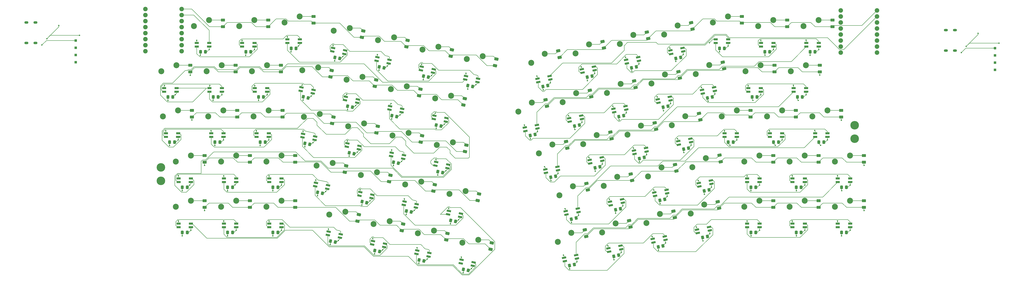
<source format=gbr>
%TF.GenerationSoftware,KiCad,Pcbnew,9.0.3*%
%TF.CreationDate,2025-11-23T22:31:57-05:00*%
%TF.ProjectId,Wren,5772656e-2e6b-4696-9361-645f70636258,rev?*%
%TF.SameCoordinates,Original*%
%TF.FileFunction,Copper,L4,Bot*%
%TF.FilePolarity,Positive*%
%FSLAX46Y46*%
G04 Gerber Fmt 4.6, Leading zero omitted, Abs format (unit mm)*
G04 Created by KiCad (PCBNEW 9.0.3) date 2025-11-23 22:31:57*
%MOMM*%
%LPD*%
G01*
G04 APERTURE LIST*
G04 Aperture macros list*
%AMRoundRect*
0 Rectangle with rounded corners*
0 $1 Rounding radius*
0 $2 $3 $4 $5 $6 $7 $8 $9 X,Y pos of 4 corners*
0 Add a 4 corners polygon primitive as box body*
4,1,4,$2,$3,$4,$5,$6,$7,$8,$9,$2,$3,0*
0 Add four circle primitives for the rounded corners*
1,1,$1+$1,$2,$3*
1,1,$1+$1,$4,$5*
1,1,$1+$1,$6,$7*
1,1,$1+$1,$8,$9*
0 Add four rect primitives between the rounded corners*
20,1,$1+$1,$2,$3,$4,$5,0*
20,1,$1+$1,$4,$5,$6,$7,0*
20,1,$1+$1,$6,$7,$8,$9,0*
20,1,$1+$1,$8,$9,$2,$3,0*%
%AMRotRect*
0 Rectangle, with rotation*
0 The origin of the aperture is its center*
0 $1 length*
0 $2 width*
0 $3 Rotation angle, in degrees counterclockwise*
0 Add horizontal line*
21,1,$1,$2,0,0,$3*%
%AMOutline5P*
0 Free polygon, 5 corners , with rotation*
0 The origin of the aperture is its center*
0 number of corners: always 5*
0 $1 to $10 corner X, Y*
0 $11 Rotation angle, in degrees counterclockwise*
0 create outline with 5 corners*
4,1,5,$1,$2,$3,$4,$5,$6,$7,$8,$9,$10,$1,$2,$11*%
%AMOutline6P*
0 Free polygon, 6 corners , with rotation*
0 The origin of the aperture is its center*
0 number of corners: always 6*
0 $1 to $12 corner X, Y*
0 $13 Rotation angle, in degrees counterclockwise*
0 create outline with 6 corners*
4,1,6,$1,$2,$3,$4,$5,$6,$7,$8,$9,$10,$11,$12,$1,$2,$13*%
%AMOutline7P*
0 Free polygon, 7 corners , with rotation*
0 The origin of the aperture is its center*
0 number of corners: always 7*
0 $1 to $14 corner X, Y*
0 $15 Rotation angle, in degrees counterclockwise*
0 create outline with 7 corners*
4,1,7,$1,$2,$3,$4,$5,$6,$7,$8,$9,$10,$11,$12,$13,$14,$1,$2,$15*%
%AMOutline8P*
0 Free polygon, 8 corners , with rotation*
0 The origin of the aperture is its center*
0 number of corners: always 8*
0 $1 to $16 corner X, Y*
0 $17 Rotation angle, in degrees counterclockwise*
0 create outline with 8 corners*
4,1,8,$1,$2,$3,$4,$5,$6,$7,$8,$9,$10,$11,$12,$13,$14,$15,$16,$1,$2,$17*%
G04 Aperture macros list end*
%TA.AperFunction,ComponentPad*%
%ADD10C,2.500000*%
%TD*%
%TA.AperFunction,ComponentPad*%
%ADD11R,1.000000X1.000000*%
%TD*%
%TA.AperFunction,HeatsinkPad*%
%ADD12O,1.700000X1.100000*%
%TD*%
%TA.AperFunction,ComponentPad*%
%ADD13C,3.600000*%
%TD*%
%TA.AperFunction,SMDPad,CuDef*%
%ADD14RoundRect,0.250000X0.231367X0.534790X-0.428883X0.394450X-0.231367X-0.534790X0.428883X-0.394450X0*%
%TD*%
%TA.AperFunction,SMDPad,CuDef*%
%ADD15RoundRect,0.250000X0.428883X0.394450X-0.231367X0.534790X-0.428883X-0.394450X0.231367X-0.534790X0*%
%TD*%
%TA.AperFunction,SMDPad,CuDef*%
%ADD16RoundRect,0.250000X0.625000X-0.375000X0.625000X0.375000X-0.625000X0.375000X-0.625000X-0.375000X0*%
%TD*%
%TA.AperFunction,SMDPad,CuDef*%
%ADD17RoundRect,0.250000X0.533375X-0.496750X0.689309X0.236861X-0.533375X0.496750X-0.689309X-0.236861X0*%
%TD*%
%TA.AperFunction,SMDPad,CuDef*%
%ADD18R,1.800000X0.820000*%
%TD*%
%TA.AperFunction,SMDPad,CuDef*%
%ADD19Outline5P,-0.900000X0.410000X0.900000X0.410000X0.900000X-0.246000X0.736000X-0.410000X-0.900000X-0.410000X0.000000*%
%TD*%
%TA.AperFunction,SMDPad,CuDef*%
%ADD20RoundRect,0.250000X0.337500X0.475000X-0.337500X0.475000X-0.337500X-0.475000X0.337500X-0.475000X0*%
%TD*%
%TA.AperFunction,SMDPad,CuDef*%
%ADD21RotRect,1.800000X0.820000X348.000000*%
%TD*%
%TA.AperFunction,SMDPad,CuDef*%
%ADD22Outline5P,-0.900000X0.410000X0.900000X0.410000X0.900000X-0.246000X0.736000X-0.410000X-0.900000X-0.410000X348.000000*%
%TD*%
%TA.AperFunction,SMDPad,CuDef*%
%ADD23RotRect,1.800000X0.820000X12.000000*%
%TD*%
%TA.AperFunction,SMDPad,CuDef*%
%ADD24Outline5P,-0.900000X0.410000X0.900000X0.410000X0.900000X-0.246000X0.736000X-0.410000X-0.900000X-0.410000X12.000000*%
%TD*%
%TA.AperFunction,SMDPad,CuDef*%
%ADD25RoundRect,0.250000X0.689309X-0.236861X0.533375X0.496750X-0.689309X0.236861X-0.533375X-0.496750X0*%
%TD*%
%TA.AperFunction,ComponentPad*%
%ADD26C,1.905000*%
%TD*%
%TA.AperFunction,ViaPad*%
%ADD27C,0.600000*%
%TD*%
%TA.AperFunction,Conductor*%
%ADD28C,0.200000*%
%TD*%
G04 APERTURE END LIST*
D10*
%TO.P,SW7,1,1*%
%TO.N,col6*%
X254124486Y-150603529D03*
%TO.P,SW7,2,2*%
%TO.N,Net-(D7-A)*%
X260863819Y-149439274D03*
%TD*%
%TO.P,SW17,1,1*%
%TO.N,col2*%
X164532000Y-174837500D03*
%TO.P,SW17,2,2*%
%TO.N,Net-(D17-A)*%
X170882000Y-172297500D03*
%TD*%
%TO.P,SW54,1,1*%
%TO.N,col4*%
X361314929Y-174844623D03*
%TO.P,SW54,2,2*%
%TO.N,Net-(D89-A)*%
X367664929Y-172304623D03*
%TD*%
%TO.P,SW55,1,1*%
%TO.N,col5*%
X380364929Y-174844623D03*
%TO.P,SW55,2,2*%
%TO.N,Net-(D90-A)*%
X386714929Y-172304623D03*
%TD*%
D11*
%TO.P,J5,1,Pin_1*%
%TO.N,Net-(D141-K)*%
X476250000Y-146050000D03*
%TD*%
D10*
%TO.P,SW50,1,1*%
%TO.N,col0*%
X284471913Y-190451770D03*
%TO.P,SW50,2,2*%
%TO.N,Net-(D85-A)*%
X290155054Y-186647036D03*
%TD*%
%TO.P,SW14,1,1*%
%TO.N,col6*%
X240846867Y-167256841D03*
%TO.P,SW14,2,2*%
%TO.N,Net-(D14-A)*%
X247586200Y-166092586D03*
%TD*%
%TO.P,SW12,1,1*%
%TO.N,col4*%
X203579444Y-159335406D03*
%TO.P,SW12,2,2*%
%TO.N,Net-(D12-A)*%
X210318777Y-158171151D03*
%TD*%
%TO.P,SW67,1,1*%
%TO.N,col3*%
X348294485Y-215837041D03*
%TO.P,SW67,2,2*%
%TO.N,Net-(D102-A)*%
X353977626Y-212032307D03*
%TD*%
%TO.P,SW58,1,1*%
%TO.N,col1*%
X311724743Y-204134564D03*
%TO.P,SW58,2,2*%
%TO.N,Net-(D93-A)*%
X317407884Y-200329830D03*
%TD*%
D11*
%TO.P,J6,1,Pin_1*%
%TO.N,GND*%
X476250000Y-149100000D03*
%TD*%
D10*
%TO.P,SW51,1,1*%
%TO.N,col1*%
X303105625Y-186491052D03*
%TO.P,SW51,2,2*%
%TO.N,Net-(D86-A)*%
X308788766Y-182686318D03*
%TD*%
%TO.P,SW16,1,1*%
%TO.N,col1*%
X145482000Y-174837500D03*
%TO.P,SW16,2,2*%
%TO.N,Net-(D16-A)*%
X151832000Y-172297500D03*
%TD*%
%TO.P,SW37,1,1*%
%TO.N,col1*%
X299842789Y-148233429D03*
%TO.P,SW37,2,2*%
%TO.N,Net-(D72-A)*%
X305525930Y-144428695D03*
%TD*%
%TO.P,SW62,1,1*%
%TO.N,col5*%
X389889929Y-193894623D03*
%TO.P,SW62,2,2*%
%TO.N,Net-(D97-A)*%
X396239929Y-191354623D03*
%TD*%
%TO.P,SW53,1,1*%
%TO.N,col3*%
X340373049Y-178569617D03*
%TO.P,SW53,2,2*%
%TO.N,Net-(D88-A)*%
X346056190Y-174764883D03*
%TD*%
D12*
%TO.P,J13,S1,SHIELD*%
%TO.N,GND*%
X72800000Y-135210000D03*
X69000000Y-135210000D03*
X72800000Y-143850000D03*
X69000000Y-143850000D03*
%TD*%
D10*
%TO.P,SW20,1,1*%
%TO.N,col5*%
X222910838Y-182920035D03*
%TO.P,SW20,2,2*%
%TO.N,Net-(D20-A)*%
X229650171Y-181755780D03*
%TD*%
%TO.P,SW70,1,1*%
%TO.N,col6*%
X408939929Y-212944623D03*
%TO.P,SW70,2,2*%
%TO.N,Net-(D105-A)*%
X415289929Y-210404623D03*
%TD*%
%TO.P,SW45,1,1*%
%TO.N,col2*%
X313120219Y-164886823D03*
%TO.P,SW45,2,2*%
%TO.N,Net-(D80-A)*%
X318803360Y-161082089D03*
%TD*%
%TO.P,SW59,1,1*%
%TO.N,col2*%
X330358455Y-200173846D03*
%TO.P,SW59,2,2*%
%TO.N,Net-(D94-A)*%
X336041596Y-196369112D03*
%TD*%
%TO.P,SW64,1,1*%
%TO.N,col0*%
X292393349Y-227719194D03*
%TO.P,SW64,2,2*%
%TO.N,Net-(D99-A)*%
X298076490Y-223914460D03*
%TD*%
%TO.P,SW36,1,1*%
%TO.N,col0*%
X281209077Y-152194146D03*
%TO.P,SW36,2,2*%
%TO.N,Net-(D71-A)*%
X286892218Y-148389412D03*
%TD*%
%TO.P,SW13,1,1*%
%TO.N,col5*%
X222213155Y-163296123D03*
%TO.P,SW13,2,2*%
%TO.N,Net-(D13-A)*%
X228952488Y-162131868D03*
%TD*%
%TO.P,SW63,1,1*%
%TO.N,col6*%
X408939929Y-193894623D03*
%TO.P,SW63,2,2*%
%TO.N,Net-(D98-A)*%
X415289929Y-191354623D03*
%TD*%
%TO.P,SW11,1,1*%
%TO.N,col3*%
X184945732Y-155374688D03*
%TO.P,SW11,2,2*%
%TO.N,Net-(D11-A)*%
X191685065Y-154210433D03*
%TD*%
%TO.P,SW19,1,1*%
%TO.N,col4*%
X204277126Y-178959317D03*
%TO.P,SW19,2,2*%
%TO.N,Net-(D19-A)*%
X211016459Y-177795062D03*
%TD*%
%TO.P,SW41,1,1*%
%TO.N,col5*%
X376685048Y-136744629D03*
%TO.P,SW41,2,2*%
%TO.N,Net-(D76-A)*%
X383035048Y-134204629D03*
%TD*%
D11*
%TO.P,J9,1,Pin_1*%
%TO.N,Net-(J9-Pin_1)*%
X476250000Y-152150000D03*
%TD*%
D10*
%TO.P,SW43,1,1*%
%TO.N,col0*%
X275852795Y-172808258D03*
%TO.P,SW43,2,2*%
%TO.N,Net-(D78-A)*%
X281535936Y-169003524D03*
%TD*%
%TO.P,SW9,1,1*%
%TO.N,col1*%
X144782000Y-155787500D03*
%TO.P,SW9,2,2*%
%TO.N,Net-(D9-A)*%
X151132000Y-153247500D03*
%TD*%
%TO.P,SW6,1,1*%
%TO.N,col5*%
X235490774Y-146642811D03*
%TO.P,SW6,2,2*%
%TO.N,Net-(D6-A)*%
X242230107Y-145478556D03*
%TD*%
%TO.P,SW40,1,1*%
%TO.N,col4*%
X357635048Y-135244229D03*
%TO.P,SW40,2,2*%
%TO.N,Net-(D75-A)*%
X363985048Y-132704229D03*
%TD*%
D13*
%TO.P,J1,1,Pin_1*%
%TO.N,+5V*%
X417250000Y-178600000D03*
%TD*%
D10*
%TO.P,SW15,1,1*%
%TO.N,col0*%
X126432000Y-174837500D03*
%TO.P,SW15,2,2*%
%TO.N,Net-(D15-A)*%
X132782000Y-172297500D03*
%TD*%
%TO.P,SW56,1,1*%
%TO.N,col6*%
X399414929Y-174844623D03*
%TO.P,SW56,2,2*%
%TO.N,Net-(D91-A)*%
X405764929Y-172304623D03*
%TD*%
%TO.P,SW52,1,1*%
%TO.N,col2*%
X321739337Y-182530334D03*
%TO.P,SW52,2,2*%
%TO.N,Net-(D87-A)*%
X327422478Y-178725600D03*
%TD*%
%TO.P,SW26,1,1*%
%TO.N,col4*%
X209633308Y-199573430D03*
%TO.P,SW26,2,2*%
%TO.N,Net-(D26-A)*%
X216372641Y-198409175D03*
%TD*%
%TO.P,SW46,1,1*%
%TO.N,col3*%
X331753931Y-160926105D03*
%TO.P,SW46,2,2*%
%TO.N,Net-(D81-A)*%
X337437072Y-157121371D03*
%TD*%
%TO.P,SW44,1,1*%
%TO.N,col1*%
X294486507Y-168847540D03*
%TO.P,SW44,2,2*%
%TO.N,Net-(D79-A)*%
X300169648Y-165042806D03*
%TD*%
%TO.P,SW29,1,1*%
%TO.N,col0*%
X131782000Y-212937500D03*
%TO.P,SW29,2,2*%
%TO.N,Net-(D29-A)*%
X138132000Y-210397500D03*
%TD*%
D13*
%TO.P,J4,1,Pin_1*%
%TO.N,GND*%
X125550000Y-202000000D03*
%TD*%
D10*
%TO.P,SW31,1,1*%
%TO.N,col2*%
X169882000Y-212937500D03*
%TO.P,SW31,2,2*%
%TO.N,Net-(D31-A)*%
X176232000Y-210397500D03*
%TD*%
%TO.P,SW27,1,1*%
%TO.N,col5*%
X228267020Y-203534148D03*
%TO.P,SW27,2,2*%
%TO.N,Net-(D27-A)*%
X235006353Y-202369893D03*
%TD*%
%TO.P,SW24,1,1*%
%TO.N,col2*%
X169882000Y-193887500D03*
%TO.P,SW24,2,2*%
%TO.N,Net-(D24-A)*%
X176232000Y-191347500D03*
%TD*%
%TO.P,SW61,1,1*%
%TO.N,col4*%
X370839929Y-193894623D03*
%TO.P,SW61,2,2*%
%TO.N,Net-(D96-A)*%
X377189929Y-191354623D03*
%TD*%
%TO.P,SW1,1,1*%
%TO.N,col0*%
X139422000Y-136737500D03*
%TO.P,SW1,2,2*%
%TO.N,Net-(D1-A)*%
X145772000Y-134197500D03*
%TD*%
%TO.P,SW38,1,1*%
%TO.N,col2*%
X318476501Y-144272711D03*
%TO.P,SW38,2,2*%
%TO.N,Net-(D73-A)*%
X324159642Y-140467977D03*
%TD*%
%TO.P,SW49,1,1*%
%TO.N,col6*%
X390374929Y-155794623D03*
%TO.P,SW49,2,2*%
%TO.N,Net-(D84-A)*%
X396724929Y-153254623D03*
%TD*%
%TO.P,SW25,1,1*%
%TO.N,col3*%
X190999596Y-195612712D03*
%TO.P,SW25,2,2*%
%TO.N,Net-(D25-A)*%
X197738929Y-194448457D03*
%TD*%
%TO.P,SW10,1,1*%
%TO.N,col2*%
X163832000Y-155787500D03*
%TO.P,SW10,2,2*%
%TO.N,Net-(D10-A)*%
X170182000Y-153247500D03*
%TD*%
D11*
%TO.P,J14,1,Pin_1*%
%TO.N,Net-(J14-Pin_1)*%
X89700000Y-148900000D03*
%TD*%
D10*
%TO.P,SW5,1,1*%
%TO.N,col4*%
X216857062Y-142682093D03*
%TO.P,SW5,2,2*%
%TO.N,Net-(D5-A)*%
X223596395Y-141517838D03*
%TD*%
%TO.P,SW60,1,1*%
%TO.N,col3*%
X348992167Y-196213129D03*
%TO.P,SW60,2,2*%
%TO.N,Net-(D95-A)*%
X354675308Y-192408395D03*
%TD*%
%TO.P,SW68,1,1*%
%TO.N,col4*%
X370839929Y-212944623D03*
%TO.P,SW68,2,2*%
%TO.N,Net-(D103-A)*%
X377189929Y-210404623D03*
%TD*%
D11*
%TO.P,J11,1,Pin_1*%
%TO.N,GND*%
X89700000Y-145850000D03*
%TD*%
D10*
%TO.P,SW32,1,1*%
%TO.N,col3*%
X196355578Y-216226724D03*
%TO.P,SW32,2,2*%
%TO.N,Net-(D32-A)*%
X203094911Y-215062469D03*
%TD*%
%TO.P,SW35,1,1*%
%TO.N,col6*%
X252256713Y-228108877D03*
%TO.P,SW35,2,2*%
%TO.N,Net-(D35-A)*%
X258996046Y-226944622D03*
%TD*%
%TO.P,SW65,1,1*%
%TO.N,col1*%
X311027061Y-223758476D03*
%TO.P,SW65,2,2*%
%TO.N,Net-(D100-A)*%
X316710202Y-219953742D03*
%TD*%
%TO.P,SW8,1,1*%
%TO.N,col0*%
X125732000Y-155787500D03*
%TO.P,SW8,2,2*%
%TO.N,Net-(D8-A)*%
X132082000Y-153247500D03*
%TD*%
%TO.P,SW28,1,1*%
%TO.N,col6*%
X246900731Y-207494865D03*
%TO.P,SW28,2,2*%
%TO.N,Net-(D28-A)*%
X253640064Y-206330610D03*
%TD*%
%TO.P,SW39,1,1*%
%TO.N,col3*%
X337110213Y-140311993D03*
%TO.P,SW39,2,2*%
%TO.N,Net-(D74-A)*%
X342793354Y-136507259D03*
%TD*%
%TO.P,SW66,1,1*%
%TO.N,col2*%
X329660773Y-219797759D03*
%TO.P,SW66,2,2*%
%TO.N,Net-(D101-A)*%
X335343914Y-215993025D03*
%TD*%
D11*
%TO.P,J7,1,Pin_1*%
%TO.N,Net-(J7-Pin_1)*%
X476250000Y-155200000D03*
%TD*%
D10*
%TO.P,SW30,1,1*%
%TO.N,col1*%
X150832000Y-212937500D03*
%TO.P,SW30,2,2*%
%TO.N,Net-(D30-A)*%
X157182000Y-210397500D03*
%TD*%
%TO.P,SW2,1,1*%
%TO.N,col1*%
X158472000Y-136737500D03*
%TO.P,SW2,2,2*%
%TO.N,Net-(D2-A)*%
X164822000Y-134197500D03*
%TD*%
%TO.P,SW3,1,1*%
%TO.N,col2*%
X177522000Y-135237100D03*
%TO.P,SW3,2,2*%
%TO.N,Net-(D3-A)*%
X183872000Y-132697100D03*
%TD*%
%TO.P,SW21,1,1*%
%TO.N,col6*%
X241544549Y-186880753D03*
%TO.P,SW21,2,2*%
%TO.N,Net-(D21-A)*%
X248283882Y-185716498D03*
%TD*%
%TO.P,SW34,1,1*%
%TO.N,col5*%
X233623002Y-224148159D03*
%TO.P,SW34,2,2*%
%TO.N,Net-(D34-A)*%
X240362335Y-222983904D03*
%TD*%
%TO.P,SW33,1,1*%
%TO.N,col4*%
X214989290Y-220187442D03*
%TO.P,SW33,2,2*%
%TO.N,Net-(D33-A)*%
X221728623Y-219023187D03*
%TD*%
%TO.P,SW18,1,1*%
%TO.N,col3*%
X185643414Y-174998600D03*
%TO.P,SW18,2,2*%
%TO.N,Net-(D18-A)*%
X192382747Y-173834345D03*
%TD*%
%TO.P,SW23,1,1*%
%TO.N,col1*%
X150832000Y-193887500D03*
%TO.P,SW23,2,2*%
%TO.N,Net-(D23-A)*%
X157182000Y-191347500D03*
%TD*%
D13*
%TO.P,J2,1,Pin_1*%
%TO.N,GND*%
X417250000Y-184250000D03*
%TD*%
D10*
%TO.P,SW4,1,1*%
%TO.N,col3*%
X198223350Y-138721376D03*
%TO.P,SW4,2,2*%
%TO.N,Net-(D4-A)*%
X204962683Y-137557121D03*
%TD*%
%TO.P,SW69,1,1*%
%TO.N,col5*%
X389889929Y-212944623D03*
%TO.P,SW69,2,2*%
%TO.N,Net-(D104-A)*%
X396239929Y-210404623D03*
%TD*%
%TO.P,SW22,1,1*%
%TO.N,col0*%
X131782000Y-193887500D03*
%TO.P,SW22,2,2*%
%TO.N,Net-(D22-A)*%
X138132000Y-191347500D03*
%TD*%
D11*
%TO.P,J10,1,Pin_1*%
%TO.N,Net-(D144-K)*%
X89700000Y-142800000D03*
%TD*%
D10*
%TO.P,SW42,1,1*%
%TO.N,col6*%
X395735048Y-136744629D03*
%TO.P,SW42,2,2*%
%TO.N,Net-(D77-A)*%
X402085048Y-134204629D03*
%TD*%
D12*
%TO.P,J8,S1,SHIELD*%
%TO.N,GND*%
X459350000Y-138460000D03*
X455550000Y-138460000D03*
X459350000Y-147100000D03*
X455550000Y-147100000D03*
%TD*%
D13*
%TO.P,J3,1,Pin_1*%
%TO.N,+5V*%
X125550000Y-196350000D03*
%TD*%
D10*
%TO.P,SW57,1,1*%
%TO.N,col0*%
X293091031Y-208095282D03*
%TO.P,SW57,2,2*%
%TO.N,Net-(D92-A)*%
X298774172Y-204290548D03*
%TD*%
%TO.P,SW47,1,1*%
%TO.N,col4*%
X350387594Y-156965387D03*
%TO.P,SW47,2,2*%
%TO.N,Net-(D82-A)*%
X356070735Y-153160653D03*
%TD*%
%TO.P,SW48,1,1*%
%TO.N,col5*%
X371324929Y-155794623D03*
%TO.P,SW48,2,2*%
%TO.N,Net-(D83-A)*%
X377674929Y-153254623D03*
%TD*%
D11*
%TO.P,J12,1,Pin_1*%
%TO.N,Net-(J12-Pin_1)*%
X89700000Y-151950000D03*
%TD*%
D14*
%TO.P,C60,1*%
%TO.N,+5V*%
X355992177Y-205830405D03*
%TO.P,C60,2*%
%TO.N,GND*%
X353962521Y-206261821D03*
%TD*%
D15*
%TO.P,C19,1*%
%TO.N,+5V*%
X206760256Y-190592298D03*
%TO.P,C19,2*%
%TO.N,GND*%
X204730600Y-190160882D03*
%TD*%
D16*
%TO.P,D90,1,K*%
%TO.N,row2*%
X392542929Y-175107123D03*
%TO.P,D90,2,A*%
%TO.N,Net-(D90-A)*%
X392542929Y-172307123D03*
%TD*%
D17*
%TO.P,D11,1,K*%
%TO.N,row1*%
X196803037Y-158163401D03*
%TO.P,D11,2,A*%
%TO.N,Net-(D11-A)*%
X197385189Y-155424587D03*
%TD*%
D18*
%TO.P,D112,1,DOUT*%
%TO.N,Net-(D112-DOUT)*%
X396945048Y-145359629D03*
D19*
%TO.P,D112,2,VSS*%
%TO.N,+5V*%
X402145048Y-145359629D03*
D18*
%TO.P,D112,3,DIN*%
%TO.N,Net-(D111-DOUT)*%
X402145048Y-143859629D03*
%TO.P,D112,4,VDD*%
%TO.N,GND*%
X396945048Y-143859629D03*
%TD*%
D20*
%TO.P,C24,1*%
%TO.N,+5V*%
X174729500Y-204750000D03*
%TO.P,C24,2*%
%TO.N,GND*%
X172654500Y-204750000D03*
%TD*%
%TO.P,C41,1*%
%TO.N,+5V*%
X381532548Y-147607129D03*
%TO.P,C41,2*%
%TO.N,GND*%
X379457548Y-147607129D03*
%TD*%
D16*
%TO.P,D97,1,K*%
%TO.N,row3*%
X402067929Y-194157123D03*
%TO.P,D97,2,A*%
%TO.N,Net-(D97-A)*%
X402067929Y-191357123D03*
%TD*%
D21*
%TO.P,D47,1,DOUT*%
%TO.N,Net-(D47-DOUT)*%
X202971842Y-168013720D03*
D22*
%TO.P,D47,2,VSS*%
%TO.N,+5V*%
X208058211Y-169094861D03*
D21*
%TO.P,D47,3,DIN*%
%TO.N,Net-(D46-DOUT)*%
X208370080Y-167627640D03*
%TO.P,D47,4,VDD*%
%TO.N,GND*%
X203283711Y-166546499D03*
%TD*%
D20*
%TO.P,C22,1*%
%TO.N,+5V*%
X136629500Y-204750000D03*
%TO.P,C22,2*%
%TO.N,GND*%
X134554500Y-204750000D03*
%TD*%
D18*
%TO.P,D139,1,DOUT*%
%TO.N,Net-(D139-DOUT)*%
X391099929Y-221559623D03*
D19*
%TO.P,D139,2,VSS*%
%TO.N,+5V*%
X396299929Y-221559623D03*
D18*
%TO.P,D139,3,DIN*%
%TO.N,Net-(D138-DOUT)*%
X396299929Y-220059623D03*
%TO.P,D139,4,VDD*%
%TO.N,GND*%
X391099929Y-220059623D03*
%TD*%
D16*
%TO.P,D98,1,K*%
%TO.N,row3*%
X421117929Y-194157123D03*
%TO.P,D98,2,A*%
%TO.N,Net-(D98-A)*%
X421117929Y-191357123D03*
%TD*%
D21*
%TO.P,D60,1,DOUT*%
%TO.N,Net-(D60-DOUT)*%
X190391994Y-204291027D03*
D22*
%TO.P,D60,2,VSS*%
%TO.N,+5V*%
X195478363Y-205372168D03*
D21*
%TO.P,D60,3,DIN*%
%TO.N,Net-(D59-DOUT)*%
X195790232Y-203904947D03*
%TO.P,D60,4,VDD*%
%TO.N,GND*%
X190703863Y-202823806D03*
%TD*%
D14*
%TO.P,C65,1*%
%TO.N,+5V*%
X318027072Y-233375753D03*
%TO.P,C65,2*%
%TO.N,GND*%
X315997416Y-233807169D03*
%TD*%
D23*
%TO.P,D127,1,DOUT*%
%TO.N,Net-(D127-DOUT)*%
X296065749Y-216270450D03*
D24*
%TO.P,D127,2,VSS*%
%TO.N,+5V*%
X301152118Y-215189309D03*
D23*
%TO.P,D127,3,DIN*%
%TO.N,Net-(D126-DOUT)*%
X300840249Y-213722088D03*
%TO.P,D127,4,VDD*%
%TO.N,GND*%
X295753880Y-214803229D03*
%TD*%
D16*
%TO.P,D17,1,K*%
%TO.N,row2*%
X176710000Y-175100000D03*
%TO.P,D17,2,A*%
%TO.N,Net-(D17-A)*%
X176710000Y-172300000D03*
%TD*%
D15*
%TO.P,C13,1*%
%TO.N,+5V*%
X224696285Y-174929103D03*
%TO.P,C13,2*%
%TO.N,GND*%
X222666629Y-174497687D03*
%TD*%
D16*
%TO.P,D77,1,K*%
%TO.N,row0*%
X407913048Y-137007129D03*
%TO.P,D77,2,A*%
%TO.N,Net-(D77-A)*%
X407913048Y-134207129D03*
%TD*%
D14*
%TO.P,C66,1*%
%TO.N,+5V*%
X336660784Y-229415035D03*
%TO.P,C66,2*%
%TO.N,GND*%
X334631128Y-229846451D03*
%TD*%
D20*
%TO.P,C30,1*%
%TO.N,+5V*%
X155679500Y-223800000D03*
%TO.P,C30,2*%
%TO.N,GND*%
X153604500Y-223800000D03*
%TD*%
D18*
%TO.P,D140,1,DOUT*%
%TO.N,unconnected-(D140-DOUT-Pad1)*%
X410149929Y-221559623D03*
D19*
%TO.P,D140,2,VSS*%
%TO.N,+5V*%
X415349929Y-221559623D03*
D18*
%TO.P,D140,3,DIN*%
%TO.N,Net-(D139-DOUT)*%
X415349929Y-220059623D03*
%TO.P,D140,4,VDD*%
%TO.N,GND*%
X410149929Y-220059623D03*
%TD*%
D21*
%TO.P,D55,1,DOUT*%
%TO.N,Net-(D55-DOUT)*%
X222303236Y-191598350D03*
D22*
%TO.P,D55,2,VSS*%
%TO.N,+5V*%
X227389605Y-192679491D03*
D21*
%TO.P,D55,3,DIN*%
%TO.N,Net-(D54-DOUT)*%
X227701474Y-191212270D03*
%TO.P,D55,4,VDD*%
%TO.N,GND*%
X222615105Y-190131129D03*
%TD*%
D15*
%TO.P,C35,1*%
%TO.N,+5V*%
X254739843Y-239741857D03*
%TO.P,C35,2*%
%TO.N,GND*%
X252710187Y-239310441D03*
%TD*%
D23*
%TO.P,D109,1,DOUT*%
%TO.N,Net-(D109-DOUT)*%
X340084930Y-148487161D03*
D24*
%TO.P,D109,2,VSS*%
%TO.N,+5V*%
X345171299Y-147406020D03*
D23*
%TO.P,D109,3,DIN*%
%TO.N,Net-(D108-DOUT)*%
X344859430Y-145938799D03*
%TO.P,D109,4,VDD*%
%TO.N,GND*%
X339773061Y-147019940D03*
%TD*%
D21*
%TO.P,D67,1,DOUT*%
%TO.N,Net-(D67-DOUT)*%
X195747976Y-224905039D03*
D22*
%TO.P,D67,2,VSS*%
%TO.N,+5V*%
X200834345Y-225986180D03*
D21*
%TO.P,D67,3,DIN*%
%TO.N,Net-(D66-DOUT)*%
X201146214Y-224518959D03*
%TO.P,D67,4,VDD*%
%TO.N,GND*%
X196059845Y-223437818D03*
%TD*%
D25*
%TO.P,D82,1,K*%
%TO.N,row1*%
X362354052Y-154690202D03*
%TO.P,D82,2,A*%
%TO.N,Net-(D82-A)*%
X361771900Y-151951388D03*
%TD*%
D15*
%TO.P,C34,1*%
%TO.N,+5V*%
X236106132Y-235781139D03*
%TO.P,C34,2*%
%TO.N,GND*%
X234076476Y-235349723D03*
%TD*%
D20*
%TO.P,C55,1*%
%TO.N,+5V*%
X385212429Y-185707123D03*
%TO.P,C55,2*%
%TO.N,GND*%
X383137429Y-185707123D03*
%TD*%
D17*
%TO.P,D21,1,K*%
%TO.N,row2*%
X253401855Y-189669466D03*
%TO.P,D21,2,A*%
%TO.N,Net-(D21-A)*%
X253984007Y-186930652D03*
%TD*%
D20*
%TO.P,C48,1*%
%TO.N,+5V*%
X376172429Y-166657123D03*
%TO.P,C48,2*%
%TO.N,GND*%
X374097429Y-166657123D03*
%TD*%
D18*
%TO.P,D124,1,DOUT*%
%TO.N,Net-(D124-DOUT)*%
X362524929Y-183459623D03*
D19*
%TO.P,D124,2,VSS*%
%TO.N,+5V*%
X367724929Y-183459623D03*
D18*
%TO.P,D124,3,DIN*%
%TO.N,Net-(D123-DOUT)*%
X367724929Y-181959623D03*
%TO.P,D124,4,VDD*%
%TO.N,GND*%
X362524929Y-181959623D03*
%TD*%
D17*
%TO.P,D27,1,K*%
%TO.N,row3*%
X240124325Y-206322861D03*
%TO.P,D27,2,A*%
%TO.N,Net-(D27-A)*%
X240706477Y-203584047D03*
%TD*%
D18*
%TO.P,D59,1,DOUT*%
%TO.N,Net-(D59-DOUT)*%
X171092000Y-202502500D03*
D19*
%TO.P,D59,2,VSS*%
%TO.N,+5V*%
X176292000Y-202502500D03*
D18*
%TO.P,D59,3,DIN*%
%TO.N,Net-(D58-DOUT)*%
X176292000Y-201002500D03*
%TO.P,D59,4,VDD*%
%TO.N,GND*%
X171092000Y-201002500D03*
%TD*%
D16*
%TO.P,D22,1,K*%
%TO.N,row3*%
X143960000Y-194150000D03*
%TO.P,D22,2,A*%
%TO.N,Net-(D22-A)*%
X143960000Y-191350000D03*
%TD*%
D20*
%TO.P,C40,1*%
%TO.N,+5V*%
X362482548Y-146106729D03*
%TO.P,C40,2*%
%TO.N,GND*%
X360407548Y-146106729D03*
%TD*%
D15*
%TO.P,C26,1*%
%TO.N,+5V*%
X212116438Y-211206410D03*
%TO.P,C26,2*%
%TO.N,GND*%
X210086782Y-210774994D03*
%TD*%
D14*
%TO.P,C52,1*%
%TO.N,+5V*%
X328739348Y-192147611D03*
%TO.P,C52,2*%
%TO.N,GND*%
X326709692Y-192579027D03*
%TD*%
%TO.P,C37,1*%
%TO.N,+5V*%
X306842800Y-157850705D03*
%TO.P,C37,2*%
%TO.N,GND*%
X304813144Y-158282121D03*
%TD*%
D17*
%TO.P,D19,1,K*%
%TO.N,row2*%
X216134431Y-181748030D03*
%TO.P,D19,2,A*%
%TO.N,Net-(D19-A)*%
X216716583Y-179009216D03*
%TD*%
D25*
%TO.P,D87,1,K*%
%TO.N,row2*%
X333705794Y-180255149D03*
%TO.P,D87,2,A*%
%TO.N,Net-(D87-A)*%
X333123642Y-177516335D03*
%TD*%
D18*
%TO.P,D133,1,DOUT*%
%TO.N,Net-(D133-DOUT)*%
X410149929Y-202509623D03*
D19*
%TO.P,D133,2,VSS*%
%TO.N,+5V*%
X415349929Y-202509623D03*
D18*
%TO.P,D133,3,DIN*%
%TO.N,Net-(D132-DOUT)*%
X415349929Y-201009623D03*
%TO.P,D133,4,VDD*%
%TO.N,GND*%
X410149929Y-201009623D03*
%TD*%
D26*
%TO.P,U1,0,GPIO0*%
%TO.N,col0*%
X119060000Y-147300000D03*
%TO.P,U1,1,GPIO1*%
%TO.N,col1*%
X119060000Y-144760000D03*
%TO.P,U1,2,GPIO2*%
%TO.N,col2*%
X119060000Y-142220000D03*
%TO.P,U1,3,GPIO3*%
%TO.N,col3*%
X119060000Y-139680000D03*
%TO.P,U1,3.3,3V3*%
%TO.N,unconnected-(U1-3V3-Pad3.3)*%
X119060000Y-134600000D03*
%TO.P,U1,4,GPIO4*%
%TO.N,col4*%
X119060000Y-137140000D03*
%TO.P,U1,5,GPIO5*%
%TO.N,row0*%
X134300000Y-129520000D03*
%TO.P,U1,5V,5V*%
%TO.N,+5V*%
X119060000Y-129520000D03*
%TO.P,U1,6,GPIO6*%
%TO.N,led*%
X134300000Y-132060000D03*
%TO.P,U1,7,GPIO7*%
%TO.N,row4*%
X134300000Y-134600000D03*
%TO.P,U1,8,GPIO8*%
%TO.N,row3*%
X134300000Y-137140000D03*
%TO.P,U1,9,GPIO9*%
%TO.N,row2*%
X134300000Y-139680000D03*
%TO.P,U1,10,GPIO10*%
%TO.N,row1*%
X134300000Y-142220000D03*
%TO.P,U1,20,GPIO20*%
%TO.N,col6*%
X134300000Y-144760000D03*
%TO.P,U1,21,GPIO21*%
%TO.N,col5*%
X134300000Y-147300000D03*
%TO.P,U1,G,GND*%
%TO.N,GND*%
X119060000Y-132060000D03*
%TD*%
D17*
%TO.P,D12,1,K*%
%TO.N,row1*%
X215436749Y-162124119D03*
%TO.P,D12,2,A*%
%TO.N,Net-(D12-A)*%
X216018901Y-159385305D03*
%TD*%
%TO.P,D35,1,K*%
%TO.N,row4*%
X264114019Y-230897590D03*
%TO.P,D35,2,A*%
%TO.N,Net-(D35-A)*%
X264696171Y-228158776D03*
%TD*%
D14*
%TO.P,C44,1*%
%TO.N,+5V*%
X301486518Y-178464817D03*
%TO.P,C44,2*%
%TO.N,GND*%
X299456862Y-178896233D03*
%TD*%
D25*
%TO.P,D95,1,K*%
%TO.N,row3*%
X360958624Y-193937944D03*
%TO.P,D95,2,A*%
%TO.N,Net-(D95-A)*%
X360376472Y-191199130D03*
%TD*%
%TO.P,D101,1,K*%
%TO.N,row4*%
X341627231Y-217522574D03*
%TO.P,D101,2,A*%
%TO.N,Net-(D101-A)*%
X341045079Y-214783760D03*
%TD*%
D16*
%TO.P,D30,1,K*%
%TO.N,row4*%
X163010000Y-213200000D03*
%TO.P,D30,2,A*%
%TO.N,Net-(D30-A)*%
X163010000Y-210400000D03*
%TD*%
D15*
%TO.P,C28,1*%
%TO.N,+5V*%
X249383861Y-219127846D03*
%TO.P,C28,2*%
%TO.N,GND*%
X247354205Y-218696430D03*
%TD*%
D18*
%TO.P,D36,1,DOUT*%
%TO.N,Net-(D36-DOUT)*%
X140632000Y-145352500D03*
D19*
%TO.P,D36,2,VSS*%
%TO.N,+5V*%
X145832000Y-145352500D03*
D18*
%TO.P,D36,3,DIN*%
%TO.N,led*%
X145832000Y-143852500D03*
%TO.P,D36,4,VDD*%
%TO.N,GND*%
X140632000Y-143852500D03*
%TD*%
D20*
%TO.P,C16,1*%
%TO.N,+5V*%
X150329500Y-185700000D03*
%TO.P,C16,2*%
%TO.N,GND*%
X148254500Y-185700000D03*
%TD*%
%TO.P,C61,1*%
%TO.N,+5V*%
X375687429Y-204757123D03*
%TO.P,C61,2*%
%TO.N,GND*%
X373612429Y-204757123D03*
%TD*%
D21*
%TO.P,D69,1,DOUT*%
%TO.N,Net-(D69-DOUT)*%
X233015400Y-232826474D03*
D22*
%TO.P,D69,2,VSS*%
%TO.N,+5V*%
X238101769Y-233907615D03*
D21*
%TO.P,D69,3,DIN*%
%TO.N,Net-(D68-DOUT)*%
X238413638Y-232440394D03*
%TO.P,D69,4,VDD*%
%TO.N,GND*%
X233327269Y-231359253D03*
%TD*%
D20*
%TO.P,C8,1*%
%TO.N,+5V*%
X130579500Y-166650000D03*
%TO.P,C8,2*%
%TO.N,GND*%
X128504500Y-166650000D03*
%TD*%
D21*
%TO.P,D46,1,DOUT*%
%TO.N,Net-(D46-DOUT)*%
X184338130Y-164053003D03*
D22*
%TO.P,D46,2,VSS*%
%TO.N,+5V*%
X189424499Y-165134144D03*
D21*
%TO.P,D46,3,DIN*%
%TO.N,Net-(D45-DOUT)*%
X189736368Y-163666923D03*
%TO.P,D46,4,VDD*%
%TO.N,GND*%
X184649999Y-162585782D03*
%TD*%
D20*
%TO.P,C1,1*%
%TO.N,+5V*%
X144269500Y-147600000D03*
%TO.P,C1,2*%
%TO.N,GND*%
X142194500Y-147600000D03*
%TD*%
D21*
%TO.P,D68,1,DOUT*%
%TO.N,Net-(D68-DOUT)*%
X214381688Y-228865756D03*
D22*
%TO.P,D68,2,VSS*%
%TO.N,+5V*%
X219468057Y-229946897D03*
D21*
%TO.P,D68,3,DIN*%
%TO.N,Net-(D67-DOUT)*%
X219779926Y-228479676D03*
%TO.P,D68,4,VDD*%
%TO.N,GND*%
X214693557Y-227398535D03*
%TD*%
D15*
%TO.P,C25,1*%
%TO.N,+5V*%
X193482726Y-207245692D03*
%TO.P,C25,2*%
%TO.N,GND*%
X191453070Y-206814276D03*
%TD*%
D17*
%TO.P,D5,1,K*%
%TO.N,row0*%
X228714368Y-145470806D03*
%TO.P,D5,2,A*%
%TO.N,Net-(D5-A)*%
X229296520Y-142731992D03*
%TD*%
D15*
%TO.P,C5,1*%
%TO.N,+5V*%
X219340192Y-154315074D03*
%TO.P,C5,2*%
%TO.N,GND*%
X217310536Y-153883658D03*
%TD*%
D17*
%TO.P,D13,1,K*%
%TO.N,row1*%
X234070461Y-166084836D03*
%TO.P,D13,2,A*%
%TO.N,Net-(D13-A)*%
X234652613Y-163346022D03*
%TD*%
D20*
%TO.P,C68,1*%
%TO.N,+5V*%
X375687429Y-223807123D03*
%TO.P,C68,2*%
%TO.N,GND*%
X373612429Y-223807123D03*
%TD*%
%TO.P,C31,1*%
%TO.N,+5V*%
X174729500Y-223800000D03*
%TO.P,C31,2*%
%TO.N,GND*%
X172654500Y-223800000D03*
%TD*%
D23*
%TO.P,D116,1,DOUT*%
%TO.N,Net-(D116-DOUT)*%
X334728648Y-169101273D03*
D24*
%TO.P,D116,2,VSS*%
%TO.N,+5V*%
X339815017Y-168020132D03*
D23*
%TO.P,D116,3,DIN*%
%TO.N,Net-(D115-DOUT)*%
X339503148Y-166552911D03*
%TO.P,D116,4,VDD*%
%TO.N,GND*%
X334416779Y-167634052D03*
%TD*%
D15*
%TO.P,C12,1*%
%TO.N,+5V*%
X206062574Y-170968386D03*
%TO.P,C12,2*%
%TO.N,GND*%
X204032918Y-170536970D03*
%TD*%
D21*
%TO.P,D48,1,DOUT*%
%TO.N,Net-(D48-DOUT)*%
X221605554Y-171974438D03*
D22*
%TO.P,D48,2,VSS*%
%TO.N,+5V*%
X226691923Y-173055579D03*
D21*
%TO.P,D48,3,DIN*%
%TO.N,Net-(D47-DOUT)*%
X227003792Y-171588358D03*
%TO.P,D48,4,VDD*%
%TO.N,GND*%
X221917423Y-170507217D03*
%TD*%
D25*
%TO.P,D93,1,K*%
%TO.N,row3*%
X323691201Y-201859379D03*
%TO.P,D93,2,A*%
%TO.N,Net-(D93-A)*%
X323109049Y-199120565D03*
%TD*%
D20*
%TO.P,C49,1*%
%TO.N,+5V*%
X395222429Y-166657123D03*
%TO.P,C49,2*%
%TO.N,GND*%
X393147429Y-166657123D03*
%TD*%
D18*
%TO.P,D131,1,DOUT*%
%TO.N,Net-(D131-DOUT)*%
X372049929Y-202509623D03*
D19*
%TO.P,D131,2,VSS*%
%TO.N,+5V*%
X377249929Y-202509623D03*
D18*
%TO.P,D131,3,DIN*%
%TO.N,Net-(D130-DOUT)*%
X377249929Y-201009623D03*
%TO.P,D131,4,VDD*%
%TO.N,GND*%
X372049929Y-201009623D03*
%TD*%
D14*
%TO.P,C50,1*%
%TO.N,+5V*%
X291471924Y-200069046D03*
%TO.P,C50,2*%
%TO.N,GND*%
X289442268Y-200500462D03*
%TD*%
D21*
%TO.P,D49,1,DOUT*%
%TO.N,Net-(D49-DOUT)*%
X240239265Y-175935156D03*
D22*
%TO.P,D49,2,VSS*%
%TO.N,+5V*%
X245325634Y-177016297D03*
D21*
%TO.P,D49,3,DIN*%
%TO.N,Net-(D48-DOUT)*%
X245637503Y-175549076D03*
%TO.P,D49,4,VDD*%
%TO.N,GND*%
X240551134Y-174467935D03*
%TD*%
D20*
%TO.P,C62,1*%
%TO.N,+5V*%
X394737429Y-204757123D03*
%TO.P,C62,2*%
%TO.N,GND*%
X392662429Y-204757123D03*
%TD*%
D25*
%TO.P,D71,1,K*%
%TO.N,row0*%
X293175535Y-149918962D03*
%TO.P,D71,2,A*%
%TO.N,Net-(D71-A)*%
X292593383Y-147180148D03*
%TD*%
%TO.P,D81,1,K*%
%TO.N,row1*%
X343720388Y-158650920D03*
%TO.P,D81,2,A*%
%TO.N,Net-(D81-A)*%
X343138236Y-155912106D03*
%TD*%
D18*
%TO.P,D138,1,DOUT*%
%TO.N,Net-(D138-DOUT)*%
X372049929Y-221559623D03*
D19*
%TO.P,D138,2,VSS*%
%TO.N,+5V*%
X377249929Y-221559623D03*
D18*
%TO.P,D138,3,DIN*%
%TO.N,Net-(D137-DOUT)*%
X377249929Y-220059623D03*
%TO.P,D138,4,VDD*%
%TO.N,GND*%
X372049929Y-220059623D03*
%TD*%
D25*
%TO.P,D80,1,K*%
%TO.N,row1*%
X325086676Y-162611638D03*
%TO.P,D80,2,A*%
%TO.N,Net-(D80-A)*%
X324504524Y-159872824D03*
%TD*%
%TO.P,D72,1,K*%
%TO.N,row0*%
X311809247Y-145958244D03*
%TO.P,D72,2,A*%
%TO.N,Net-(D72-A)*%
X311227095Y-143219430D03*
%TD*%
D18*
%TO.P,D118,1,DOUT*%
%TO.N,Net-(D118-DOUT)*%
X372534929Y-164409623D03*
D19*
%TO.P,D118,2,VSS*%
%TO.N,+5V*%
X377734929Y-164409623D03*
D18*
%TO.P,D118,3,DIN*%
%TO.N,Net-(D117-DOUT)*%
X377734929Y-162909623D03*
%TO.P,D118,4,VDD*%
%TO.N,GND*%
X372534929Y-162909623D03*
%TD*%
%TO.P,D66,1,DOUT*%
%TO.N,Net-(D66-DOUT)*%
X171092000Y-221552500D03*
D19*
%TO.P,D66,2,VSS*%
%TO.N,+5V*%
X176292000Y-221552500D03*
D18*
%TO.P,D66,3,DIN*%
%TO.N,Net-(D65-DOUT)*%
X176292000Y-220052500D03*
%TO.P,D66,4,VDD*%
%TO.N,GND*%
X171092000Y-220052500D03*
%TD*%
D14*
%TO.P,C58,1*%
%TO.N,+5V*%
X318724754Y-213751840D03*
%TO.P,C58,2*%
%TO.N,GND*%
X316695098Y-214183256D03*
%TD*%
D25*
%TO.P,D94,1,K*%
%TO.N,row3*%
X342324912Y-197898662D03*
%TO.P,D94,2,A*%
%TO.N,Net-(D94-A)*%
X341742760Y-195159848D03*
%TD*%
D16*
%TO.P,D76,1,K*%
%TO.N,row0*%
X388863048Y-137007129D03*
%TO.P,D76,2,A*%
%TO.N,Net-(D76-A)*%
X388863048Y-134207129D03*
%TD*%
D25*
%TO.P,D92,1,K*%
%TO.N,row3*%
X305057489Y-205820097D03*
%TO.P,D92,2,A*%
%TO.N,Net-(D92-A)*%
X304475337Y-203081283D03*
%TD*%
D23*
%TO.P,D114,1,DOUT*%
%TO.N,Net-(D114-DOUT)*%
X297461224Y-177022708D03*
D24*
%TO.P,D114,2,VSS*%
%TO.N,+5V*%
X302547593Y-175941567D03*
D23*
%TO.P,D114,3,DIN*%
%TO.N,Net-(D113-DOUT)*%
X302235724Y-174474346D03*
%TO.P,D114,4,VDD*%
%TO.N,GND*%
X297149355Y-175555487D03*
%TD*%
D21*
%TO.P,D62,1,DOUT*%
%TO.N,Net-(D62-DOUT)*%
X227659418Y-212212462D03*
D22*
%TO.P,D62,2,VSS*%
%TO.N,+5V*%
X232745787Y-213293603D03*
D21*
%TO.P,D62,3,DIN*%
%TO.N,Net-(D61-DOUT)*%
X233057656Y-211826382D03*
%TO.P,D62,4,VDD*%
%TO.N,GND*%
X227971287Y-210745241D03*
%TD*%
D17*
%TO.P,D7,1,K*%
%TO.N,row0*%
X265981791Y-153392242D03*
%TO.P,D7,2,A*%
%TO.N,Net-(D7-A)*%
X266563943Y-150653428D03*
%TD*%
%TO.P,D20,1,K*%
%TO.N,row2*%
X234768143Y-185708748D03*
%TO.P,D20,2,A*%
%TO.N,Net-(D20-A)*%
X235350295Y-182969934D03*
%TD*%
D16*
%TO.P,D89,1,K*%
%TO.N,row2*%
X373492929Y-175107123D03*
%TO.P,D89,2,A*%
%TO.N,Net-(D89-A)*%
X373492929Y-172307123D03*
%TD*%
D23*
%TO.P,D137,1,DOUT*%
%TO.N,Net-(D137-DOUT)*%
X351269202Y-224012209D03*
D24*
%TO.P,D137,2,VSS*%
%TO.N,+5V*%
X356355571Y-222931068D03*
D23*
%TO.P,D137,3,DIN*%
%TO.N,Net-(D136-DOUT)*%
X356043702Y-221463847D03*
%TO.P,D137,4,VDD*%
%TO.N,GND*%
X350957333Y-222544988D03*
%TD*%
%TO.P,D120,1,DOUT*%
%TO.N,Net-(D120-DOUT)*%
X287446631Y-198626938D03*
D24*
%TO.P,D120,2,VSS*%
%TO.N,+5V*%
X292533000Y-197545797D03*
D23*
%TO.P,D120,3,DIN*%
%TO.N,Net-(D119-DOUT)*%
X292221131Y-196078576D03*
%TO.P,D120,4,VDD*%
%TO.N,GND*%
X287134762Y-197159717D03*
%TD*%
D14*
%TO.P,C67,1*%
%TO.N,+5V*%
X355294495Y-225454317D03*
%TO.P,C67,2*%
%TO.N,GND*%
X353264839Y-225885733D03*
%TD*%
D16*
%TO.P,D31,1,K*%
%TO.N,row4*%
X182060000Y-213200000D03*
%TO.P,D31,2,A*%
%TO.N,Net-(D31-A)*%
X182060000Y-210400000D03*
%TD*%
D20*
%TO.P,C63,1*%
%TO.N,+5V*%
X413787429Y-204757123D03*
%TO.P,C63,2*%
%TO.N,GND*%
X411712429Y-204757123D03*
%TD*%
D16*
%TO.P,D105,1,K*%
%TO.N,row4*%
X421117929Y-213207123D03*
%TO.P,D105,2,A*%
%TO.N,Net-(D105-A)*%
X421117929Y-210407123D03*
%TD*%
%TO.P,D10,1,K*%
%TO.N,row1*%
X176010000Y-156050000D03*
%TO.P,D10,2,A*%
%TO.N,Net-(D10-A)*%
X176010000Y-153250000D03*
%TD*%
D23*
%TO.P,D130,1,DOUT*%
%TO.N,Net-(D130-DOUT)*%
X351966884Y-204388297D03*
D24*
%TO.P,D130,2,VSS*%
%TO.N,+5V*%
X357053253Y-203307156D03*
D23*
%TO.P,D130,3,DIN*%
%TO.N,Net-(D129-DOUT)*%
X356741384Y-201839935D03*
%TO.P,D130,4,VDD*%
%TO.N,GND*%
X351655015Y-202921076D03*
%TD*%
D21*
%TO.P,D42,1,DOUT*%
%TO.N,Net-(D42-DOUT)*%
X253516884Y-159281844D03*
D22*
%TO.P,D42,2,VSS*%
%TO.N,+5V*%
X258603253Y-160362985D03*
D21*
%TO.P,D42,3,DIN*%
%TO.N,Net-(D41-DOUT)*%
X258915122Y-158895764D03*
%TO.P,D42,4,VDD*%
%TO.N,GND*%
X253828753Y-157814623D03*
%TD*%
D23*
%TO.P,D107,1,DOUT*%
%TO.N,Net-(D107-DOUT)*%
X302817507Y-156408597D03*
D24*
%TO.P,D107,2,VSS*%
%TO.N,+5V*%
X307903876Y-155327456D03*
D23*
%TO.P,D107,3,DIN*%
%TO.N,Net-(D106-DOUT)*%
X307592007Y-153860235D03*
%TO.P,D107,4,VDD*%
%TO.N,GND*%
X302505638Y-154941376D03*
%TD*%
%TO.P,D123,1,DOUT*%
%TO.N,Net-(D123-DOUT)*%
X343347766Y-186744785D03*
D24*
%TO.P,D123,2,VSS*%
%TO.N,+5V*%
X348434135Y-185663644D03*
D23*
%TO.P,D123,3,DIN*%
%TO.N,Net-(D122-DOUT)*%
X348122266Y-184196423D03*
%TO.P,D123,4,VDD*%
%TO.N,GND*%
X343035897Y-185277564D03*
%TD*%
D16*
%TO.P,D1,1,K*%
%TO.N,row0*%
X151600000Y-137000000D03*
%TO.P,D1,2,A*%
%TO.N,Net-(D1-A)*%
X151600000Y-134200000D03*
%TD*%
D23*
%TO.P,D128,1,DOUT*%
%TO.N,Net-(D128-DOUT)*%
X314699460Y-212309732D03*
D24*
%TO.P,D128,2,VSS*%
%TO.N,+5V*%
X319785829Y-211228591D03*
D23*
%TO.P,D128,3,DIN*%
%TO.N,Net-(D127-DOUT)*%
X319473960Y-209761370D03*
%TO.P,D128,4,VDD*%
%TO.N,GND*%
X314387591Y-210842511D03*
%TD*%
D16*
%TO.P,D75,1,K*%
%TO.N,row0*%
X369813048Y-135506729D03*
%TO.P,D75,2,A*%
%TO.N,Net-(D75-A)*%
X369813048Y-132706729D03*
%TD*%
D23*
%TO.P,D113,1,DOUT*%
%TO.N,Net-(D113-DOUT)*%
X278827513Y-180983426D03*
D24*
%TO.P,D113,2,VSS*%
%TO.N,+5V*%
X283913882Y-179902285D03*
D23*
%TO.P,D113,3,DIN*%
%TO.N,Net-(D112-DOUT)*%
X283602013Y-178435064D03*
%TO.P,D113,4,VDD*%
%TO.N,GND*%
X278515644Y-179516205D03*
%TD*%
D17*
%TO.P,D33,1,K*%
%TO.N,row4*%
X226846595Y-222976154D03*
%TO.P,D33,2,A*%
%TO.N,Net-(D33-A)*%
X227428747Y-220237340D03*
%TD*%
%TO.P,D6,1,K*%
%TO.N,row0*%
X247348079Y-149431524D03*
%TO.P,D6,2,A*%
%TO.N,Net-(D6-A)*%
X247930231Y-146692710D03*
%TD*%
D23*
%TO.P,D108,1,DOUT*%
%TO.N,Net-(D108-DOUT)*%
X321451218Y-152447879D03*
D24*
%TO.P,D108,2,VSS*%
%TO.N,+5V*%
X326537587Y-151366738D03*
D23*
%TO.P,D108,3,DIN*%
%TO.N,Net-(D107-DOUT)*%
X326225718Y-149899517D03*
%TO.P,D108,4,VDD*%
%TO.N,GND*%
X321139349Y-150980658D03*
%TD*%
D21*
%TO.P,D41,1,DOUT*%
%TO.N,Net-(D41-DOUT)*%
X234883172Y-155321126D03*
D22*
%TO.P,D41,2,VSS*%
%TO.N,+5V*%
X239969541Y-156402267D03*
D21*
%TO.P,D41,3,DIN*%
%TO.N,Net-(D40-DOUT)*%
X240281410Y-154935046D03*
%TO.P,D41,4,VDD*%
%TO.N,GND*%
X235195041Y-153853905D03*
%TD*%
D16*
%TO.P,D103,1,K*%
%TO.N,row4*%
X383017929Y-213207123D03*
%TO.P,D103,2,A*%
%TO.N,Net-(D103-A)*%
X383017929Y-210407123D03*
%TD*%
%TO.P,D91,1,K*%
%TO.N,row2*%
X411592929Y-175107123D03*
%TO.P,D91,2,A*%
%TO.N,Net-(D91-A)*%
X411592929Y-172307123D03*
%TD*%
D14*
%TO.P,C46,1*%
%TO.N,+5V*%
X338753941Y-170543381D03*
%TO.P,C46,2*%
%TO.N,GND*%
X336724285Y-170974797D03*
%TD*%
D21*
%TO.P,D40,1,DOUT*%
%TO.N,Net-(D40-DOUT)*%
X216249460Y-151360408D03*
D22*
%TO.P,D40,2,VSS*%
%TO.N,+5V*%
X221335829Y-152441549D03*
D21*
%TO.P,D40,3,DIN*%
%TO.N,Net-(D39-DOUT)*%
X221647698Y-150974328D03*
%TO.P,D40,4,VDD*%
%TO.N,GND*%
X216561329Y-149893187D03*
%TD*%
D18*
%TO.P,D45,1,DOUT*%
%TO.N,Net-(D45-DOUT)*%
X165042000Y-164402500D03*
D19*
%TO.P,D45,2,VSS*%
%TO.N,+5V*%
X170242000Y-164402500D03*
D18*
%TO.P,D45,3,DIN*%
%TO.N,Net-(D44-DOUT)*%
X170242000Y-162902500D03*
%TO.P,D45,4,VDD*%
%TO.N,GND*%
X165042000Y-162902500D03*
%TD*%
D21*
%TO.P,D39,1,DOUT*%
%TO.N,Net-(D39-DOUT)*%
X197615749Y-147399690D03*
D22*
%TO.P,D39,2,VSS*%
%TO.N,+5V*%
X202702118Y-148480831D03*
D21*
%TO.P,D39,3,DIN*%
%TO.N,Net-(D38-DOUT)*%
X203013987Y-147013610D03*
%TO.P,D39,4,VDD*%
%TO.N,GND*%
X197927618Y-145932469D03*
%TD*%
D17*
%TO.P,D25,1,K*%
%TO.N,row3*%
X202856901Y-198401425D03*
%TO.P,D25,2,A*%
%TO.N,Net-(D25-A)*%
X203439053Y-195662611D03*
%TD*%
D20*
%TO.P,C2,1*%
%TO.N,+5V*%
X163319500Y-147600000D03*
%TO.P,C2,2*%
%TO.N,GND*%
X161244500Y-147600000D03*
%TD*%
D23*
%TO.P,D117,1,DOUT*%
%TO.N,Net-(D117-DOUT)*%
X353362312Y-165140555D03*
D24*
%TO.P,D117,2,VSS*%
%TO.N,+5V*%
X358448681Y-164059414D03*
D23*
%TO.P,D117,3,DIN*%
%TO.N,Net-(D116-DOUT)*%
X358136812Y-162592193D03*
%TO.P,D117,4,VDD*%
%TO.N,GND*%
X353050443Y-163673334D03*
%TD*%
D20*
%TO.P,C17,1*%
%TO.N,+5V*%
X169379500Y-185700000D03*
%TO.P,C17,2*%
%TO.N,GND*%
X167304500Y-185700000D03*
%TD*%
D18*
%TO.P,D132,1,DOUT*%
%TO.N,Net-(D132-DOUT)*%
X391099929Y-202509623D03*
D19*
%TO.P,D132,2,VSS*%
%TO.N,+5V*%
X396299929Y-202509623D03*
D18*
%TO.P,D132,3,DIN*%
%TO.N,Net-(D131-DOUT)*%
X396299929Y-201009623D03*
%TO.P,D132,4,VDD*%
%TO.N,GND*%
X391099929Y-201009623D03*
%TD*%
D21*
%TO.P,D61,1,DOUT*%
%TO.N,Net-(D61-DOUT)*%
X209025706Y-208251745D03*
D22*
%TO.P,D61,2,VSS*%
%TO.N,+5V*%
X214112075Y-209332886D03*
D21*
%TO.P,D61,3,DIN*%
%TO.N,Net-(D60-DOUT)*%
X214423944Y-207865665D03*
%TO.P,D61,4,VDD*%
%TO.N,GND*%
X209337575Y-206784524D03*
%TD*%
D20*
%TO.P,C9,1*%
%TO.N,+5V*%
X149629500Y-166650000D03*
%TO.P,C9,2*%
%TO.N,GND*%
X147554500Y-166650000D03*
%TD*%
D15*
%TO.P,C14,1*%
%TO.N,+5V*%
X243329997Y-178889821D03*
%TO.P,C14,2*%
%TO.N,GND*%
X241300341Y-178458405D03*
%TD*%
D21*
%TO.P,D56,1,DOUT*%
%TO.N,Net-(D56-DOUT)*%
X240936948Y-195559068D03*
D22*
%TO.P,D56,2,VSS*%
%TO.N,+5V*%
X246023317Y-196640209D03*
D21*
%TO.P,D56,3,DIN*%
%TO.N,Net-(D55-DOUT)*%
X246335186Y-195172988D03*
%TO.P,D56,4,VDD*%
%TO.N,GND*%
X241248817Y-194091847D03*
%TD*%
D15*
%TO.P,C32,1*%
%TO.N,+5V*%
X198838708Y-227859704D03*
%TO.P,C32,2*%
%TO.N,GND*%
X196809052Y-227428288D03*
%TD*%
D16*
%TO.P,D23,1,K*%
%TO.N,row3*%
X163010000Y-194150000D03*
%TO.P,D23,2,A*%
%TO.N,Net-(D23-A)*%
X163010000Y-191350000D03*
%TD*%
D15*
%TO.P,C21,1*%
%TO.N,+5V*%
X244027679Y-198513733D03*
%TO.P,C21,2*%
%TO.N,GND*%
X241998023Y-198082317D03*
%TD*%
D25*
%TO.P,D102,1,K*%
%TO.N,row4*%
X360260942Y-213561856D03*
%TO.P,D102,2,A*%
%TO.N,Net-(D102-A)*%
X359678790Y-210823042D03*
%TD*%
D20*
%TO.P,C69,1*%
%TO.N,+5V*%
X394737429Y-223807123D03*
%TO.P,C69,2*%
%TO.N,GND*%
X392662429Y-223807123D03*
%TD*%
D23*
%TO.P,D122,1,DOUT*%
%TO.N,Net-(D122-DOUT)*%
X324714054Y-190705502D03*
D24*
%TO.P,D122,2,VSS*%
%TO.N,+5V*%
X329800423Y-189624361D03*
D23*
%TO.P,D122,3,DIN*%
%TO.N,Net-(D121-DOUT)*%
X329488554Y-188157140D03*
%TO.P,D122,4,VDD*%
%TO.N,GND*%
X324402185Y-189238281D03*
%TD*%
D17*
%TO.P,D28,1,K*%
%TO.N,row3*%
X258758037Y-210283578D03*
%TO.P,D28,2,A*%
%TO.N,Net-(D28-A)*%
X259340189Y-207544764D03*
%TD*%
D25*
%TO.P,D99,1,K*%
%TO.N,row4*%
X304359807Y-225444009D03*
%TO.P,D99,2,A*%
%TO.N,Net-(D99-A)*%
X303777655Y-222705195D03*
%TD*%
D23*
%TO.P,D136,1,DOUT*%
%TO.N,Net-(D136-DOUT)*%
X332635490Y-227972927D03*
D24*
%TO.P,D136,2,VSS*%
%TO.N,+5V*%
X337721859Y-226891786D03*
D23*
%TO.P,D136,3,DIN*%
%TO.N,Net-(D135-DOUT)*%
X337409990Y-225424565D03*
%TO.P,D136,4,VDD*%
%TO.N,GND*%
X332323621Y-226505706D03*
%TD*%
D20*
%TO.P,C56,1*%
%TO.N,+5V*%
X404262429Y-185707123D03*
%TO.P,C56,2*%
%TO.N,GND*%
X402187429Y-185707123D03*
%TD*%
D14*
%TO.P,C39,1*%
%TO.N,+5V*%
X344110223Y-149929270D03*
%TO.P,C39,2*%
%TO.N,GND*%
X342080567Y-150360686D03*
%TD*%
D23*
%TO.P,D129,1,DOUT*%
%TO.N,Net-(D129-DOUT)*%
X333333172Y-208349014D03*
D24*
%TO.P,D129,2,VSS*%
%TO.N,+5V*%
X338419541Y-207267873D03*
D23*
%TO.P,D129,3,DIN*%
%TO.N,Net-(D128-DOUT)*%
X338107672Y-205800652D03*
%TO.P,D129,4,VDD*%
%TO.N,GND*%
X333021303Y-206881793D03*
%TD*%
D20*
%TO.P,C29,1*%
%TO.N,+5V*%
X136629500Y-223800000D03*
%TO.P,C29,2*%
%TO.N,GND*%
X134554500Y-223800000D03*
%TD*%
%TO.P,C23,1*%
%TO.N,+5V*%
X155679500Y-204750000D03*
%TO.P,C23,2*%
%TO.N,GND*%
X153604500Y-204750000D03*
%TD*%
D18*
%TO.P,D38,1,DOUT*%
%TO.N,Net-(D38-DOUT)*%
X178732000Y-143852100D03*
D19*
%TO.P,D38,2,VSS*%
%TO.N,+5V*%
X183932000Y-143852100D03*
D18*
%TO.P,D38,3,DIN*%
%TO.N,Net-(D37-DOUT)*%
X183932000Y-142352100D03*
%TO.P,D38,4,VDD*%
%TO.N,GND*%
X178732000Y-142352100D03*
%TD*%
D15*
%TO.P,C33,1*%
%TO.N,+5V*%
X217472420Y-231820422D03*
%TO.P,C33,2*%
%TO.N,GND*%
X215442764Y-231389006D03*
%TD*%
%TO.P,C20,1*%
%TO.N,+5V*%
X225393968Y-194553015D03*
%TO.P,C20,2*%
%TO.N,GND*%
X223364312Y-194121599D03*
%TD*%
D16*
%TO.P,D2,1,K*%
%TO.N,row0*%
X170650000Y-137000000D03*
%TO.P,D2,2,A*%
%TO.N,Net-(D2-A)*%
X170650000Y-134200000D03*
%TD*%
D20*
%TO.P,C3,1*%
%TO.N,+5V*%
X182369500Y-146099600D03*
%TO.P,C3,2*%
%TO.N,GND*%
X180294500Y-146099600D03*
%TD*%
%TO.P,C54,1*%
%TO.N,+5V*%
X366162429Y-185707123D03*
%TO.P,C54,2*%
%TO.N,GND*%
X364087429Y-185707123D03*
%TD*%
D25*
%TO.P,D88,1,K*%
%TO.N,row2*%
X352339506Y-176294432D03*
%TO.P,D88,2,A*%
%TO.N,Net-(D88-A)*%
X351757354Y-173555618D03*
%TD*%
D14*
%TO.P,C64,1*%
%TO.N,+5V*%
X299393360Y-237336470D03*
%TO.P,C64,2*%
%TO.N,GND*%
X297363704Y-237767886D03*
%TD*%
%TO.P,C43,1*%
%TO.N,+5V*%
X282852806Y-182425535D03*
%TO.P,C43,2*%
%TO.N,GND*%
X280823150Y-182856951D03*
%TD*%
%TO.P,C47,1*%
%TO.N,+5V*%
X357387605Y-166582663D03*
%TO.P,C47,2*%
%TO.N,GND*%
X355357949Y-167014079D03*
%TD*%
D23*
%TO.P,D121,1,DOUT*%
%TO.N,Net-(D121-DOUT)*%
X306080342Y-194666220D03*
D24*
%TO.P,D121,2,VSS*%
%TO.N,+5V*%
X311166711Y-193585079D03*
D23*
%TO.P,D121,3,DIN*%
%TO.N,Net-(D120-DOUT)*%
X310854842Y-192117858D03*
%TO.P,D121,4,VDD*%
%TO.N,GND*%
X305768473Y-193198999D03*
%TD*%
D14*
%TO.P,C38,1*%
%TO.N,+5V*%
X325476512Y-153889987D03*
%TO.P,C38,2*%
%TO.N,GND*%
X323446856Y-154321403D03*
%TD*%
D18*
%TO.P,D58,1,DOUT*%
%TO.N,Net-(D58-DOUT)*%
X152042000Y-202502500D03*
D19*
%TO.P,D58,2,VSS*%
%TO.N,+5V*%
X157242000Y-202502500D03*
D18*
%TO.P,D58,3,DIN*%
%TO.N,Net-(D57-DOUT)*%
X157242000Y-201002500D03*
%TO.P,D58,4,VDD*%
%TO.N,GND*%
X152042000Y-201002500D03*
%TD*%
D23*
%TO.P,D135,1,DOUT*%
%TO.N,Net-(D135-DOUT)*%
X314001779Y-231933644D03*
D24*
%TO.P,D135,2,VSS*%
%TO.N,+5V*%
X319088148Y-230852503D03*
D23*
%TO.P,D135,3,DIN*%
%TO.N,Net-(D134-DOUT)*%
X318776279Y-229385282D03*
%TO.P,D135,4,VDD*%
%TO.N,GND*%
X313689910Y-230466423D03*
%TD*%
D14*
%TO.P,C51,1*%
%TO.N,+5V*%
X310105636Y-196108328D03*
%TO.P,C51,2*%
%TO.N,GND*%
X308075980Y-196539744D03*
%TD*%
D16*
%TO.P,D104,1,K*%
%TO.N,row4*%
X402067929Y-213207123D03*
%TO.P,D104,2,A*%
%TO.N,Net-(D104-A)*%
X402067929Y-210407123D03*
%TD*%
D23*
%TO.P,D106,1,DOUT*%
%TO.N,Net-(D106-DOUT)*%
X284183795Y-160369314D03*
D24*
%TO.P,D106,2,VSS*%
%TO.N,+5V*%
X289270164Y-159288173D03*
D23*
%TO.P,D106,3,DIN*%
%TO.N,led*%
X288958295Y-157820952D03*
%TO.P,D106,4,VDD*%
%TO.N,GND*%
X283871926Y-158902093D03*
%TD*%
D21*
%TO.P,D63,1,DOUT*%
%TO.N,Net-(D63-DOUT)*%
X246293130Y-216173180D03*
D22*
%TO.P,D63,2,VSS*%
%TO.N,+5V*%
X251379499Y-217254321D03*
D21*
%TO.P,D63,3,DIN*%
%TO.N,Net-(D62-DOUT)*%
X251691368Y-215787100D03*
%TO.P,D63,4,VDD*%
%TO.N,GND*%
X246604999Y-214705959D03*
%TD*%
D16*
%TO.P,D3,1,K*%
%TO.N,row0*%
X189700000Y-135499600D03*
%TO.P,D3,2,A*%
%TO.N,Net-(D3-A)*%
X189700000Y-132699600D03*
%TD*%
D25*
%TO.P,D74,1,K*%
%TO.N,row0*%
X349076670Y-138036809D03*
%TO.P,D74,2,A*%
%TO.N,Net-(D74-A)*%
X348494518Y-135297995D03*
%TD*%
D23*
%TO.P,D115,1,DOUT*%
%TO.N,Net-(D115-DOUT)*%
X316094936Y-173061991D03*
D24*
%TO.P,D115,2,VSS*%
%TO.N,+5V*%
X321181305Y-171980850D03*
D23*
%TO.P,D115,3,DIN*%
%TO.N,Net-(D114-DOUT)*%
X320869436Y-170513629D03*
%TO.P,D115,4,VDD*%
%TO.N,GND*%
X315783067Y-171594770D03*
%TD*%
D18*
%TO.P,D37,1,DOUT*%
%TO.N,Net-(D37-DOUT)*%
X159682000Y-145352500D03*
D19*
%TO.P,D37,2,VSS*%
%TO.N,+5V*%
X164882000Y-145352500D03*
D18*
%TO.P,D37,3,DIN*%
%TO.N,Net-(D36-DOUT)*%
X164882000Y-143852500D03*
%TO.P,D37,4,VDD*%
%TO.N,GND*%
X159682000Y-143852500D03*
%TD*%
D17*
%TO.P,D4,1,K*%
%TO.N,row0*%
X210080656Y-141510089D03*
%TO.P,D4,2,A*%
%TO.N,Net-(D4-A)*%
X210662808Y-138771275D03*
%TD*%
D25*
%TO.P,D85,1,K*%
%TO.N,row2*%
X296438371Y-188176585D03*
%TO.P,D85,2,A*%
%TO.N,Net-(D85-A)*%
X295856219Y-185437771D03*
%TD*%
D18*
%TO.P,D50,1,DOUT*%
%TO.N,Net-(D50-DOUT)*%
X127642000Y-183452500D03*
D19*
%TO.P,D50,2,VSS*%
%TO.N,+5V*%
X132842000Y-183452500D03*
D18*
%TO.P,D50,3,DIN*%
%TO.N,Net-(D49-DOUT)*%
X132842000Y-181952500D03*
%TO.P,D50,4,VDD*%
%TO.N,GND*%
X127642000Y-181952500D03*
%TD*%
%TO.P,D65,1,DOUT*%
%TO.N,Net-(D65-DOUT)*%
X152042000Y-221552500D03*
D19*
%TO.P,D65,2,VSS*%
%TO.N,+5V*%
X157242000Y-221552500D03*
D18*
%TO.P,D65,3,DIN*%
%TO.N,Net-(D64-DOUT)*%
X157242000Y-220052500D03*
%TO.P,D65,4,VDD*%
%TO.N,GND*%
X152042000Y-220052500D03*
%TD*%
D16*
%TO.P,D15,1,K*%
%TO.N,row2*%
X138610000Y-175100000D03*
%TO.P,D15,2,A*%
%TO.N,Net-(D15-A)*%
X138610000Y-172300000D03*
%TD*%
D18*
%TO.P,D52,1,DOUT*%
%TO.N,Net-(D52-DOUT)*%
X165742000Y-183452500D03*
D19*
%TO.P,D52,2,VSS*%
%TO.N,+5V*%
X170942000Y-183452500D03*
D18*
%TO.P,D52,3,DIN*%
%TO.N,Net-(D51-DOUT)*%
X170942000Y-181952500D03*
%TO.P,D52,4,VDD*%
%TO.N,GND*%
X165742000Y-181952500D03*
%TD*%
D21*
%TO.P,D53,1,DOUT*%
%TO.N,Net-(D53-DOUT)*%
X185035812Y-183676915D03*
D22*
%TO.P,D53,2,VSS*%
%TO.N,+5V*%
X190122181Y-184758056D03*
D21*
%TO.P,D53,3,DIN*%
%TO.N,Net-(D52-DOUT)*%
X190434050Y-183290835D03*
%TO.P,D53,4,VDD*%
%TO.N,GND*%
X185347681Y-182209694D03*
%TD*%
D18*
%TO.P,D125,1,DOUT*%
%TO.N,Net-(D125-DOUT)*%
X381574929Y-183459623D03*
D19*
%TO.P,D125,2,VSS*%
%TO.N,+5V*%
X386774929Y-183459623D03*
D18*
%TO.P,D125,3,DIN*%
%TO.N,Net-(D124-DOUT)*%
X386774929Y-181959623D03*
%TO.P,D125,4,VDD*%
%TO.N,GND*%
X381574929Y-181959623D03*
%TD*%
D17*
%TO.P,D34,1,K*%
%TO.N,row4*%
X245480307Y-226936872D03*
%TO.P,D34,2,A*%
%TO.N,Net-(D34-A)*%
X246062459Y-224198058D03*
%TD*%
D25*
%TO.P,D86,1,K*%
%TO.N,row2*%
X315072083Y-184215867D03*
%TO.P,D86,2,A*%
%TO.N,Net-(D86-A)*%
X314489931Y-181477053D03*
%TD*%
%TO.P,D78,1,K*%
%TO.N,row1*%
X287819253Y-170533073D03*
%TO.P,D78,2,A*%
%TO.N,Net-(D78-A)*%
X287237101Y-167794259D03*
%TD*%
D16*
%TO.P,D16,1,K*%
%TO.N,row2*%
X157660000Y-175100000D03*
%TO.P,D16,2,A*%
%TO.N,Net-(D16-A)*%
X157660000Y-172300000D03*
%TD*%
%TO.P,D83,1,K*%
%TO.N,row1*%
X383502929Y-156057123D03*
%TO.P,D83,2,A*%
%TO.N,Net-(D83-A)*%
X383502929Y-153257123D03*
%TD*%
D23*
%TO.P,D134,1,DOUT*%
%TO.N,Net-(D134-DOUT)*%
X295368067Y-235894362D03*
D24*
%TO.P,D134,2,VSS*%
%TO.N,+5V*%
X300454436Y-234813221D03*
D23*
%TO.P,D134,3,DIN*%
%TO.N,Net-(D133-DOUT)*%
X300142567Y-233346000D03*
%TO.P,D134,4,VDD*%
%TO.N,GND*%
X295056198Y-234427141D03*
%TD*%
D18*
%TO.P,D119,1,DOUT*%
%TO.N,Net-(D119-DOUT)*%
X391584929Y-164409623D03*
D19*
%TO.P,D119,2,VSS*%
%TO.N,+5V*%
X396784929Y-164409623D03*
D18*
%TO.P,D119,3,DIN*%
%TO.N,Net-(D118-DOUT)*%
X396784929Y-162909623D03*
%TO.P,D119,4,VDD*%
%TO.N,GND*%
X391584929Y-162909623D03*
%TD*%
D20*
%TO.P,C70,1*%
%TO.N,+5V*%
X413787429Y-223807123D03*
%TO.P,C70,2*%
%TO.N,GND*%
X411712429Y-223807123D03*
%TD*%
D14*
%TO.P,C45,1*%
%TO.N,+5V*%
X320120230Y-174504099D03*
%TO.P,C45,2*%
%TO.N,GND*%
X318090574Y-174935515D03*
%TD*%
D17*
%TO.P,D32,1,K*%
%TO.N,row4*%
X208212883Y-219015437D03*
%TO.P,D32,2,A*%
%TO.N,Net-(D32-A)*%
X208795035Y-216276623D03*
%TD*%
D18*
%TO.P,D126,1,DOUT*%
%TO.N,Net-(D126-DOUT)*%
X400624929Y-183459623D03*
D19*
%TO.P,D126,2,VSS*%
%TO.N,+5V*%
X405824929Y-183459623D03*
D18*
%TO.P,D126,3,DIN*%
%TO.N,Net-(D125-DOUT)*%
X405824929Y-181959623D03*
%TO.P,D126,4,VDD*%
%TO.N,GND*%
X400624929Y-181959623D03*
%TD*%
D16*
%TO.P,D84,1,K*%
%TO.N,row1*%
X402552929Y-156057123D03*
%TO.P,D84,2,A*%
%TO.N,Net-(D84-A)*%
X402552929Y-153257123D03*
%TD*%
D14*
%TO.P,C36,1*%
%TO.N,+5V*%
X288209088Y-161811423D03*
%TO.P,C36,2*%
%TO.N,GND*%
X286179432Y-162242839D03*
%TD*%
D20*
%TO.P,C42,1*%
%TO.N,+5V*%
X400582548Y-147607129D03*
%TO.P,C42,2*%
%TO.N,GND*%
X398507548Y-147607129D03*
%TD*%
D25*
%TO.P,D100,1,K*%
%TO.N,row4*%
X322993519Y-221483292D03*
%TO.P,D100,2,A*%
%TO.N,Net-(D100-A)*%
X322411367Y-218744478D03*
%TD*%
D15*
%TO.P,C18,1*%
%TO.N,+5V*%
X188126544Y-186631580D03*
%TO.P,C18,2*%
%TO.N,GND*%
X186096888Y-186200164D03*
%TD*%
D16*
%TO.P,D8,1,K*%
%TO.N,row1*%
X137910000Y-156050000D03*
%TO.P,D8,2,A*%
%TO.N,Net-(D8-A)*%
X137910000Y-153250000D03*
%TD*%
D26*
%TO.P,U2,0,GPIO0*%
%TO.N,col0*%
X411380000Y-147880000D03*
%TO.P,U2,1,GPIO1*%
%TO.N,col1*%
X411380000Y-145340000D03*
%TO.P,U2,2,GPIO2*%
%TO.N,col2*%
X411380000Y-142800000D03*
%TO.P,U2,3,GPIO3*%
%TO.N,col3*%
X411380000Y-140260000D03*
%TO.P,U2,3.3,3V3*%
%TO.N,unconnected-(U2-3V3-Pad3.3)*%
X411380000Y-135180000D03*
%TO.P,U2,4,GPIO4*%
%TO.N,col4*%
X411380000Y-137720000D03*
%TO.P,U2,5,GPIO5*%
%TO.N,row0*%
X426620000Y-130100000D03*
%TO.P,U2,5V,5V*%
%TO.N,+5V*%
X411380000Y-130100000D03*
%TO.P,U2,6,GPIO6*%
%TO.N,led*%
X426620000Y-132640000D03*
%TO.P,U2,7,GPIO7*%
%TO.N,row4*%
X426620000Y-135180000D03*
%TO.P,U2,8,GPIO8*%
%TO.N,row3*%
X426620000Y-137720000D03*
%TO.P,U2,9,GPIO9*%
%TO.N,row2*%
X426620000Y-140260000D03*
%TO.P,U2,10,GPIO10*%
%TO.N,row1*%
X426620000Y-142800000D03*
%TO.P,U2,20,GPIO20*%
%TO.N,col6*%
X426620000Y-145340000D03*
%TO.P,U2,21,GPIO21*%
%TO.N,col5*%
X426620000Y-147880000D03*
%TO.P,U2,G,GND*%
%TO.N,GND*%
X411380000Y-132640000D03*
%TD*%
D17*
%TO.P,D26,1,K*%
%TO.N,row3*%
X221490613Y-202362143D03*
%TO.P,D26,2,A*%
%TO.N,Net-(D26-A)*%
X222072765Y-199623329D03*
%TD*%
D18*
%TO.P,D64,1,DOUT*%
%TO.N,Net-(D64-DOUT)*%
X132992000Y-221552500D03*
D19*
%TO.P,D64,2,VSS*%
%TO.N,+5V*%
X138192000Y-221552500D03*
D18*
%TO.P,D64,3,DIN*%
%TO.N,Net-(D63-DOUT)*%
X138192000Y-220052500D03*
%TO.P,D64,4,VDD*%
%TO.N,GND*%
X132992000Y-220052500D03*
%TD*%
%TO.P,D111,1,DOUT*%
%TO.N,Net-(D111-DOUT)*%
X377895048Y-145359629D03*
D19*
%TO.P,D111,2,VSS*%
%TO.N,+5V*%
X383095048Y-145359629D03*
D18*
%TO.P,D111,3,DIN*%
%TO.N,Net-(D110-DOUT)*%
X383095048Y-143859629D03*
%TO.P,D111,4,VDD*%
%TO.N,GND*%
X377895048Y-143859629D03*
%TD*%
D15*
%TO.P,C4,1*%
%TO.N,+5V*%
X200706480Y-150354356D03*
%TO.P,C4,2*%
%TO.N,GND*%
X198676824Y-149922940D03*
%TD*%
D18*
%TO.P,D44,1,DOUT*%
%TO.N,Net-(D44-DOUT)*%
X145992000Y-164402500D03*
D19*
%TO.P,D44,2,VSS*%
%TO.N,+5V*%
X151192000Y-164402500D03*
D18*
%TO.P,D44,3,DIN*%
%TO.N,Net-(D43-DOUT)*%
X151192000Y-162902500D03*
%TO.P,D44,4,VDD*%
%TO.N,GND*%
X145992000Y-162902500D03*
%TD*%
D25*
%TO.P,D79,1,K*%
%TO.N,row1*%
X306452965Y-166572356D03*
%TO.P,D79,2,A*%
%TO.N,Net-(D79-A)*%
X305870813Y-163833542D03*
%TD*%
D18*
%TO.P,D57,1,DOUT*%
%TO.N,Net-(D57-DOUT)*%
X132992000Y-202502500D03*
D19*
%TO.P,D57,2,VSS*%
%TO.N,+5V*%
X138192000Y-202502500D03*
D18*
%TO.P,D57,3,DIN*%
%TO.N,Net-(D56-DOUT)*%
X138192000Y-201002500D03*
%TO.P,D57,4,VDD*%
%TO.N,GND*%
X132992000Y-201002500D03*
%TD*%
D20*
%TO.P,C10,1*%
%TO.N,+5V*%
X168679500Y-166650000D03*
%TO.P,C10,2*%
%TO.N,GND*%
X166604500Y-166650000D03*
%TD*%
D14*
%TO.P,C53,1*%
%TO.N,+5V*%
X347373059Y-188186893D03*
%TO.P,C53,2*%
%TO.N,GND*%
X345343403Y-188618309D03*
%TD*%
D17*
%TO.P,D18,1,K*%
%TO.N,row2*%
X197500719Y-177787313D03*
%TO.P,D18,2,A*%
%TO.N,Net-(D18-A)*%
X198082871Y-175048499D03*
%TD*%
D16*
%TO.P,D96,1,K*%
%TO.N,row3*%
X383017929Y-194157123D03*
%TO.P,D96,2,A*%
%TO.N,Net-(D96-A)*%
X383017929Y-191357123D03*
%TD*%
D21*
%TO.P,D54,1,DOUT*%
%TO.N,Net-(D54-DOUT)*%
X203669524Y-187637632D03*
D22*
%TO.P,D54,2,VSS*%
%TO.N,+5V*%
X208755893Y-188718773D03*
D21*
%TO.P,D54,3,DIN*%
%TO.N,Net-(D53-DOUT)*%
X209067762Y-187251552D03*
%TO.P,D54,4,VDD*%
%TO.N,GND*%
X203981393Y-186170411D03*
%TD*%
D15*
%TO.P,C7,1*%
%TO.N,+5V*%
X256607616Y-162236509D03*
%TO.P,C7,2*%
%TO.N,GND*%
X254577960Y-161805093D03*
%TD*%
D16*
%TO.P,D9,1,K*%
%TO.N,row1*%
X156960000Y-156050000D03*
%TO.P,D9,2,A*%
%TO.N,Net-(D9-A)*%
X156960000Y-153250000D03*
%TD*%
D18*
%TO.P,D51,1,DOUT*%
%TO.N,Net-(D51-DOUT)*%
X146692000Y-183452500D03*
D19*
%TO.P,D51,2,VSS*%
%TO.N,+5V*%
X151892000Y-183452500D03*
D18*
%TO.P,D51,3,DIN*%
%TO.N,Net-(D50-DOUT)*%
X151892000Y-181952500D03*
%TO.P,D51,4,VDD*%
%TO.N,GND*%
X146692000Y-181952500D03*
%TD*%
%TO.P,D110,1,DOUT*%
%TO.N,Net-(D110-DOUT)*%
X358845048Y-143859229D03*
D19*
%TO.P,D110,2,VSS*%
%TO.N,+5V*%
X364045048Y-143859229D03*
D18*
%TO.P,D110,3,DIN*%
%TO.N,Net-(D109-DOUT)*%
X364045048Y-142359229D03*
%TO.P,D110,4,VDD*%
%TO.N,GND*%
X358845048Y-142359229D03*
%TD*%
D21*
%TO.P,D70,1,DOUT*%
%TO.N,unconnected-(D70-DOUT-Pad1)*%
X251649112Y-236787192D03*
D22*
%TO.P,D70,2,VSS*%
%TO.N,+5V*%
X256735481Y-237868333D03*
D21*
%TO.P,D70,3,DIN*%
%TO.N,Net-(D69-DOUT)*%
X257047350Y-236401112D03*
%TO.P,D70,4,VDD*%
%TO.N,GND*%
X251960981Y-235319971D03*
%TD*%
D20*
%TO.P,C15,1*%
%TO.N,+5V*%
X131279500Y-185700000D03*
%TO.P,C15,2*%
%TO.N,GND*%
X129204500Y-185700000D03*
%TD*%
D14*
%TO.P,C59,1*%
%TO.N,+5V*%
X337358466Y-209791123D03*
%TO.P,C59,2*%
%TO.N,GND*%
X335328810Y-210222539D03*
%TD*%
D15*
%TO.P,C6,1*%
%TO.N,+5V*%
X237973904Y-158275791D03*
%TO.P,C6,2*%
%TO.N,GND*%
X235944248Y-157844375D03*
%TD*%
D18*
%TO.P,D43,1,DOUT*%
%TO.N,Net-(D43-DOUT)*%
X126942000Y-164402500D03*
D19*
%TO.P,D43,2,VSS*%
%TO.N,+5V*%
X132142000Y-164402500D03*
D18*
%TO.P,D43,3,DIN*%
%TO.N,Net-(D42-DOUT)*%
X132142000Y-162902500D03*
%TO.P,D43,4,VDD*%
%TO.N,GND*%
X126942000Y-162902500D03*
%TD*%
D15*
%TO.P,C11,1*%
%TO.N,+5V*%
X187428862Y-167007668D03*
%TO.P,C11,2*%
%TO.N,GND*%
X185399206Y-166576252D03*
%TD*%
D17*
%TO.P,D14,1,K*%
%TO.N,row1*%
X252704173Y-170045554D03*
%TO.P,D14,2,A*%
%TO.N,Net-(D14-A)*%
X253286325Y-167306740D03*
%TD*%
D15*
%TO.P,C27,1*%
%TO.N,+5V*%
X230750150Y-215167128D03*
%TO.P,C27,2*%
%TO.N,GND*%
X228720494Y-214735712D03*
%TD*%
D16*
%TO.P,D24,1,K*%
%TO.N,row3*%
X182060000Y-194150000D03*
%TO.P,D24,2,A*%
%TO.N,Net-(D24-A)*%
X182060000Y-191350000D03*
%TD*%
%TO.P,D29,1,K*%
%TO.N,row4*%
X143960000Y-213200000D03*
%TO.P,D29,2,A*%
%TO.N,Net-(D29-A)*%
X143960000Y-210400000D03*
%TD*%
D14*
%TO.P,C57,1*%
%TO.N,+5V*%
X300091042Y-217712558D03*
%TO.P,C57,2*%
%TO.N,GND*%
X298061386Y-218143974D03*
%TD*%
D25*
%TO.P,D73,1,K*%
%TO.N,row0*%
X330442959Y-141997526D03*
%TO.P,D73,2,A*%
%TO.N,Net-(D73-A)*%
X329860807Y-139258712D03*
%TD*%
D27*
%TO.N,GND*%
X326750000Y-194050000D03*
X304900000Y-159750000D03*
X286300000Y-163700000D03*
X286850000Y-196050000D03*
X294800000Y-233350000D03*
X411750000Y-225250000D03*
X402921918Y-187028082D03*
X152000000Y-218950000D03*
X324150000Y-188150000D03*
X316050000Y-235250000D03*
X302250000Y-153900000D03*
X166600000Y-168100000D03*
X235150000Y-152700000D03*
X171050000Y-199900000D03*
X320900000Y-149900000D03*
X410050000Y-218950000D03*
X362500000Y-180850000D03*
X132950000Y-218950000D03*
X297400000Y-239200000D03*
X332050000Y-225450000D03*
X305500000Y-192100000D03*
X165700000Y-180850000D03*
X313450000Y-229400000D03*
X393509418Y-168090582D03*
X171050000Y-218950000D03*
X298150000Y-219600000D03*
X345400000Y-190100000D03*
X210050000Y-212250000D03*
X127032000Y-161800000D03*
X147500000Y-168100000D03*
X398550000Y-149050000D03*
X240924041Y-173400000D03*
X204000000Y-172000000D03*
X356193241Y-143755344D03*
X140600000Y-142750000D03*
X127600000Y-180850000D03*
X323550000Y-155800000D03*
X153550000Y-206250000D03*
X396850000Y-142700000D03*
X172600000Y-206150000D03*
X381449858Y-180850000D03*
X283600000Y-157850000D03*
X342750000Y-184200000D03*
X318250000Y-176350000D03*
X241250000Y-179900000D03*
X280900000Y-184300000D03*
X204700000Y-191600000D03*
X186050000Y-187650000D03*
X332750000Y-205800000D03*
X289550000Y-201950000D03*
X161200000Y-149100000D03*
X379550000Y-149050000D03*
X252650000Y-240750000D03*
X350700000Y-221500000D03*
X372000000Y-199900000D03*
X209300000Y-205650000D03*
X351400000Y-201850000D03*
X247300000Y-220150000D03*
X132950000Y-199850000D03*
X185300000Y-181050000D03*
X197900000Y-144800000D03*
X353500000Y-227300000D03*
X178700000Y-141250000D03*
X372000000Y-218950000D03*
X223300000Y-195600000D03*
X203950000Y-185050000D03*
X372400000Y-161800000D03*
X352800000Y-162600000D03*
X235900000Y-159300000D03*
X134500000Y-225250000D03*
X216550000Y-148750000D03*
X128500000Y-168150000D03*
X198650000Y-151400000D03*
X191400000Y-208300000D03*
X411800000Y-206200000D03*
X146082000Y-161800000D03*
X296900000Y-174500000D03*
X364821918Y-187028082D03*
X354100000Y-207700000D03*
X185350000Y-168000000D03*
X391450000Y-161750000D03*
X185022906Y-161500000D03*
X222550000Y-189000000D03*
X314100000Y-209750000D03*
X373700000Y-225250000D03*
X410000000Y-199850000D03*
X190650000Y-201650000D03*
X383871918Y-187028082D03*
X148200000Y-187150000D03*
X241200000Y-192950000D03*
X316750000Y-215650000D03*
X377750000Y-142700000D03*
X315500000Y-170550000D03*
X152000000Y-199900000D03*
X228700000Y-216200000D03*
X215400000Y-232850000D03*
X391000000Y-218950000D03*
X129150000Y-187150000D03*
X253800000Y-156650000D03*
X355709418Y-168390582D03*
X134500000Y-206200000D03*
X360450000Y-147550000D03*
X217250000Y-155350000D03*
X203656618Y-165500000D03*
X172600000Y-225250000D03*
X334150000Y-166550000D03*
X167250000Y-187100000D03*
X159650000Y-142750000D03*
X334750000Y-231300000D03*
X335450000Y-211650000D03*
X196750000Y-228850000D03*
X374434418Y-168065582D03*
X180250000Y-147600000D03*
X339500000Y-145950000D03*
X308200000Y-197950000D03*
X214650000Y-226250000D03*
X392750000Y-225250000D03*
X222600000Y-175950000D03*
X246550000Y-213550000D03*
X234000000Y-236800000D03*
X142150000Y-149050000D03*
X254550000Y-163300000D03*
X392750000Y-206200000D03*
X146650000Y-180850000D03*
X251900000Y-234150000D03*
X196000000Y-222300000D03*
X233250000Y-230200000D03*
X165000000Y-161800000D03*
X222290330Y-169450000D03*
X227950000Y-209600000D03*
X400450000Y-180750000D03*
X295450000Y-213750000D03*
X390950000Y-199850000D03*
X336850000Y-172450000D03*
X278356633Y-178450000D03*
X373650000Y-206200000D03*
X299600000Y-180300000D03*
X241950000Y-199550000D03*
X153550000Y-225200000D03*
X342080567Y-151650000D03*
%TO.N,+5V*%
X307903875Y-156600000D03*
X396291026Y-203791026D03*
X415349929Y-222832123D03*
X338419540Y-208550000D03*
X145828500Y-146628500D03*
X402138588Y-146638588D03*
X357053252Y-204600000D03*
X156697221Y-203747221D03*
X218796733Y-231096733D03*
X405824929Y-184732123D03*
X188711716Y-166261716D03*
X283913881Y-181200000D03*
X232083952Y-214433952D03*
X200174518Y-227124518D03*
X245346018Y-197796018D03*
X319785828Y-212500000D03*
X302547592Y-177250000D03*
X157242000Y-222825000D03*
X377249929Y-203782123D03*
X137622221Y-203772221D03*
X367724929Y-184732123D03*
X396784929Y-165682123D03*
X207400000Y-170250000D03*
X386774929Y-184732123D03*
X364045048Y-145131729D03*
X170242000Y-165675000D03*
X348434134Y-186950000D03*
X220677945Y-153577945D03*
X257947375Y-161497375D03*
X164882000Y-146600000D03*
X356355570Y-224250000D03*
X289270163Y-160600000D03*
X151892000Y-184700000D03*
X176292000Y-203775000D03*
X319088147Y-232150000D03*
X213436736Y-210486736D03*
X194814522Y-206514522D03*
X176292000Y-222800000D03*
X132842000Y-184725000D03*
X237443948Y-235043948D03*
X377249929Y-222832123D03*
X189454374Y-185904374D03*
X415341026Y-203791026D03*
X151192000Y-165675000D03*
X329800422Y-190900000D03*
X339815016Y-169300000D03*
X256066163Y-239016163D03*
X377733526Y-165683526D03*
X226013006Y-174213006D03*
X311166710Y-194900000D03*
X244660221Y-178160221D03*
X239300160Y-157550160D03*
X358448680Y-165350000D03*
X208076589Y-189876589D03*
X292532999Y-198850000D03*
X345171298Y-148700000D03*
X138192000Y-222800000D03*
X383095048Y-146632129D03*
X250706166Y-218406166D03*
X301152117Y-216500000D03*
X226723804Y-193823804D03*
X396291026Y-222841026D03*
X337721858Y-228200000D03*
X183367021Y-145117021D03*
X202030730Y-149630730D03*
X131572221Y-165672221D03*
X300454435Y-236100000D03*
X170942000Y-184700000D03*
X321181304Y-173250000D03*
X326537586Y-152650000D03*
%TO.N,Net-(D141-K)*%
X462100000Y-147950000D03*
%TO.N,Net-(D142-A)*%
X469150000Y-139750000D03*
X477900000Y-143900000D03*
X464150000Y-145300000D03*
%TO.N,row1*%
X402550000Y-157400000D03*
X137900000Y-157500000D03*
%TO.N,row2*%
X138550000Y-176400000D03*
X411600000Y-176450000D03*
%TO.N,row3*%
X143900000Y-195500000D03*
X421200000Y-195500000D03*
%TO.N,row4*%
X421200000Y-214550000D03*
X143900000Y-214550000D03*
%TO.N,Net-(D144-K)*%
X75550000Y-144700000D03*
%TO.N,Net-(D145-A)*%
X91350000Y-140650000D03*
X82600000Y-136500000D03*
X77600000Y-142050000D03*
%TD*%
D28*
%TO.N,GND*%
X241998023Y-199501977D02*
X241950000Y-199550000D01*
X391099929Y-200000071D02*
X391099929Y-201009623D01*
X186096888Y-187603112D02*
X186050000Y-187650000D01*
X396945048Y-142804952D02*
X396945048Y-143859629D01*
X372400000Y-161800000D02*
X372419858Y-161800000D01*
X308075980Y-197825980D02*
X308200000Y-197950000D01*
X153604500Y-223800000D02*
X153604500Y-225145500D01*
X126942000Y-162902500D02*
X126942000Y-161890000D01*
X353264839Y-227064839D02*
X353500000Y-227300000D01*
X278515645Y-179516205D02*
X278515645Y-178609012D01*
X339773062Y-146223062D02*
X339500000Y-145950000D01*
X247354205Y-220095795D02*
X247300000Y-220150000D01*
X372534929Y-161915071D02*
X372534929Y-162909623D01*
X222666629Y-174497687D02*
X222666629Y-175883371D01*
X204730600Y-191569400D02*
X204700000Y-191600000D01*
X357589356Y-142359229D02*
X358845048Y-142359229D01*
X159682000Y-142782000D02*
X159650000Y-142750000D01*
X171092000Y-201002500D02*
X171092000Y-199942000D01*
X345343403Y-190043403D02*
X345400000Y-190100000D01*
X159682000Y-143852500D02*
X159682000Y-142782000D01*
X411712429Y-206112429D02*
X411800000Y-206200000D01*
X297149356Y-175555487D02*
X297149356Y-174749356D01*
X234076476Y-235349723D02*
X234076476Y-236723524D01*
X145992000Y-162902500D02*
X145992000Y-161890000D01*
X152042000Y-201002500D02*
X152042000Y-199942000D01*
X362524929Y-180874929D02*
X362500000Y-180850000D01*
X410050000Y-218950000D02*
X410050000Y-218950142D01*
X222666629Y-175883371D02*
X222600000Y-175950000D01*
X334631128Y-231181128D02*
X334750000Y-231300000D01*
X313689911Y-229639911D02*
X313450000Y-229400000D01*
X373612429Y-223807123D02*
X373612429Y-225162429D01*
X372049929Y-201009623D02*
X372049929Y-199949929D01*
X351655016Y-202921076D02*
X351655016Y-202105016D01*
X373612429Y-204757123D02*
X373612429Y-206162429D01*
X334416780Y-166816780D02*
X334150000Y-166550000D01*
X128504500Y-166650000D02*
X128504500Y-168145500D01*
X287134763Y-197159717D02*
X287134763Y-196334763D01*
X166604500Y-168095500D02*
X166600000Y-168100000D01*
X148254500Y-187095500D02*
X148200000Y-187150000D01*
X128504500Y-168145500D02*
X128500000Y-168150000D01*
X333021304Y-206881793D02*
X333021304Y-206071304D01*
X379457548Y-147607129D02*
X379457548Y-148957548D01*
X305768474Y-193198999D02*
X305768474Y-192368474D01*
X178732000Y-141282000D02*
X178700000Y-141250000D01*
X373612429Y-225162429D02*
X373700000Y-225250000D01*
X246604999Y-213604999D02*
X246550000Y-213550000D01*
X215442764Y-232807236D02*
X215400000Y-232850000D01*
X198676824Y-149922940D02*
X198676824Y-151373176D01*
X129204500Y-187095500D02*
X129150000Y-187150000D01*
X247354205Y-218696430D02*
X247354205Y-220095795D01*
X227971287Y-210745241D02*
X227971287Y-209621287D01*
X289442268Y-201842268D02*
X289550000Y-201950000D01*
X203981393Y-185081393D02*
X203950000Y-185050000D01*
X147554500Y-168045500D02*
X147500000Y-168100000D01*
X209337575Y-206784524D02*
X209337575Y-205687575D01*
X333021304Y-206071304D02*
X332750000Y-205800000D01*
X196809052Y-227428288D02*
X196809052Y-228790948D01*
X336724285Y-172324285D02*
X336850000Y-172450000D01*
X411712429Y-225212429D02*
X411750000Y-225250000D01*
X374097429Y-166657123D02*
X374097429Y-167728593D01*
X196059845Y-222359845D02*
X196000000Y-222300000D01*
X235944248Y-157844375D02*
X235944248Y-159255752D01*
X166604500Y-166650000D02*
X166604500Y-168095500D01*
X391099929Y-219050071D02*
X391099929Y-220059623D01*
X132992000Y-218992000D02*
X132950000Y-218950000D01*
X185347681Y-181097681D02*
X185300000Y-181050000D01*
X184649999Y-162585782D02*
X184649999Y-161872907D01*
X286179432Y-163579432D02*
X286300000Y-163700000D01*
X152042000Y-199942000D02*
X152000000Y-199900000D01*
X215442764Y-231389006D02*
X215442764Y-232807236D01*
X197927618Y-144827618D02*
X197900000Y-144800000D01*
X186096888Y-186200164D02*
X186096888Y-187603112D01*
X142194500Y-149005500D02*
X142150000Y-149050000D01*
X203283711Y-166546499D02*
X203283711Y-165872907D01*
X233327269Y-230277269D02*
X233250000Y-230200000D01*
X299456862Y-178896233D02*
X299456862Y-180156862D01*
X203981393Y-186170411D02*
X203981393Y-185081393D01*
X147554500Y-166650000D02*
X147554500Y-168045500D01*
X392662429Y-225162429D02*
X392750000Y-225250000D01*
X295753881Y-214053881D02*
X295450000Y-213750000D01*
X223364312Y-195535688D02*
X223300000Y-195600000D01*
X280823150Y-182856951D02*
X280823150Y-184223150D01*
X283871927Y-158902093D02*
X283871927Y-158121927D01*
X171092000Y-220052500D02*
X171092000Y-218992000D01*
X210086782Y-212213218D02*
X210050000Y-212250000D01*
X184649999Y-161872907D02*
X185022906Y-161500000D01*
X191453070Y-208246930D02*
X191400000Y-208300000D01*
X373612429Y-206162429D02*
X373650000Y-206200000D01*
X400450000Y-180750142D02*
X400624929Y-180925071D01*
X146692000Y-181952500D02*
X146692000Y-180892000D01*
X127642000Y-180892000D02*
X127600000Y-180850000D01*
X204032918Y-170536970D02*
X204032918Y-171967082D01*
X398507548Y-147607129D02*
X398507548Y-149007548D01*
X152042000Y-220052500D02*
X152042000Y-218992000D01*
X185399206Y-166576252D02*
X185399206Y-167950794D01*
X355357949Y-168039113D02*
X355709418Y-168390582D01*
X217310536Y-155289464D02*
X217250000Y-155350000D01*
X196809052Y-228790948D02*
X196750000Y-228850000D01*
X343035898Y-185277564D02*
X343035898Y-184485898D01*
X191453070Y-206814276D02*
X191453070Y-208246930D01*
X287134763Y-196334763D02*
X286850000Y-196050000D01*
X228720494Y-214735712D02*
X228720494Y-216179506D01*
X165742000Y-181952500D02*
X165742000Y-180892000D01*
X204730600Y-190160882D02*
X204730600Y-191569400D01*
X161244500Y-147600000D02*
X161244500Y-149055500D01*
X252710187Y-239310441D02*
X252710187Y-240689813D01*
X350957334Y-222544988D02*
X350957334Y-221757334D01*
X353050444Y-162850444D02*
X352800000Y-162600000D01*
X323446856Y-154321403D02*
X323446856Y-155696856D01*
X251960981Y-234210981D02*
X251900000Y-234150000D01*
X305768474Y-192368474D02*
X305500000Y-192100000D01*
X326709692Y-194009692D02*
X326750000Y-194050000D01*
X372049929Y-199949929D02*
X372000000Y-199900000D01*
X241248817Y-194091847D02*
X241248817Y-192998817D01*
X314387592Y-210842511D02*
X314387592Y-210037592D01*
X302505639Y-154155639D02*
X302250000Y-153900000D01*
X197927618Y-145932469D02*
X197927618Y-144827618D01*
X134554500Y-225195500D02*
X134500000Y-225250000D01*
X299456862Y-180156862D02*
X299600000Y-180300000D01*
X391000000Y-218950142D02*
X391099929Y-219050071D01*
X127642000Y-181952500D02*
X127642000Y-180892000D01*
X235195041Y-153853905D02*
X235195041Y-152745041D01*
X353050444Y-163673334D02*
X353050444Y-162850444D01*
X332323622Y-226505706D02*
X332323622Y-225723622D01*
X172654500Y-223800000D02*
X172654500Y-225195500D01*
X216561329Y-149893187D02*
X216561329Y-148761329D01*
X336724285Y-170974797D02*
X336724285Y-172324285D01*
X364087429Y-186293593D02*
X364821918Y-187028082D01*
X372049929Y-220059623D02*
X372049929Y-218999929D01*
X326709692Y-192579027D02*
X326709692Y-194009692D01*
X134554500Y-204750000D02*
X134554500Y-206145500D01*
X254577960Y-163272040D02*
X254550000Y-163300000D01*
X241300341Y-178458405D02*
X241300341Y-179849659D01*
X165042000Y-161842000D02*
X165000000Y-161800000D01*
X240551134Y-174467935D02*
X240551134Y-173772907D01*
X153604500Y-204750000D02*
X153604500Y-206195500D01*
X339773062Y-147019940D02*
X339773062Y-146223062D01*
X246604999Y-214705959D02*
X246604999Y-213604999D01*
X222615105Y-189065105D02*
X222550000Y-189000000D01*
X178732000Y-142352100D02*
X178732000Y-141282000D01*
X251960981Y-235319971D02*
X251960981Y-234210981D01*
X381574929Y-180975071D02*
X381574929Y-181959623D01*
X308075980Y-196539744D02*
X308075980Y-197825980D01*
X304813144Y-159663144D02*
X304900000Y-159750000D01*
X411712429Y-204757123D02*
X411712429Y-206112429D01*
X297149356Y-174749356D02*
X296900000Y-174500000D01*
X165742000Y-180892000D02*
X165700000Y-180850000D01*
X171092000Y-218992000D02*
X171050000Y-218950000D01*
X391584929Y-161865071D02*
X391584929Y-162909623D01*
X223364312Y-194121599D02*
X223364312Y-195535688D01*
X396850000Y-142709904D02*
X396945048Y-142804952D01*
X228720494Y-216179506D02*
X228700000Y-216200000D01*
X402187429Y-185707123D02*
X402187429Y-186293593D01*
X126942000Y-161890000D02*
X127032000Y-161800000D01*
X286179432Y-162242839D02*
X286179432Y-163579432D01*
X390950000Y-199850142D02*
X391099929Y-200000071D01*
X391450000Y-161750000D02*
X391469858Y-161750000D01*
X185399206Y-167950794D02*
X185350000Y-168000000D01*
X241998023Y-198082317D02*
X241998023Y-199501977D01*
X410149929Y-219050071D02*
X410149929Y-220059623D01*
X302505639Y-154941376D02*
X302505639Y-154155639D01*
X318090574Y-176190574D02*
X318250000Y-176350000D01*
X315783068Y-170833068D02*
X315500000Y-170550000D01*
X316695098Y-214183256D02*
X316695098Y-215595098D01*
X398507548Y-149007548D02*
X398550000Y-149050000D01*
X217310536Y-153883658D02*
X217310536Y-155289464D01*
X222615105Y-190131129D02*
X222615105Y-189065105D01*
X241300341Y-179849659D02*
X241250000Y-179900000D01*
X297363704Y-237767886D02*
X297363704Y-239163704D01*
X278515645Y-178609012D02*
X278356633Y-178450000D01*
X180294500Y-147555500D02*
X180250000Y-147600000D01*
X334416780Y-167634052D02*
X334416780Y-166816780D01*
X180294500Y-146099600D02*
X180294500Y-147555500D01*
X298061386Y-219511386D02*
X298150000Y-219600000D01*
X140632000Y-142782000D02*
X140600000Y-142750000D01*
X216561329Y-148761329D02*
X216550000Y-148750000D01*
X324402186Y-189238281D02*
X324402186Y-188402186D01*
X402187429Y-186293593D02*
X402921918Y-187028082D01*
X235944248Y-159255752D02*
X235900000Y-159300000D01*
X283871927Y-158121927D02*
X283600000Y-157850000D01*
X172654500Y-204750000D02*
X172654500Y-206095500D01*
X214693557Y-227398535D02*
X214693557Y-226293557D01*
X165042000Y-162902500D02*
X165042000Y-161842000D01*
X172654500Y-206095500D02*
X172600000Y-206150000D01*
X391469858Y-161750000D02*
X391584929Y-161865071D01*
X410000000Y-199850000D02*
X410000000Y-199850142D01*
X252710187Y-240689813D02*
X252650000Y-240750000D01*
X313689911Y-230466423D02*
X313689911Y-229639911D01*
X345343403Y-188618309D02*
X345343403Y-190043403D01*
X209337575Y-205687575D02*
X209300000Y-205650000D01*
X343035898Y-184485898D02*
X342750000Y-184200000D01*
X214693557Y-226293557D02*
X214650000Y-226250000D01*
X221917423Y-169822907D02*
X222290330Y-169450000D01*
X324402186Y-188402186D02*
X324150000Y-188150000D01*
X410149929Y-200000071D02*
X410149929Y-201009623D01*
X204032918Y-171967082D02*
X204000000Y-172000000D01*
X134554500Y-223800000D02*
X134554500Y-225195500D01*
X196059845Y-223437818D02*
X196059845Y-222359845D01*
X190703863Y-201703863D02*
X190650000Y-201650000D01*
X145992000Y-161890000D02*
X146082000Y-161800000D01*
X316695098Y-215595098D02*
X316750000Y-215650000D01*
X297363704Y-239163704D02*
X297400000Y-239200000D01*
X129204500Y-185700000D02*
X129204500Y-187095500D01*
X332323622Y-225723622D02*
X332050000Y-225450000D01*
X289442268Y-200500462D02*
X289442268Y-201842268D01*
X334631128Y-229846451D02*
X334631128Y-231181128D01*
X377750000Y-142709904D02*
X377895048Y-142854952D01*
X410000000Y-199850142D02*
X410149929Y-200000071D01*
X140632000Y-143852500D02*
X140632000Y-142782000D01*
X295056199Y-234427141D02*
X295056199Y-233606199D01*
X393147429Y-166657123D02*
X393147429Y-167728593D01*
X350957334Y-221757334D02*
X350700000Y-221500000D01*
X203283711Y-165872907D02*
X203656618Y-165500000D01*
X410050000Y-218950142D02*
X410149929Y-219050071D01*
X132992000Y-201002500D02*
X132992000Y-199892000D01*
X318090574Y-174935515D02*
X318090574Y-176190574D01*
X298061386Y-218143974D02*
X298061386Y-219511386D01*
X360407548Y-146106729D02*
X360407548Y-147507548D01*
X396850000Y-142700000D02*
X396850000Y-142709904D01*
X355357949Y-167014079D02*
X355357949Y-168039113D01*
X351655016Y-202105016D02*
X351400000Y-201850000D01*
X315997416Y-233807169D02*
X315997416Y-235197416D01*
X321139350Y-150139350D02*
X320900000Y-149900000D01*
X393147429Y-167728593D02*
X393509418Y-168090582D01*
X280823150Y-184223150D02*
X280900000Y-184300000D01*
X411712429Y-223807123D02*
X411712429Y-225212429D01*
X335328810Y-211528810D02*
X335450000Y-211650000D01*
X233327269Y-231359253D02*
X233327269Y-230277269D01*
X392662429Y-206112429D02*
X392750000Y-206200000D01*
X321139350Y-150980658D02*
X321139350Y-150139350D01*
X353264839Y-225885733D02*
X353264839Y-227064839D01*
X134554500Y-206145500D02*
X134500000Y-206200000D01*
X372049929Y-218999929D02*
X372000000Y-218950000D01*
X314387592Y-210037592D02*
X314100000Y-209750000D01*
X374097429Y-167728593D02*
X374434418Y-168065582D01*
X253828753Y-156678753D02*
X253800000Y-156650000D01*
X392662429Y-223807123D02*
X392662429Y-225162429D01*
X171092000Y-199942000D02*
X171050000Y-199900000D01*
X227971287Y-209621287D02*
X227950000Y-209600000D01*
X383137429Y-186293593D02*
X383871918Y-187028082D01*
X146692000Y-180892000D02*
X146650000Y-180850000D01*
X234076476Y-236723524D02*
X234000000Y-236800000D01*
X240551134Y-173772907D02*
X240924041Y-173400000D01*
X221917423Y-170507217D02*
X221917423Y-169822907D01*
X295753881Y-214803229D02*
X295753881Y-214053881D01*
X391000000Y-218950000D02*
X391000000Y-218950142D01*
X342080567Y-151650000D02*
X342080567Y-150360686D01*
X323446856Y-155696856D02*
X323550000Y-155800000D01*
X241248817Y-192998817D02*
X241200000Y-192950000D01*
X161244500Y-149055500D02*
X161200000Y-149100000D01*
X377750000Y-142700000D02*
X377750000Y-142709904D01*
X400624929Y-180925071D02*
X400624929Y-181959623D01*
X335328810Y-210222539D02*
X335328810Y-211528810D01*
X315997416Y-235197416D02*
X316050000Y-235250000D01*
X153604500Y-206195500D02*
X153550000Y-206250000D01*
X362524929Y-181959623D02*
X362524929Y-180874929D01*
X253828753Y-157814623D02*
X253828753Y-156678753D01*
X383137429Y-185707123D02*
X383137429Y-186293593D01*
X167304500Y-185700000D02*
X167304500Y-187045500D01*
X364087429Y-185707123D02*
X364087429Y-186293593D01*
X390950000Y-199850000D02*
X390950000Y-199850142D01*
X254577960Y-161805093D02*
X254577960Y-163272040D01*
X295056199Y-233606199D02*
X294800000Y-233350000D01*
X172654500Y-225195500D02*
X172600000Y-225250000D01*
X315783068Y-171594770D02*
X315783068Y-170833068D01*
X400450000Y-180750000D02*
X400450000Y-180750142D01*
X353962521Y-206261821D02*
X353962521Y-207562521D01*
X210086782Y-210774994D02*
X210086782Y-212213218D01*
X167304500Y-187045500D02*
X167250000Y-187100000D01*
X353962521Y-207562521D02*
X354100000Y-207700000D01*
X148254500Y-185700000D02*
X148254500Y-187095500D01*
X304813144Y-158282121D02*
X304813144Y-159663144D01*
X235195041Y-152745041D02*
X235150000Y-152700000D01*
X190703863Y-202823806D02*
X190703863Y-201703863D01*
X379457548Y-148957548D02*
X379550000Y-149050000D01*
X377895048Y-142854952D02*
X377895048Y-143859629D01*
X152042000Y-218992000D02*
X152000000Y-218950000D01*
X381449858Y-180850000D02*
X381574929Y-180975071D01*
X360407548Y-147507548D02*
X360450000Y-147550000D01*
X132992000Y-199892000D02*
X132950000Y-199850000D01*
X132992000Y-220052500D02*
X132992000Y-218992000D01*
X153604500Y-225145500D02*
X153550000Y-225200000D01*
X356193241Y-143755344D02*
X357589356Y-142359229D01*
X142194500Y-147600000D02*
X142194500Y-149005500D01*
X198676824Y-151373176D02*
X198650000Y-151400000D01*
X372419858Y-161800000D02*
X372534929Y-161915071D01*
X392662429Y-204757123D02*
X392662429Y-206112429D01*
X185347681Y-182209694D02*
X185347681Y-181097681D01*
%TO.N,+5V*%
X189454374Y-185904374D02*
X190122181Y-185236568D01*
X283913881Y-181364460D02*
X283913881Y-181200000D01*
X395809929Y-166657123D02*
X396784929Y-165682123D01*
X212717063Y-211206410D02*
X213436736Y-210486736D01*
X208755893Y-189197286D02*
X208755893Y-188718773D01*
X187965764Y-167007668D02*
X188711716Y-166261716D01*
X345171298Y-148700000D02*
X345171298Y-147406020D01*
X145832000Y-146625000D02*
X145832000Y-146600000D01*
X362482548Y-146106729D02*
X363070048Y-146106729D01*
X130579500Y-166650000D02*
X130594442Y-166650000D01*
X170942000Y-184700000D02*
X170942000Y-183452500D01*
X377733526Y-165683526D02*
X377734929Y-165682123D01*
X301152117Y-216500000D02*
X301152117Y-215189309D01*
X150329500Y-185700000D02*
X150917000Y-185700000D01*
X386774929Y-184732123D02*
X386774929Y-183459623D01*
X326537586Y-152650000D02*
X326537586Y-151366738D01*
X337358466Y-209791123D02*
X338419540Y-208730049D01*
X164882000Y-146600000D02*
X164882000Y-145352500D01*
X207360881Y-190592298D02*
X208076589Y-189876589D01*
X136644442Y-204750000D02*
X137622221Y-203772221D01*
X249984486Y-219127846D02*
X250706166Y-218406166D01*
X236706757Y-235781139D02*
X237443948Y-235043948D01*
X231350775Y-215167128D02*
X232083952Y-214433952D01*
X239969541Y-156880779D02*
X239969541Y-156402267D01*
X292532999Y-198850000D02*
X292532999Y-197545797D01*
X306842800Y-157850705D02*
X307903875Y-156789630D01*
X136629500Y-223800000D02*
X137217000Y-223800000D01*
X244660221Y-178160221D02*
X245325634Y-177494809D01*
X256735481Y-238346844D02*
X256735481Y-237868333D01*
X188126544Y-186631580D02*
X188727169Y-186631580D01*
X318027072Y-233375753D02*
X319088147Y-232314678D01*
X300091042Y-217712558D02*
X301152117Y-216651483D01*
X375687429Y-204757123D02*
X376274929Y-204757123D01*
X169379500Y-185700000D02*
X169967000Y-185700000D01*
X219468057Y-230425410D02*
X219468057Y-229946897D01*
X246023317Y-197118720D02*
X246023317Y-196640209D01*
X227389605Y-193158003D02*
X227389605Y-192679491D01*
X255340468Y-239741857D02*
X256066163Y-239016163D01*
X357053252Y-204769330D02*
X357053252Y-204600000D01*
X300454435Y-236275395D02*
X300454435Y-236100000D01*
X257208241Y-162236509D02*
X257947375Y-161497375D01*
X169967000Y-185700000D02*
X170942000Y-184725000D01*
X250706166Y-218406166D02*
X251379499Y-217732833D01*
X131572221Y-165672221D02*
X132142000Y-165102442D01*
X214112075Y-209811398D02*
X214112075Y-209332886D01*
X225393968Y-194553015D02*
X225994593Y-194553015D01*
X289270163Y-160750348D02*
X289270163Y-160600000D01*
X300454435Y-236100000D02*
X300454435Y-234813221D01*
X367724929Y-184732123D02*
X367724929Y-183459623D01*
X218796733Y-231096733D02*
X219468057Y-230425410D01*
X156697221Y-203747221D02*
X157242000Y-203202442D01*
X131279500Y-185700000D02*
X131867000Y-185700000D01*
X164882000Y-146625000D02*
X164882000Y-146600000D01*
X402145048Y-146632129D02*
X402145048Y-145359629D01*
X336660784Y-229415035D02*
X337721858Y-228353961D01*
X348434134Y-187125818D02*
X348434134Y-186950000D01*
X218073045Y-231820422D02*
X218796733Y-231096733D01*
X225296910Y-174929103D02*
X226013006Y-174213006D01*
X208058211Y-169573374D02*
X208058211Y-169094861D01*
X396299929Y-203782123D02*
X396299929Y-202509623D01*
X251379499Y-217732833D02*
X251379499Y-217254321D01*
X355294495Y-225454317D02*
X356355570Y-224393242D01*
X175317000Y-204750000D02*
X176292000Y-203775000D01*
X244027679Y-198513733D02*
X244628304Y-198513733D01*
X138192000Y-222825000D02*
X138192000Y-222800000D01*
X206760256Y-190592298D02*
X207360881Y-190592298D01*
X199439333Y-227859704D02*
X200174518Y-227124518D01*
X319785828Y-212500000D02*
X319785828Y-211228591D01*
X400582548Y-147607129D02*
X401170048Y-147607129D01*
X219940817Y-154315074D02*
X220677945Y-153577945D01*
X213436736Y-210486736D02*
X214112075Y-209811398D01*
X145828500Y-146628500D02*
X145832000Y-146625000D01*
X404849929Y-185707123D02*
X405824929Y-184732123D01*
X328739348Y-192147611D02*
X329800422Y-191086537D01*
X230750150Y-215167128D02*
X231350775Y-215167128D01*
X175317000Y-223800000D02*
X176292000Y-222825000D01*
X358448680Y-165521588D02*
X358448680Y-165350000D01*
X206062574Y-170968386D02*
X206663199Y-170968386D01*
X137622221Y-203772221D02*
X138192000Y-203202442D01*
X292532999Y-199007971D02*
X292532999Y-198850000D01*
X194083351Y-207245692D02*
X194814522Y-206514522D01*
X383095048Y-146632129D02*
X383095048Y-145359629D01*
X356355570Y-224250000D02*
X356355570Y-222931068D01*
X207415792Y-170215792D02*
X208058211Y-169573374D01*
X394737429Y-223807123D02*
X395324929Y-223807123D01*
X200706480Y-150354356D02*
X201307105Y-150354356D01*
X226013006Y-174213006D02*
X226691923Y-173534090D01*
X174729500Y-204750000D02*
X175317000Y-204750000D01*
X347373059Y-188186893D02*
X348434134Y-187125818D01*
X311166710Y-195047254D02*
X311166710Y-194900000D01*
X256607616Y-162236509D02*
X257208241Y-162236509D01*
X254739843Y-239741857D02*
X255340468Y-239741857D01*
X401170048Y-147607129D02*
X402138588Y-146638588D01*
X415349929Y-203782123D02*
X415349929Y-202509623D01*
X131867000Y-185700000D02*
X132842000Y-184725000D01*
X344110223Y-149929270D02*
X345171298Y-148868195D01*
X245346018Y-197796018D02*
X246023317Y-197118720D01*
X238101769Y-234386127D02*
X238101769Y-233907615D01*
X289270163Y-160600000D02*
X289270163Y-159288173D01*
X301486518Y-178464817D02*
X302547592Y-177403743D01*
X170942000Y-184725000D02*
X170942000Y-184700000D01*
X176292000Y-222800000D02*
X176292000Y-221552500D01*
X138192000Y-203202442D02*
X138192000Y-202502500D01*
X338419540Y-208730049D02*
X338419540Y-208550000D01*
X366162429Y-185707123D02*
X366749929Y-185707123D01*
X318724754Y-213751840D02*
X319785828Y-212690766D01*
X301152117Y-216651483D02*
X301152117Y-216500000D01*
X337721858Y-228200000D02*
X337721858Y-226891786D01*
X200174518Y-227124518D02*
X200834345Y-226464692D01*
X302547592Y-177250000D02*
X302547592Y-175941567D01*
X319785828Y-212690766D02*
X319785828Y-212500000D01*
X258603253Y-160841497D02*
X258603253Y-160362985D01*
X385799929Y-185707123D02*
X386774929Y-184732123D01*
X396291026Y-203791026D02*
X396299929Y-203782123D01*
X245325634Y-177494809D02*
X245325634Y-177016297D01*
X169267000Y-166650000D02*
X170242000Y-165675000D01*
X405824929Y-184732123D02*
X405824929Y-183459623D01*
X385212429Y-185707123D02*
X385799929Y-185707123D01*
X415349929Y-222832123D02*
X415349929Y-221559623D01*
X132842000Y-184725000D02*
X132842000Y-183452500D01*
X358448680Y-165350000D02*
X358448680Y-164059414D01*
X195478363Y-205850680D02*
X195478363Y-205372168D01*
X183367021Y-145117021D02*
X183932000Y-144552042D01*
X307903875Y-156600000D02*
X307903875Y-155327456D01*
X256066163Y-239016163D02*
X256735481Y-238346844D01*
X257947375Y-161497375D02*
X258603253Y-160841497D01*
X395324929Y-204757123D02*
X396291026Y-203791026D01*
X413787429Y-223807123D02*
X414374929Y-223807123D01*
X376274929Y-204757123D02*
X377249929Y-203782123D01*
X201307105Y-150354356D02*
X202030730Y-149630730D01*
X376274929Y-223807123D02*
X377249929Y-222832123D01*
X377249929Y-222832123D02*
X377249929Y-221559623D01*
X226723804Y-193823804D02*
X227389605Y-193158003D01*
X366749929Y-185707123D02*
X367724929Y-184732123D01*
X377734929Y-165682123D02*
X377734929Y-164409623D01*
X357053252Y-204600000D02*
X357053252Y-203307156D01*
X225994593Y-194553015D02*
X226723804Y-193823804D01*
X404262429Y-185707123D02*
X404849929Y-185707123D01*
X163907000Y-147600000D02*
X164882000Y-146625000D01*
X320120230Y-174504099D02*
X321181304Y-173443025D01*
X319088147Y-232150000D02*
X319088147Y-230852503D01*
X413787429Y-204757123D02*
X414374929Y-204757123D01*
X202030730Y-149630730D02*
X202702118Y-148959343D01*
X150217000Y-166650000D02*
X151192000Y-165675000D01*
X381532548Y-147607129D02*
X382120048Y-147607129D01*
X329800422Y-190900000D02*
X329800422Y-189624361D01*
X302547592Y-177403743D02*
X302547592Y-177250000D01*
X299393360Y-237336470D02*
X300454435Y-236275395D01*
X150917000Y-185700000D02*
X151892000Y-184725000D01*
X189424499Y-165548933D02*
X189424499Y-165134144D01*
X188711716Y-166261716D02*
X189424499Y-165548933D01*
X193482726Y-207245692D02*
X194083351Y-207245692D01*
X156267000Y-223800000D02*
X157242000Y-222825000D01*
X206663199Y-170968386D02*
X207415792Y-170215792D01*
X236106132Y-235781139D02*
X236706757Y-235781139D01*
X339815016Y-169300000D02*
X339815016Y-168020132D01*
X311166710Y-194900000D02*
X311166710Y-193585079D01*
X239300160Y-157550160D02*
X239969541Y-156880779D01*
X325476512Y-153889987D02*
X326537586Y-152828913D01*
X151892000Y-184700000D02*
X151892000Y-183452500D01*
X329800422Y-191086537D02*
X329800422Y-190900000D01*
X243329997Y-178889821D02*
X243930622Y-178889821D01*
X220677945Y-153577945D02*
X221335829Y-152920062D01*
X221335829Y-152920062D02*
X221335829Y-152441549D01*
X348434134Y-186950000D02*
X348434134Y-185663644D01*
X168679500Y-166650000D02*
X169267000Y-166650000D01*
X155694442Y-204750000D02*
X156697221Y-203747221D01*
X226691923Y-173534090D02*
X226691923Y-173055579D01*
X224696285Y-174929103D02*
X225296910Y-174929103D01*
X145832000Y-146600000D02*
X145832000Y-145352500D01*
X151192000Y-165675000D02*
X151192000Y-164402500D01*
X319088147Y-232314678D02*
X319088147Y-232150000D01*
X288209088Y-161811423D02*
X289270163Y-160750348D01*
X190122181Y-185236568D02*
X190122181Y-184758056D01*
X337721858Y-228353961D02*
X337721858Y-228200000D01*
X155679500Y-204750000D02*
X155694442Y-204750000D01*
X151892000Y-184725000D02*
X151892000Y-184700000D01*
X376759929Y-166657123D02*
X377733526Y-165683526D01*
X357387605Y-166582663D02*
X358448680Y-165521588D01*
X144269500Y-147600000D02*
X144857000Y-147600000D01*
X395222429Y-166657123D02*
X395809929Y-166657123D01*
X243930622Y-178889821D02*
X244660221Y-178160221D01*
X182369500Y-146099600D02*
X182384442Y-146099600D01*
X136629500Y-204750000D02*
X136644442Y-204750000D01*
X157242000Y-203202442D02*
X157242000Y-202502500D01*
X238574529Y-158275791D02*
X239300160Y-157550160D01*
X244628304Y-198513733D02*
X245346018Y-197796018D01*
X396784929Y-165682123D02*
X396784929Y-164409623D01*
X194814522Y-206514522D02*
X195478363Y-205850680D01*
X307903875Y-156789630D02*
X307903875Y-156600000D01*
X198838708Y-227859704D02*
X199439333Y-227859704D01*
X237973904Y-158275791D02*
X238574529Y-158275791D01*
X163319500Y-147600000D02*
X163907000Y-147600000D01*
X395324929Y-223807123D02*
X396291026Y-222841026D01*
X188727169Y-186631580D02*
X189454374Y-185904374D01*
X208076589Y-189876589D02*
X208755893Y-189197286D01*
X232083952Y-214433952D02*
X232745787Y-213772116D01*
X144857000Y-147600000D02*
X145828500Y-146628500D01*
X396291026Y-222841026D02*
X396299929Y-222832123D01*
X282852806Y-182425535D02*
X283913881Y-181364460D01*
X338753941Y-170543381D02*
X339815016Y-169482306D01*
X130594442Y-166650000D02*
X131572221Y-165672221D01*
X232745787Y-213772116D02*
X232745787Y-213293603D01*
X219340192Y-154315074D02*
X219940817Y-154315074D01*
X356355570Y-224393242D02*
X356355570Y-224250000D01*
X157242000Y-222825000D02*
X157242000Y-221552500D01*
X415341026Y-203791026D02*
X415349929Y-203782123D01*
X338419540Y-208550000D02*
X338419540Y-207267873D01*
X183932000Y-144552042D02*
X183932000Y-143852100D01*
X363070048Y-146106729D02*
X364045048Y-145131729D01*
X396299929Y-222832123D02*
X396299929Y-221559623D01*
X394737429Y-204757123D02*
X395324929Y-204757123D01*
X212116438Y-211206410D02*
X212717063Y-211206410D01*
X382120048Y-147607129D02*
X383095048Y-146632129D01*
X155679500Y-223800000D02*
X156267000Y-223800000D01*
X375687429Y-223807123D02*
X376274929Y-223807123D01*
X187428862Y-167007668D02*
X187965764Y-167007668D01*
X355992177Y-205830405D02*
X357053252Y-204769330D01*
X182384442Y-146099600D02*
X183367021Y-145117021D01*
X137217000Y-223800000D02*
X138192000Y-222825000D01*
X283913881Y-181200000D02*
X283913881Y-179902285D01*
X237443948Y-235043948D02*
X238101769Y-234386127D01*
X200834345Y-226464692D02*
X200834345Y-225986180D01*
X321181304Y-173443025D02*
X321181304Y-173250000D01*
X176292000Y-222825000D02*
X176292000Y-222800000D01*
X138192000Y-222800000D02*
X138192000Y-221552500D01*
X364045048Y-145131729D02*
X364045048Y-143859229D01*
X414374929Y-223807123D02*
X415349929Y-222832123D01*
X345171298Y-148868195D02*
X345171298Y-148700000D01*
X402138588Y-146638588D02*
X402145048Y-146632129D01*
X377249929Y-203782123D02*
X377249929Y-202509623D01*
X176292000Y-203775000D02*
X176292000Y-202502500D01*
X249383861Y-219127846D02*
X249984486Y-219127846D01*
X149629500Y-166650000D02*
X150217000Y-166650000D01*
X291471924Y-200069046D02*
X292532999Y-199007971D01*
X326537586Y-152828913D02*
X326537586Y-152650000D01*
X170242000Y-165675000D02*
X170242000Y-164402500D01*
X310105636Y-196108328D02*
X311166710Y-195047254D01*
X321181304Y-173250000D02*
X321181304Y-171980850D01*
X217472420Y-231820422D02*
X218073045Y-231820422D01*
X174729500Y-223800000D02*
X175317000Y-223800000D01*
X339815016Y-169482306D02*
X339815016Y-169300000D01*
X202702118Y-148959343D02*
X202702118Y-148480831D01*
X132142000Y-165102442D02*
X132142000Y-164402500D01*
X414374929Y-204757123D02*
X415341026Y-203791026D01*
X376172429Y-166657123D02*
X376759929Y-166657123D01*
%TO.N,row0*%
X349076670Y-138036809D02*
X353420250Y-133693229D01*
X329718774Y-142721711D02*
X330442959Y-141997526D01*
X359186048Y-134601783D02*
X368908102Y-134601783D01*
X388863048Y-137007129D02*
X390676548Y-135193629D01*
X247348079Y-149431524D02*
X247875034Y-148904569D01*
X229241323Y-144943851D02*
X235985260Y-144943851D01*
X189700000Y-135499600D02*
X200711716Y-135499600D01*
X247875034Y-148904569D02*
X258135668Y-148904569D01*
X210080656Y-141510089D02*
X210607611Y-140983134D01*
X165431054Y-137000000D02*
X170650000Y-137000000D01*
X235985260Y-144943851D02*
X238199473Y-147158064D01*
X219565761Y-143197346D02*
X226440908Y-143197346D01*
X138470000Y-129520000D02*
X134300000Y-129520000D01*
X178164446Y-133686100D02*
X179073000Y-134594654D01*
X179073000Y-134594654D02*
X188795054Y-134594654D01*
X173963900Y-133686100D02*
X178164446Y-133686100D01*
X398778864Y-135193629D02*
X400592364Y-137007129D01*
X333679492Y-138760993D02*
X348352486Y-138760993D01*
X238199473Y-147158064D02*
X245074619Y-147158064D01*
X315045780Y-142721711D02*
X329718774Y-142721711D01*
X151600000Y-137000000D02*
X145950000Y-137000000D01*
X153413500Y-135186500D02*
X163617554Y-135186500D01*
X170650000Y-137000000D02*
X173963900Y-133686100D01*
X210607611Y-140983134D02*
X217351549Y-140983134D01*
X311085062Y-146682429D02*
X311809247Y-145958244D01*
X370126148Y-135193629D02*
X381830602Y-135193629D01*
X311809247Y-145958244D02*
X315045780Y-142721711D01*
X258135668Y-148904569D02*
X262623341Y-153392242D01*
X200711716Y-135499600D02*
X206722205Y-141510089D01*
X358277494Y-133693229D02*
X359186048Y-134601783D01*
X348352486Y-138760993D02*
X349076670Y-138036809D01*
X145950000Y-137000000D02*
X138470000Y-129520000D01*
X245074619Y-147158064D02*
X247348079Y-149431524D01*
X163617554Y-135186500D02*
X165431054Y-137000000D01*
X330442959Y-141997526D02*
X333679492Y-138760993D01*
X228714368Y-145470806D02*
X229241323Y-144943851D01*
X217351549Y-140983134D02*
X219565761Y-143197346D01*
X226440908Y-143197346D02*
X228714368Y-145470806D01*
X381830602Y-135193629D02*
X383644102Y-137007129D01*
X151600000Y-137000000D02*
X153413500Y-135186500D01*
X390676548Y-135193629D02*
X398778864Y-135193629D01*
X262623341Y-153392242D02*
X265981791Y-153392242D01*
X368908102Y-134601783D02*
X369813048Y-135506729D01*
X188795054Y-134594654D02*
X189700000Y-135499600D01*
X420253500Y-136466500D02*
X426620000Y-130100000D01*
X383644102Y-137007129D02*
X388863048Y-137007129D01*
X400592364Y-137007129D02*
X407913048Y-137007129D01*
X296412068Y-146682429D02*
X311085062Y-146682429D01*
X293175535Y-149918962D02*
X296412068Y-146682429D01*
X353420250Y-133693229D02*
X358277494Y-133693229D01*
X369813048Y-135506729D02*
X370126148Y-135193629D01*
X408453677Y-136466500D02*
X420253500Y-136466500D01*
X206722205Y-141510089D02*
X210080656Y-141510089D01*
X407913048Y-137007129D02*
X408453677Y-136466500D01*
%TO.N,Net-(D1-A)*%
X151597500Y-134197500D02*
X151600000Y-134200000D01*
X145772000Y-134197500D02*
X151597500Y-134197500D01*
%TO.N,led*%
X145832000Y-143852500D02*
X145832000Y-138552684D01*
X315013083Y-152306134D02*
X320380339Y-146938878D01*
X358284957Y-140248000D02*
X363200861Y-140248000D01*
X354148259Y-144384698D02*
X358284957Y-140248000D01*
X412633500Y-146626500D02*
X426620000Y-132640000D01*
X333724624Y-143614062D02*
X334495260Y-144384698D01*
X363200861Y-140248000D02*
X364601090Y-141648229D01*
X334495260Y-144384698D02*
X354148259Y-144384698D01*
X405882512Y-141648229D02*
X410860783Y-146626500D01*
X320380339Y-146938878D02*
X320380339Y-144991246D01*
X321757523Y-143614062D02*
X333724624Y-143614062D01*
X294473113Y-152306134D02*
X315013083Y-152306134D01*
X145832000Y-138552684D02*
X139339316Y-132060000D01*
X320380339Y-144991246D02*
X321757523Y-143614062D01*
X139339316Y-132060000D02*
X134300000Y-132060000D01*
X288958295Y-157820952D02*
X294473113Y-152306134D01*
X364601090Y-141648229D02*
X405882512Y-141648229D01*
X410860783Y-146626500D02*
X412633500Y-146626500D01*
%TO.N,Net-(D43-DOUT)*%
X126452000Y-164402500D02*
X126942000Y-164402500D01*
X151192000Y-162202558D02*
X150188442Y-161199000D01*
X150188442Y-161199000D02*
X126733500Y-161199000D01*
X151192000Y-162902500D02*
X151192000Y-162202558D01*
X126733500Y-161199000D02*
X125741000Y-162191500D01*
X125741000Y-163691500D02*
X126452000Y-164402500D01*
X125741000Y-162191500D02*
X125741000Y-163691500D01*
%TO.N,Net-(D141-K)*%
X464000000Y-146050000D02*
X462100000Y-147950000D01*
X476250000Y-146050000D02*
X464000000Y-146050000D01*
%TO.N,Net-(D142-A)*%
X469150000Y-140300000D02*
X469150000Y-139750000D01*
X464150000Y-145300000D02*
X469150000Y-140300000D01*
X477900000Y-143900000D02*
X465550000Y-143900000D01*
X465550000Y-143900000D02*
X464150000Y-145300000D01*
%TO.N,Net-(D2-A)*%
X170647500Y-134197500D02*
X170650000Y-134200000D01*
X164822000Y-134197500D02*
X170647500Y-134197500D01*
%TO.N,Net-(D3-A)*%
X183872000Y-132697100D02*
X189697500Y-132697100D01*
X189697500Y-132697100D02*
X189700000Y-132699600D01*
%TO.N,Net-(D4-A)*%
X204962683Y-137557121D02*
X209448654Y-137557121D01*
X209448654Y-137557121D02*
X210662808Y-138771275D01*
%TO.N,Net-(D5-A)*%
X223596395Y-141517838D02*
X228082366Y-141517838D01*
X228082366Y-141517838D02*
X229296520Y-142731992D01*
%TO.N,Net-(D6-A)*%
X242230107Y-145478556D02*
X246716077Y-145478556D01*
X246716077Y-145478556D02*
X247930231Y-146692710D01*
%TO.N,Net-(D7-A)*%
X265349789Y-149439274D02*
X266563943Y-150653428D01*
X260863819Y-149439274D02*
X265349789Y-149439274D01*
%TO.N,row1*%
X197329992Y-157636446D02*
X204073930Y-157636446D01*
X393418745Y-154243623D02*
X395232245Y-156057123D01*
X139723500Y-154236500D02*
X147825816Y-154236500D01*
X361629867Y-155414387D02*
X362354052Y-154690202D01*
X402552929Y-157397071D02*
X402550000Y-157400000D01*
X206288143Y-159850659D02*
X213163289Y-159850659D01*
X224921854Y-163811376D02*
X231797001Y-163811376D01*
X378283983Y-156057123D02*
X383502929Y-156057123D01*
X166875816Y-154236500D02*
X168689316Y-156050000D01*
X324362491Y-163335823D02*
X325086676Y-162611638D01*
X342996203Y-159375105D02*
X343720388Y-158650920D01*
X243555566Y-167772094D02*
X250430713Y-167772094D01*
X158773500Y-154236500D02*
X166875816Y-154236500D01*
X250430713Y-167772094D02*
X252704173Y-170045554D01*
X189104874Y-153823688D02*
X193444587Y-158163401D01*
X376470483Y-154243623D02*
X378283983Y-156057123D01*
X196803037Y-158163401D02*
X197329992Y-157636446D01*
X193444587Y-158163401D02*
X196803037Y-158163401D01*
X287819253Y-170533073D02*
X291055786Y-167296540D01*
X147825816Y-154236500D02*
X149639316Y-156050000D01*
X149639316Y-156050000D02*
X156960000Y-156050000D01*
X291055786Y-167296540D02*
X305728781Y-167296540D01*
X305728781Y-167296540D02*
X306452965Y-166572356D01*
X383502929Y-156057123D02*
X385316429Y-154243623D01*
X231797001Y-163811376D02*
X234070461Y-166084836D01*
X204073930Y-157636446D02*
X206288143Y-159850659D01*
X309689498Y-163335823D02*
X324362491Y-163335823D01*
X234597416Y-165557881D02*
X241341353Y-165557881D01*
X362800631Y-154243623D02*
X376470483Y-154243623D01*
X241341353Y-165557881D02*
X243555566Y-167772094D01*
X176010000Y-156050000D02*
X178236312Y-153823688D01*
X222707642Y-161597164D02*
X224921854Y-163811376D01*
X306452965Y-166572356D02*
X309689498Y-163335823D01*
X346956921Y-155414387D02*
X361629867Y-155414387D01*
X385316429Y-154243623D02*
X393418745Y-154243623D01*
X137910000Y-156050000D02*
X137910000Y-157490000D01*
X362354052Y-154690202D02*
X362800631Y-154243623D01*
X178236312Y-153823688D02*
X189104874Y-153823688D01*
X328323209Y-159375105D02*
X342996203Y-159375105D01*
X156960000Y-156050000D02*
X158773500Y-154236500D01*
X137910000Y-157490000D02*
X137900000Y-157500000D01*
X325086676Y-162611638D02*
X328323209Y-159375105D01*
X402552929Y-156057123D02*
X402552929Y-157397071D01*
X234070461Y-166084836D02*
X234597416Y-165557881D01*
X137910000Y-156050000D02*
X139723500Y-154236500D01*
X215963704Y-161597164D02*
X222707642Y-161597164D01*
X215436749Y-162124119D02*
X215963704Y-161597164D01*
X168689316Y-156050000D02*
X176010000Y-156050000D01*
X343720388Y-158650920D02*
X346956921Y-155414387D01*
X395232245Y-156057123D02*
X402552929Y-156057123D01*
X213163289Y-159850659D02*
X215436749Y-162124119D01*
%TO.N,Net-(D8-A)*%
X137907500Y-153247500D02*
X137910000Y-153250000D01*
X132082000Y-153247500D02*
X137907500Y-153247500D01*
%TO.N,Net-(D9-A)*%
X156957500Y-153247500D02*
X156960000Y-153250000D01*
X151132000Y-153247500D02*
X156957500Y-153247500D01*
%TO.N,Net-(D10-A)*%
X176007500Y-153247500D02*
X176010000Y-153250000D01*
X170182000Y-153247500D02*
X176007500Y-153247500D01*
%TO.N,Net-(D11-A)*%
X191685065Y-154210433D02*
X196171035Y-154210433D01*
X196171035Y-154210433D02*
X197385189Y-155424587D01*
%TO.N,Net-(D12-A)*%
X210318777Y-158171151D02*
X214804747Y-158171151D01*
X214804747Y-158171151D02*
X216018901Y-159385305D01*
%TO.N,Net-(D13-A)*%
X228952488Y-162131868D02*
X233438459Y-162131868D01*
X233438459Y-162131868D02*
X234652613Y-163346022D01*
%TO.N,Net-(D14-A)*%
X252072171Y-166092586D02*
X253286325Y-167306740D01*
X247586200Y-166092586D02*
X252072171Y-166092586D01*
%TO.N,row2*%
X375306429Y-173293623D02*
X383408745Y-173293623D01*
X138610000Y-175100000D02*
X138610000Y-176340000D01*
X157660000Y-175100000D02*
X159473500Y-173286500D01*
X361957375Y-173293623D02*
X362865929Y-174202177D01*
X138610000Y-176340000D02*
X138550000Y-176400000D01*
X234768143Y-185708748D02*
X235295098Y-185181793D01*
X411592929Y-176442929D02*
X411600000Y-176450000D01*
X392542929Y-175107123D02*
X394356429Y-173293623D01*
X231108748Y-185708748D02*
X234768143Y-185708748D01*
X226621075Y-181221075D02*
X231108748Y-185708748D01*
X362865929Y-174202177D02*
X372587983Y-174202177D01*
X212098030Y-181748030D02*
X216134431Y-181748030D01*
X411592929Y-175107123D02*
X411592929Y-176442929D01*
X197500719Y-177787313D02*
X198027674Y-177260358D01*
X333705794Y-180255149D02*
X336942326Y-177018617D01*
X352339506Y-176294432D02*
X355340315Y-173293623D01*
X372587983Y-174202177D02*
X373492929Y-175107123D01*
X383408745Y-173293623D02*
X385222245Y-175107123D01*
X216661386Y-181221075D02*
X226621075Y-181221075D01*
X385222245Y-175107123D02*
X392542929Y-175107123D01*
X216134431Y-181748030D02*
X216661386Y-181221075D01*
X207610358Y-177260358D02*
X212098030Y-181748030D01*
X314347898Y-184940052D02*
X315072083Y-184215867D01*
X150339316Y-175100000D02*
X157660000Y-175100000D01*
X176710000Y-175100000D02*
X178362400Y-173447600D01*
X355340315Y-173293623D02*
X361957375Y-173293623D01*
X169389316Y-175100000D02*
X176710000Y-175100000D01*
X245331793Y-185181793D02*
X249819466Y-189669466D01*
X198027674Y-177260358D02*
X207610358Y-177260358D01*
X318308616Y-180979334D02*
X332981609Y-180979334D01*
X296438371Y-188176585D02*
X299674904Y-184940052D01*
X402458745Y-173293623D02*
X404272245Y-175107123D01*
X404272245Y-175107123D02*
X411592929Y-175107123D01*
X373492929Y-175107123D02*
X375306429Y-173293623D01*
X140423500Y-173286500D02*
X148525816Y-173286500D01*
X148525816Y-173286500D02*
X150339316Y-175100000D01*
X167575816Y-173286500D02*
X169389316Y-175100000D01*
X178362400Y-173447600D02*
X189802556Y-173447600D01*
X336942326Y-177018617D02*
X351615321Y-177018617D01*
X315072083Y-184215867D02*
X318308616Y-180979334D01*
X299674904Y-184940052D02*
X314347898Y-184940052D01*
X159473500Y-173286500D02*
X167575816Y-173286500D01*
X138610000Y-175100000D02*
X140423500Y-173286500D01*
X394356429Y-173293623D02*
X402458745Y-173293623D01*
X189802556Y-173447600D02*
X194142269Y-177787313D01*
X332981609Y-180979334D02*
X333705794Y-180255149D01*
X194142269Y-177787313D02*
X197500719Y-177787313D01*
X249819466Y-189669466D02*
X253401855Y-189669466D01*
X351615321Y-177018617D02*
X352339506Y-176294432D01*
X235295098Y-185181793D02*
X245331793Y-185181793D01*
%TO.N,Net-(D15-A)*%
X138607500Y-172297500D02*
X138610000Y-172300000D01*
X132782000Y-172297500D02*
X138607500Y-172297500D01*
%TO.N,Net-(D16-A)*%
X157657500Y-172297500D02*
X157660000Y-172300000D01*
X151832000Y-172297500D02*
X157657500Y-172297500D01*
%TO.N,Net-(D17-A)*%
X176707500Y-172297500D02*
X176710000Y-172300000D01*
X170882000Y-172297500D02*
X176707500Y-172297500D01*
%TO.N,Net-(D18-A)*%
X192382747Y-173834345D02*
X196868717Y-173834345D01*
X196868717Y-173834345D02*
X198082871Y-175048499D01*
%TO.N,Net-(D19-A)*%
X215502429Y-177795062D02*
X216716583Y-179009216D01*
X211016459Y-177795062D02*
X215502429Y-177795062D01*
%TO.N,Net-(D20-A)*%
X229650171Y-181755780D02*
X234136141Y-181755780D01*
X234136141Y-181755780D02*
X235350295Y-182969934D01*
%TO.N,Net-(D21-A)*%
X248283882Y-185716498D02*
X252769853Y-185716498D01*
X252769853Y-185716498D02*
X253984007Y-186930652D01*
%TO.N,row3*%
X218132163Y-202362143D02*
X221490613Y-202362143D01*
X222017568Y-201835188D02*
X232278202Y-201835188D01*
X413797245Y-194157123D02*
X411983745Y-192343623D01*
X373883745Y-192343623D02*
X362552945Y-192343623D01*
X143960000Y-194150000D02*
X145773500Y-192336500D01*
X202856901Y-198401425D02*
X203383856Y-197874470D01*
X403881429Y-192343623D02*
X402067929Y-194157123D01*
X145773500Y-192336500D02*
X155977554Y-192336500D01*
X236765875Y-206322861D02*
X240124325Y-206322861D01*
X383017929Y-194157123D02*
X375697245Y-194157123D01*
X182148288Y-194061712D02*
X192695420Y-194061712D01*
X421117929Y-194157123D02*
X413797245Y-194157123D01*
X240651280Y-205795906D02*
X250911914Y-205795906D01*
X375697245Y-194157123D02*
X373883745Y-192343623D01*
X360937173Y-193959395D02*
X346264179Y-193959395D01*
X250911914Y-205795906D02*
X255399586Y-210283578D01*
X384831429Y-192343623D02*
X383017929Y-194157123D01*
X342303462Y-197920112D02*
X327630468Y-197920112D01*
X175027554Y-192336500D02*
X176841054Y-194150000D01*
X342324912Y-197898662D02*
X342303462Y-197920112D01*
X155977554Y-192336500D02*
X157791054Y-194150000D01*
X221490613Y-202362143D02*
X222017568Y-201835188D01*
X182060000Y-194150000D02*
X182148288Y-194061712D01*
X164823500Y-192336500D02*
X175027554Y-192336500D01*
X232278202Y-201835188D02*
X236765875Y-206322861D01*
X323669750Y-201880830D02*
X308996756Y-201880830D01*
X360958624Y-193937944D02*
X360937173Y-193959395D01*
X394747245Y-194157123D02*
X392933745Y-192343623D01*
X421117929Y-195417929D02*
X421200000Y-195500000D01*
X421117929Y-194157123D02*
X421117929Y-195417929D01*
X176841054Y-194150000D02*
X182060000Y-194150000D01*
X402067929Y-194157123D02*
X394747245Y-194157123D01*
X346264179Y-193959395D02*
X342324912Y-197898662D01*
X157791054Y-194150000D02*
X163010000Y-194150000D01*
X392933745Y-192343623D02*
X384831429Y-192343623D01*
X323691201Y-201859379D02*
X323669750Y-201880830D01*
X203383856Y-197874470D02*
X213644490Y-197874470D01*
X143960000Y-194150000D02*
X143960000Y-195440000D01*
X308996756Y-201880830D02*
X305057489Y-205820097D01*
X163010000Y-194150000D02*
X164823500Y-192336500D01*
X197035133Y-198401425D02*
X202856901Y-198401425D01*
X240124325Y-206322861D02*
X240651280Y-205795906D01*
X192695420Y-194061712D02*
X197035133Y-198401425D01*
X411983745Y-192343623D02*
X403881429Y-192343623D01*
X327630468Y-197920112D02*
X323691201Y-201859379D01*
X255399586Y-210283578D02*
X258758037Y-210283578D01*
X213644490Y-197874470D02*
X218132163Y-202362143D01*
X362552945Y-192343623D02*
X360958624Y-193937944D01*
X143960000Y-195440000D02*
X143900000Y-195500000D01*
%TO.N,Net-(D22-A)*%
X138132000Y-191347500D02*
X143957500Y-191347500D01*
X143957500Y-191347500D02*
X143960000Y-191350000D01*
%TO.N,Net-(D23-A)*%
X163007500Y-191347500D02*
X163010000Y-191350000D01*
X157182000Y-191347500D02*
X163007500Y-191347500D01*
%TO.N,Net-(D24-A)*%
X176232000Y-191347500D02*
X182057500Y-191347500D01*
X182057500Y-191347500D02*
X182060000Y-191350000D01*
%TO.N,Net-(D25-A)*%
X197738929Y-194448457D02*
X202224899Y-194448457D01*
X202224899Y-194448457D02*
X203439053Y-195662611D01*
%TO.N,Net-(D26-A)*%
X216372641Y-198409175D02*
X220858611Y-198409175D01*
X220858611Y-198409175D02*
X222072765Y-199623329D01*
%TO.N,Net-(D27-A)*%
X235006353Y-202369893D02*
X239492323Y-202369893D01*
X239492323Y-202369893D02*
X240706477Y-203584047D01*
%TO.N,Net-(D28-A)*%
X258126035Y-206330610D02*
X259340189Y-207544764D01*
X253640064Y-206330610D02*
X258126035Y-206330610D01*
%TO.N,Net-(D29-A)*%
X143957500Y-210397500D02*
X143960000Y-210400000D01*
X138132000Y-210397500D02*
X143957500Y-210397500D01*
%TO.N,row4*%
X322993519Y-221483292D02*
X326230052Y-218246759D01*
X392933745Y-211393623D02*
X394747245Y-213207123D01*
X360260942Y-213561856D02*
X362429175Y-211393623D01*
X373883745Y-211393623D02*
X375697245Y-213207123D01*
X208739838Y-218488482D02*
X215483776Y-218488482D01*
X153875816Y-211386500D02*
X155689316Y-213200000D01*
X383017929Y-213207123D02*
X384831429Y-211393623D01*
X252751199Y-226409917D02*
X254965412Y-228624130D01*
X322269335Y-222207476D02*
X322993519Y-221483292D01*
X224573135Y-220702694D02*
X226846595Y-222976154D01*
X421117929Y-214467929D02*
X421200000Y-214550000D01*
X143960000Y-214490000D02*
X143900000Y-214550000D01*
X215483776Y-218488482D02*
X217697988Y-220702694D01*
X199038996Y-213200000D02*
X204854433Y-219015437D01*
X421117929Y-213207123D02*
X421117929Y-214467929D01*
X384831429Y-211393623D02*
X392933745Y-211393623D01*
X204854433Y-219015437D02*
X208212883Y-219015437D01*
X362429175Y-211393623D02*
X373883745Y-211393623D01*
X261840559Y-228624130D02*
X264114019Y-230897590D01*
X145773500Y-211386500D02*
X153875816Y-211386500D01*
X326230052Y-218246759D02*
X340903046Y-218246759D01*
X403881429Y-211393623D02*
X411983745Y-211393623D01*
X254965412Y-228624130D02*
X261840559Y-228624130D01*
X234117488Y-222449199D02*
X236331701Y-224663412D01*
X172925816Y-211386500D02*
X174739316Y-213200000D01*
X174739316Y-213200000D02*
X182060000Y-213200000D01*
X243206847Y-224663412D02*
X245480307Y-226936872D01*
X344863764Y-214286041D02*
X359536757Y-214286041D01*
X226846595Y-222976154D02*
X227373550Y-222449199D01*
X246007262Y-226409917D02*
X252751199Y-226409917D01*
X413797245Y-213207123D02*
X421117929Y-213207123D01*
X236331701Y-224663412D02*
X243206847Y-224663412D01*
X163010000Y-213200000D02*
X164823500Y-211386500D01*
X217697988Y-220702694D02*
X224573135Y-220702694D01*
X208212883Y-219015437D02*
X208739838Y-218488482D01*
X375697245Y-213207123D02*
X383017929Y-213207123D01*
X411983745Y-211393623D02*
X413797245Y-213207123D01*
X341627231Y-217522574D02*
X344863764Y-214286041D01*
X164823500Y-211386500D02*
X172925816Y-211386500D01*
X402067929Y-213207123D02*
X403881429Y-211393623D01*
X143960000Y-213200000D02*
X143960000Y-214490000D01*
X307596340Y-222207476D02*
X322269335Y-222207476D01*
X340903046Y-218246759D02*
X341627231Y-217522574D01*
X155689316Y-213200000D02*
X163010000Y-213200000D01*
X304359807Y-225444009D02*
X307596340Y-222207476D01*
X143960000Y-213200000D02*
X145773500Y-211386500D01*
X359536757Y-214286041D02*
X360260942Y-213561856D01*
X394747245Y-213207123D02*
X402067929Y-213207123D01*
X245480307Y-226936872D02*
X246007262Y-226409917D01*
X182060000Y-213200000D02*
X199038996Y-213200000D01*
X227373550Y-222449199D02*
X234117488Y-222449199D01*
%TO.N,Net-(D30-A)*%
X157182000Y-210397500D02*
X163007500Y-210397500D01*
X163007500Y-210397500D02*
X163010000Y-210400000D01*
%TO.N,Net-(D31-A)*%
X182057500Y-210397500D02*
X182060000Y-210400000D01*
X176232000Y-210397500D02*
X182057500Y-210397500D01*
%TO.N,Net-(D32-A)*%
X207580881Y-215062469D02*
X208795035Y-216276623D01*
X203094911Y-215062469D02*
X207580881Y-215062469D01*
%TO.N,Net-(D33-A)*%
X221728623Y-219023187D02*
X226214594Y-219023187D01*
X226214594Y-219023187D02*
X227428747Y-220237340D01*
%TO.N,Net-(D34-A)*%
X240362335Y-222983904D02*
X244848305Y-222983904D01*
X244848305Y-222983904D02*
X246062459Y-224198058D01*
%TO.N,Net-(D35-A)*%
X258996046Y-226944622D02*
X263482017Y-226944622D01*
X263482017Y-226944622D02*
X264696171Y-228158776D01*
%TO.N,Net-(D36-DOUT)*%
X166083000Y-144563500D02*
X165372000Y-143852500D01*
X140632000Y-145352500D02*
X140632000Y-148381943D01*
X140632000Y-148381943D02*
X141951057Y-149701000D01*
X162817160Y-149701000D02*
X166083000Y-146435160D01*
X166083000Y-146435160D02*
X166083000Y-144563500D01*
X165372000Y-143852500D02*
X164882000Y-143852500D01*
X141951057Y-149701000D02*
X162817160Y-149701000D01*
%TO.N,Net-(D37-DOUT)*%
X159682000Y-145352500D02*
X159192000Y-145352500D01*
X158481000Y-143069057D02*
X159401057Y-142149000D01*
X178451057Y-140649000D02*
X182928842Y-140649000D01*
X159401057Y-142149000D02*
X176951057Y-142149000D01*
X159192000Y-145352500D02*
X158481000Y-144641500D01*
X176951057Y-142149000D02*
X178451057Y-140649000D01*
X182928842Y-140649000D02*
X183932000Y-141652158D01*
X183932000Y-141652158D02*
X183932000Y-142352100D01*
X158481000Y-144641500D02*
X158481000Y-143069057D01*
%TO.N,Net-(D38-DOUT)*%
X203968695Y-148896865D02*
X203968695Y-147968319D01*
X183801057Y-152001000D02*
X200864560Y-152001000D01*
X178732000Y-146931943D02*
X183801057Y-152001000D01*
X200864560Y-152001000D02*
X203968695Y-148896865D01*
X178732000Y-143852100D02*
X178732000Y-146931943D01*
X203968695Y-147968319D02*
X203013986Y-147013610D01*
%TO.N,Net-(D39-DOUT)*%
X197615750Y-147399690D02*
X196661041Y-146444981D01*
X198148943Y-144199000D02*
X198501000Y-144551057D01*
X205005242Y-147399690D02*
X218073059Y-147399690D01*
X202156609Y-144551057D02*
X205005242Y-147399690D01*
X196661041Y-145189016D02*
X197651057Y-144199000D01*
X197651057Y-144199000D02*
X198148943Y-144199000D01*
X198501000Y-144551057D02*
X202156609Y-144551057D01*
X218073059Y-147399690D02*
X219893688Y-149220319D01*
X221647697Y-149873430D02*
X221647697Y-150974328D01*
X196661041Y-146444981D02*
X196661041Y-145189016D01*
X221291754Y-149517487D02*
X221647697Y-149873430D01*
X219893688Y-149220319D02*
X221291754Y-149517487D01*
%TO.N,Net-(D40-DOUT)*%
X241236118Y-156818301D02*
X241236118Y-155889755D01*
X220951057Y-159901000D02*
X238153419Y-159901000D01*
X216249461Y-151360408D02*
X216249461Y-155199404D01*
X241236118Y-155889755D02*
X240281409Y-154935046D01*
X216249461Y-155199404D02*
X220951057Y-159901000D01*
X238153419Y-159901000D02*
X241236118Y-156818301D01*
%TO.N,Net-(D41-DOUT)*%
X235398943Y-152099000D02*
X235751000Y-152451057D01*
X234901057Y-152099000D02*
X235398943Y-152099000D01*
X239402596Y-152451057D02*
X242272665Y-155321126D01*
X257161112Y-157141755D02*
X258559178Y-157438923D01*
X255340483Y-155321126D02*
X257161112Y-157141755D01*
X233928464Y-154366417D02*
X233928464Y-153071593D01*
X258915121Y-157794866D02*
X258915121Y-158895764D01*
X242272665Y-155321126D02*
X255340483Y-155321126D01*
X234883173Y-155321126D02*
X233928464Y-154366417D01*
X233928464Y-153071593D02*
X234901057Y-152099000D01*
X235751000Y-152451057D02*
X239402596Y-152451057D01*
X258559178Y-157438923D02*
X258915121Y-157794866D01*
%TO.N,Net-(D42-DOUT)*%
X128251057Y-168751000D02*
X125340000Y-165839943D01*
X132142000Y-162902500D02*
X144791000Y-162902500D01*
X157318900Y-155124000D02*
X158607400Y-153835500D01*
X167041916Y-153835500D02*
X168330416Y-155124000D01*
X252365044Y-160433685D02*
X253516885Y-159281844D01*
X218773574Y-160433685D02*
X252365044Y-160433685D01*
X136734000Y-155439840D02*
X137049840Y-155124000D01*
X168330416Y-155124000D02*
X176368900Y-155124000D01*
X144791000Y-162902500D02*
X138942500Y-168751000D01*
X126567400Y-160798000D02*
X130417674Y-160798000D01*
X147991916Y-153835500D02*
X149280416Y-155124000D01*
X210999322Y-152659433D02*
X218773574Y-160433685D01*
X135775834Y-155439840D02*
X136734000Y-155439840D01*
X139557400Y-153835500D02*
X147991916Y-153835500D01*
X138268900Y-155124000D02*
X139557400Y-153835500D01*
X138942500Y-168751000D02*
X128251057Y-168751000D01*
X125340000Y-162025400D02*
X126567400Y-160798000D01*
X158607400Y-153835500D02*
X167041916Y-153835500D01*
X149280416Y-155124000D02*
X157318900Y-155124000D01*
X176368900Y-155124000D02*
X178833467Y-152659433D01*
X130417674Y-160798000D02*
X135775834Y-155439840D01*
X178833467Y-152659433D02*
X210999322Y-152659433D01*
X137049840Y-155124000D02*
X138268900Y-155124000D01*
X125340000Y-165839943D02*
X125340000Y-162025400D01*
%TO.N,Net-(D44-DOUT)*%
X171443000Y-165485160D02*
X168227160Y-168701000D01*
X145992000Y-167441943D02*
X145992000Y-164402500D01*
X171443000Y-163613500D02*
X171443000Y-165485160D01*
X168227160Y-168701000D02*
X147251057Y-168701000D01*
X147251057Y-168701000D02*
X145992000Y-167441943D01*
X170732000Y-162902500D02*
X171443000Y-163613500D01*
X170242000Y-162902500D02*
X170732000Y-162902500D01*
%TO.N,Net-(D45-DOUT)*%
X165051057Y-160899000D02*
X185271849Y-160899000D01*
X185623906Y-161251057D02*
X188421399Y-161251057D01*
X163841000Y-162109057D02*
X165051057Y-160899000D01*
X185271849Y-160899000D02*
X185623906Y-161251057D01*
X165042000Y-164402500D02*
X164552000Y-164402500D01*
X163841000Y-163691500D02*
X163841000Y-162109057D01*
X189736367Y-162566025D02*
X189736367Y-163666923D01*
X188421399Y-161251057D02*
X189736367Y-162566025D01*
X164552000Y-164402500D02*
X163841000Y-163691500D01*
%TO.N,Net-(D46-DOUT)*%
X203751057Y-172601000D02*
X206234683Y-172601000D01*
X209324788Y-169510895D02*
X209324788Y-168582349D01*
X184338131Y-164053003D02*
X184338131Y-167838074D01*
X184338131Y-167838074D02*
X188749000Y-172248943D01*
X209324788Y-168582349D02*
X208370079Y-167627640D01*
X203399000Y-172248943D02*
X203751057Y-172601000D01*
X188749000Y-172248943D02*
X203399000Y-172248943D01*
X206234683Y-172601000D02*
X209324788Y-169510895D01*
%TO.N,Net-(D47-DOUT)*%
X202017134Y-167059011D02*
X202017134Y-166004148D01*
X223429153Y-168013720D02*
X225249782Y-169834349D01*
X226647848Y-170131517D02*
X227003791Y-170487460D01*
X227003791Y-170487460D02*
X227003791Y-171588358D01*
X203122282Y-164899000D02*
X203905561Y-164899000D01*
X225249782Y-169834349D02*
X226647848Y-170131517D01*
X204257618Y-165251057D02*
X207598672Y-165251057D01*
X203905561Y-164899000D02*
X204257618Y-165251057D01*
X207598672Y-165251057D02*
X210361335Y-168013720D01*
X210361335Y-168013720D02*
X223429153Y-168013720D01*
X202017134Y-166004148D02*
X203122282Y-164899000D01*
X202971843Y-168013720D02*
X202017134Y-167059011D01*
%TO.N,Net-(D48-DOUT)*%
X246592211Y-176503785D02*
X245637502Y-175549076D01*
X221605555Y-175805498D02*
X225949000Y-180148943D01*
X243523542Y-180501000D02*
X246592211Y-177432331D01*
X240649000Y-180148943D02*
X241001057Y-180501000D01*
X225949000Y-180148943D02*
X240649000Y-180148943D01*
X221605555Y-171974438D02*
X221605555Y-175805498D01*
X246592211Y-177432331D02*
X246592211Y-176503785D01*
X241001057Y-180501000D02*
X243523542Y-180501000D01*
%TO.N,Net-(D49-DOUT)*%
X210750000Y-182185367D02*
X208166396Y-179601763D01*
X127184957Y-179848000D02*
X126040000Y-180992957D01*
X249204360Y-192439583D02*
X247094196Y-190329419D01*
X205828126Y-179601763D02*
X203024125Y-182405764D01*
X226800108Y-183562481D02*
X224461838Y-183562481D01*
X203024125Y-182405764D02*
X195048825Y-182405764D01*
X228460485Y-186910485D02*
X228460485Y-185222858D01*
X195048825Y-182405764D02*
X191193061Y-178550000D01*
X247094196Y-189183576D02*
X245717012Y-187806392D01*
X240239266Y-175935156D02*
X239284557Y-174980447D01*
X134043000Y-184535160D02*
X134043000Y-182663500D01*
X130827160Y-187751000D02*
X134043000Y-184535160D01*
X241525041Y-173151057D02*
X244844659Y-173151057D01*
X208166396Y-179601763D02*
X205828126Y-179601763D01*
X133332000Y-181952500D02*
X132842000Y-181952500D01*
X247094196Y-190329419D02*
X247094196Y-189183576D01*
X182987460Y-179848000D02*
X127184957Y-179848000D01*
X255224946Y-192025054D02*
X254810417Y-192439583D01*
X126040000Y-184889943D02*
X128901057Y-187751000D01*
X210750000Y-183331210D02*
X210750000Y-182185367D01*
X254810417Y-192439583D02*
X249204360Y-192439583D01*
X231877200Y-190327200D02*
X228460485Y-186910485D01*
X240411141Y-172799000D02*
X241172984Y-172799000D01*
X126040000Y-180992957D02*
X126040000Y-184889943D01*
X242812356Y-187806392D02*
X240291548Y-190327200D01*
X189532684Y-175641046D02*
X187194414Y-175641046D01*
X255224946Y-183531344D02*
X255224946Y-192025054D01*
X187194414Y-175641046D02*
X182987460Y-179848000D01*
X239284557Y-173925584D02*
X240411141Y-172799000D01*
X191193061Y-177301423D02*
X189532684Y-175641046D01*
X224461838Y-183562481D02*
X221657837Y-186366482D01*
X128901057Y-187751000D02*
X130827160Y-187751000D01*
X221657837Y-186366482D02*
X213785272Y-186366482D01*
X240291548Y-190327200D02*
X231877200Y-190327200D01*
X191193061Y-178550000D02*
X191193061Y-177301423D01*
X241172984Y-172799000D02*
X241525041Y-173151057D01*
X213785272Y-186366482D02*
X210750000Y-183331210D01*
X134043000Y-182663500D02*
X133332000Y-181952500D01*
X244844659Y-173151057D02*
X255224946Y-183531344D01*
X228460485Y-185222858D02*
X226800108Y-183562481D01*
X239284557Y-174980447D02*
X239284557Y-173925584D01*
X245717012Y-187806392D02*
X242812356Y-187806392D01*
%TO.N,Net-(D50-DOUT)*%
X150888442Y-180249000D02*
X127351057Y-180249000D01*
X126441000Y-182741500D02*
X127152000Y-183452500D01*
X127152000Y-183452500D02*
X127642000Y-183452500D01*
X151892000Y-181252558D02*
X150888442Y-180249000D01*
X151892000Y-181952500D02*
X151892000Y-181252558D01*
X126441000Y-181159057D02*
X126441000Y-182741500D01*
X127351057Y-180249000D02*
X126441000Y-181159057D01*
%TO.N,Net-(D51-DOUT)*%
X170942000Y-181952500D02*
X171432000Y-181952500D01*
X146692000Y-186491943D02*
X146692000Y-183452500D01*
X172143000Y-184535160D02*
X168927160Y-187751000D01*
X171432000Y-181952500D02*
X172143000Y-182663500D01*
X168927160Y-187751000D02*
X147951057Y-187751000D01*
X147951057Y-187751000D02*
X146692000Y-186491943D01*
X172143000Y-182663500D02*
X172143000Y-184535160D01*
%TO.N,Net-(D52-DOUT)*%
X165451057Y-180249000D02*
X185490822Y-180249000D01*
X165252000Y-183452500D02*
X164541000Y-182741500D01*
X164541000Y-182741500D02*
X164541000Y-181159057D01*
X164541000Y-181159057D02*
X165451057Y-180249000D01*
X190434049Y-182189937D02*
X190434049Y-183290835D01*
X186265401Y-181023579D02*
X190078106Y-181833994D01*
X165742000Y-183452500D02*
X165252000Y-183452500D01*
X185490822Y-180249000D02*
X186265401Y-181023579D01*
X190078106Y-181833994D02*
X190434049Y-182189937D01*
%TO.N,Net-(D53-DOUT)*%
X189751057Y-192201000D02*
X206956277Y-192201000D01*
X206956277Y-192201000D02*
X210022470Y-189134807D01*
X210022470Y-188206261D02*
X209067761Y-187251552D01*
X185035813Y-187485756D02*
X189751057Y-192201000D01*
X210022470Y-189134807D02*
X210022470Y-188206261D01*
X185035813Y-183676915D02*
X185035813Y-187485756D01*
%TO.N,Net-(D54-DOUT)*%
X211059017Y-187637632D02*
X224126835Y-187637632D01*
X202714816Y-186682923D02*
X202714816Y-185435241D01*
X208222442Y-184801057D02*
X211059017Y-187637632D01*
X204551000Y-184801057D02*
X208222442Y-184801057D01*
X227701473Y-190111372D02*
X227701473Y-191212270D01*
X227345530Y-189755429D02*
X227701473Y-190111372D01*
X203701057Y-184449000D02*
X204198943Y-184449000D01*
X203669525Y-187637632D02*
X202714816Y-186682923D01*
X224126835Y-187637632D02*
X225947464Y-189458261D01*
X202714816Y-185435241D02*
X203701057Y-184449000D01*
X225947464Y-189458261D02*
X227345530Y-189755429D01*
X204198943Y-184449000D02*
X204551000Y-184801057D01*
%TO.N,Net-(D55-DOUT)*%
X222303237Y-191598350D02*
X222303237Y-195453180D01*
X222303237Y-195453180D02*
X227001057Y-200151000D01*
X247289894Y-196127697D02*
X246335185Y-195172988D01*
X244195137Y-200151000D02*
X247289894Y-197056243D01*
X227001057Y-200151000D02*
X244195137Y-200151000D01*
X247289894Y-197056243D02*
X247289894Y-196127697D01*
%TO.N,Net-(D56-DOUT)*%
X245468430Y-192701057D02*
X241801000Y-192701057D01*
X182292660Y-189796500D02*
X186156872Y-193660712D01*
X139393000Y-203585160D02*
X136177160Y-206801000D01*
X142512822Y-198848000D02*
X142512822Y-193811018D01*
X241801000Y-192701057D02*
X241448943Y-192349000D01*
X147746400Y-189796500D02*
X182292660Y-189796500D01*
X144318900Y-193224000D02*
X147746400Y-189796500D01*
X239038593Y-193660712D02*
X239038593Y-194580819D01*
X226834957Y-200552000D02*
X244361237Y-200552000D01*
X186156872Y-193660712D02*
X192861520Y-193660712D01*
X240016842Y-195559068D02*
X240936949Y-195559068D01*
X134251057Y-206801000D02*
X131390000Y-203939943D01*
X131390000Y-203939943D02*
X131390000Y-199992957D01*
X239038593Y-194580819D02*
X240016842Y-195559068D01*
X142512822Y-193811018D02*
X143099840Y-193224000D01*
X131390000Y-199992957D02*
X132534957Y-198848000D01*
X143099840Y-193224000D02*
X144318900Y-193224000D01*
X244361237Y-200552000D02*
X247690894Y-197222343D01*
X192861520Y-193660712D02*
X195911799Y-196710991D01*
X247690894Y-194923521D02*
X245468430Y-192701057D01*
X136177160Y-206801000D02*
X134251057Y-206801000D01*
X138427678Y-201002500D02*
X139393000Y-201967822D01*
X241448943Y-192349000D02*
X240350305Y-192349000D01*
X132534957Y-198848000D02*
X142512822Y-198848000D01*
X138192000Y-201002500D02*
X138427678Y-201002500D01*
X139393000Y-201967822D02*
X139393000Y-203585160D01*
X222993948Y-196710991D02*
X226834957Y-200552000D01*
X247690894Y-197222343D02*
X247690894Y-194923521D01*
X240350305Y-192349000D02*
X239038593Y-193660712D01*
X195911799Y-196710991D02*
X222993948Y-196710991D01*
%TO.N,Net-(D57-DOUT)*%
X132502000Y-202502500D02*
X132992000Y-202502500D01*
X157242000Y-201002500D02*
X157242000Y-200302558D01*
X131791000Y-200159057D02*
X131791000Y-201791500D01*
X156188442Y-199249000D02*
X132701057Y-199249000D01*
X132701057Y-199249000D02*
X131791000Y-200159057D01*
X157242000Y-200302558D02*
X156188442Y-199249000D01*
X131791000Y-201791500D02*
X132502000Y-202502500D01*
%TO.N,Net-(D58-DOUT)*%
X174227160Y-206851000D02*
X177493000Y-203585160D01*
X152042000Y-202502500D02*
X152042000Y-205591943D01*
X177493000Y-201713500D02*
X176782000Y-201002500D01*
X153301057Y-206851000D02*
X174227160Y-206851000D01*
X176782000Y-201002500D02*
X176292000Y-201002500D01*
X177493000Y-203585160D02*
X177493000Y-201713500D01*
X152042000Y-205591943D02*
X153301057Y-206851000D01*
%TO.N,Net-(D59-DOUT)*%
X170801057Y-199299000D02*
X189282892Y-199299000D01*
X169891000Y-200209057D02*
X170801057Y-199299000D01*
X195790231Y-202804049D02*
X195790231Y-203904947D01*
X171092000Y-202502500D02*
X170602000Y-202502500D01*
X195434288Y-202448106D02*
X195790231Y-202804049D01*
X170602000Y-202502500D02*
X169891000Y-201791500D01*
X191621583Y-201637691D02*
X195434288Y-202448106D01*
X189282892Y-199299000D02*
X191621583Y-201637691D01*
X169891000Y-201791500D02*
X169891000Y-200209057D01*
%TO.N,Net-(D60-DOUT)*%
X215378652Y-209748920D02*
X215378652Y-208820374D01*
X190391995Y-204291027D02*
X190391995Y-208141938D01*
X194749000Y-212498943D02*
X209449000Y-212498943D01*
X209449000Y-212498943D02*
X209801057Y-212851000D01*
X190391995Y-208141938D02*
X194749000Y-212498943D01*
X209801057Y-212851000D02*
X212276572Y-212851000D01*
X212276572Y-212851000D02*
X215378652Y-209748920D01*
X215378652Y-208820374D02*
X214423943Y-207865665D01*
%TO.N,Net-(D61-DOUT)*%
X231303646Y-210072373D02*
X232701712Y-210369541D01*
X209901000Y-205401057D02*
X213564511Y-205401057D01*
X229483018Y-208251745D02*
X231303646Y-210072373D01*
X209025707Y-208251745D02*
X208070998Y-207297036D01*
X208070998Y-206029059D02*
X209051057Y-205049000D01*
X209051057Y-205049000D02*
X209548943Y-205049000D01*
X208070998Y-207297036D02*
X208070998Y-206029059D01*
X216415199Y-208251745D02*
X229483018Y-208251745D01*
X233057655Y-210725484D02*
X233057655Y-211826382D01*
X213564511Y-205401057D02*
X216415199Y-208251745D01*
X209548943Y-205049000D02*
X209901000Y-205401057D01*
X232701712Y-210369541D02*
X233057655Y-210725484D01*
%TO.N,Net-(D62-DOUT)*%
X232401057Y-220751000D02*
X249565431Y-220751000D01*
X252646076Y-217670355D02*
X252646076Y-216741809D01*
X249565431Y-220751000D02*
X252646076Y-217670355D01*
X252646076Y-216741809D02*
X251691367Y-215787100D01*
X227659419Y-212212462D02*
X227659419Y-216009362D01*
X227659419Y-216009362D02*
X232401057Y-220751000D01*
%TO.N,Net-(D63-DOUT)*%
X229634957Y-233852000D02*
X233584957Y-237802000D01*
X138682000Y-220052500D02*
X144881500Y-226252000D01*
X144881500Y-226252000D02*
X174443260Y-226252000D01*
X248284957Y-237802000D02*
X252234957Y-241752000D01*
X233584957Y-237802000D02*
X248284957Y-237802000D01*
X214984957Y-233852000D02*
X229634957Y-233852000D01*
X255101525Y-241752000D02*
X265937110Y-230916415D01*
X189284217Y-222801260D02*
X196334957Y-229852000D01*
X246798943Y-212949000D02*
X246301057Y-212949000D01*
X243076877Y-216173180D02*
X246293131Y-216173180D01*
X174443260Y-226252000D02*
X177894000Y-222801260D01*
X210984957Y-229852000D02*
X214984957Y-233852000D01*
X196334957Y-229852000D02*
X210984957Y-229852000D01*
X265937110Y-227693422D02*
X251544745Y-213301057D01*
X138192000Y-220052500D02*
X138682000Y-220052500D01*
X252234957Y-241752000D02*
X255101525Y-241752000D01*
X177894000Y-222801260D02*
X189284217Y-222801260D01*
X251544745Y-213301057D02*
X247151000Y-213301057D01*
X247151000Y-213301057D02*
X246798943Y-212949000D01*
X265937110Y-230916415D02*
X265937110Y-227693422D01*
X246301057Y-212949000D02*
X243076877Y-216173180D01*
%TO.N,Net-(D64-DOUT)*%
X131791000Y-219259057D02*
X131791000Y-220841500D01*
X132502000Y-221552500D02*
X132992000Y-221552500D01*
X156238442Y-218349000D02*
X132701057Y-218349000D01*
X132701057Y-218349000D02*
X131791000Y-219259057D01*
X131791000Y-220841500D02*
X132502000Y-221552500D01*
X157242000Y-219352558D02*
X156238442Y-218349000D01*
X157242000Y-220052500D02*
X157242000Y-219352558D01*
%TO.N,Net-(D65-DOUT)*%
X152042000Y-221552500D02*
X152042000Y-224541943D01*
X174277160Y-225851000D02*
X177493000Y-222635160D01*
X177493000Y-222635160D02*
X177493000Y-220763500D01*
X153351057Y-225851000D02*
X174277160Y-225851000D01*
X176782000Y-220052500D02*
X176292000Y-220052500D01*
X177493000Y-220763500D02*
X176782000Y-220052500D01*
X152042000Y-224541943D02*
X153351057Y-225851000D01*
%TO.N,Net-(D66-DOUT)*%
X200790270Y-223062118D02*
X201146213Y-223418061D01*
X201146213Y-223418061D02*
X201146213Y-224518959D01*
X176500500Y-218349000D02*
X179704000Y-221552500D01*
X169891000Y-220841500D02*
X169891000Y-219259057D01*
X170801057Y-218349000D02*
X176500500Y-218349000D01*
X179704000Y-221552500D02*
X198179754Y-221552500D01*
X199392204Y-222764950D02*
X200790270Y-223062118D01*
X198179754Y-221552500D02*
X199392204Y-222764950D01*
X171092000Y-221552500D02*
X170602000Y-221552500D01*
X169891000Y-219259057D02*
X170801057Y-218349000D01*
X170602000Y-221552500D02*
X169891000Y-220841500D01*
%TO.N,Net-(D67-DOUT)*%
X196501057Y-229451000D02*
X211151057Y-229451000D01*
X195747977Y-228697920D02*
X196501057Y-229451000D01*
X211151057Y-229451000D02*
X215151057Y-233451000D01*
X220734634Y-229434385D02*
X219779925Y-228479676D01*
X215151057Y-233451000D02*
X217646565Y-233451000D01*
X220734634Y-230362931D02*
X220734634Y-229434385D01*
X217646565Y-233451000D02*
X220734634Y-230362931D01*
X195747977Y-224905039D02*
X195747977Y-228697920D01*
%TO.N,Net-(D68-DOUT)*%
X214381689Y-228865756D02*
X213426980Y-227911047D01*
X215251000Y-226001057D02*
X218906482Y-226001057D01*
X214898943Y-225649000D02*
X215251000Y-226001057D01*
X234838999Y-228865756D02*
X236659628Y-230686385D01*
X214401057Y-225649000D02*
X214898943Y-225649000D01*
X213426980Y-227911047D02*
X213426980Y-226623077D01*
X213426980Y-226623077D02*
X214401057Y-225649000D01*
X238413637Y-231339496D02*
X238413637Y-232440394D01*
X236659628Y-230686385D02*
X238057694Y-230983553D01*
X218906482Y-226001057D02*
X221771181Y-228865756D01*
X238057694Y-230983553D02*
X238413637Y-231339496D01*
X221771181Y-228865756D02*
X234838999Y-228865756D01*
%TO.N,Net-(D69-DOUT)*%
X258002058Y-237355821D02*
X257047349Y-236401112D01*
X233751057Y-237401000D02*
X248451057Y-237401000D01*
X258002058Y-238284367D02*
X258002058Y-237355821D01*
X233015401Y-236665344D02*
X233751057Y-237401000D01*
X233015401Y-232826474D02*
X233015401Y-236665344D01*
X248451057Y-237401000D02*
X252401057Y-241351000D01*
X254935425Y-241351000D02*
X258002058Y-238284367D01*
X252401057Y-241351000D02*
X254935425Y-241351000D01*
%TO.N,Net-(D71-A)*%
X286892218Y-148389412D02*
X291384119Y-148389412D01*
X291384119Y-148389412D02*
X292593383Y-147180148D01*
%TO.N,Net-(D72-A)*%
X305525930Y-144428695D02*
X310017830Y-144428695D01*
X310017830Y-144428695D02*
X311227095Y-143219430D01*
%TO.N,Net-(D73-A)*%
X328651542Y-140467977D02*
X329860807Y-139258712D01*
X324159642Y-140467977D02*
X328651542Y-140467977D01*
%TO.N,Net-(D74-A)*%
X342793354Y-136507259D02*
X347285254Y-136507259D01*
X347285254Y-136507259D02*
X348494518Y-135297995D01*
%TO.N,Net-(D75-A)*%
X369810548Y-132704229D02*
X369813048Y-132706729D01*
X363985048Y-132704229D02*
X369810548Y-132704229D01*
%TO.N,Net-(D76-A)*%
X383035048Y-134204629D02*
X388860548Y-134204629D01*
X388860548Y-134204629D02*
X388863048Y-134207129D01*
%TO.N,Net-(D77-A)*%
X407910548Y-134204629D02*
X407913048Y-134207129D01*
X402085048Y-134204629D02*
X407910548Y-134204629D01*
%TO.N,Net-(D78-A)*%
X281535936Y-169003524D02*
X286027836Y-169003524D01*
X286027836Y-169003524D02*
X287237101Y-167794259D01*
%TO.N,Net-(D79-A)*%
X304661549Y-165042806D02*
X305870813Y-163833542D01*
X300169648Y-165042806D02*
X304661549Y-165042806D01*
%TO.N,Net-(D80-A)*%
X323295259Y-161082089D02*
X324504524Y-159872824D01*
X318803360Y-161082089D02*
X323295259Y-161082089D01*
%TO.N,Net-(D81-A)*%
X337437072Y-157121371D02*
X341928971Y-157121371D01*
X341928971Y-157121371D02*
X343138236Y-155912106D01*
%TO.N,Net-(D82-A)*%
X360562635Y-153160653D02*
X361771900Y-151951388D01*
X356070735Y-153160653D02*
X360562635Y-153160653D01*
%TO.N,Net-(D83-A)*%
X383500429Y-153254623D02*
X383502929Y-153257123D01*
X377674929Y-153254623D02*
X383500429Y-153254623D01*
%TO.N,Net-(D84-A)*%
X402550429Y-153254623D02*
X402552929Y-153257123D01*
X396724929Y-153254623D02*
X402550429Y-153254623D01*
%TO.N,Net-(D85-A)*%
X294646954Y-186647036D02*
X295856219Y-185437771D01*
X290155054Y-186647036D02*
X294646954Y-186647036D01*
%TO.N,Net-(D86-A)*%
X308788766Y-182686318D02*
X313280666Y-182686318D01*
X313280666Y-182686318D02*
X314489931Y-181477053D01*
%TO.N,Net-(D87-A)*%
X327422478Y-178725600D02*
X331914377Y-178725600D01*
X331914377Y-178725600D02*
X333123642Y-177516335D01*
%TO.N,Net-(D88-A)*%
X346056190Y-174764883D02*
X350548089Y-174764883D01*
X350548089Y-174764883D02*
X351757354Y-173555618D01*
%TO.N,Net-(D89-A)*%
X373490429Y-172304623D02*
X373492929Y-172307123D01*
X367664929Y-172304623D02*
X373490429Y-172304623D01*
%TO.N,Net-(D90-A)*%
X386714929Y-172304623D02*
X392540429Y-172304623D01*
X392540429Y-172304623D02*
X392542929Y-172307123D01*
%TO.N,Net-(D91-A)*%
X411590429Y-172304623D02*
X411592929Y-172307123D01*
X405764929Y-172304623D02*
X411590429Y-172304623D01*
%TO.N,Net-(D92-A)*%
X303266072Y-204290548D02*
X304475337Y-203081283D01*
X298774172Y-204290548D02*
X303266072Y-204290548D01*
%TO.N,Net-(D93-A)*%
X317407884Y-200329830D02*
X321899784Y-200329830D01*
X321899784Y-200329830D02*
X323109049Y-199120565D01*
%TO.N,Net-(D94-A)*%
X340533496Y-196369112D02*
X341742760Y-195159848D01*
X336041596Y-196369112D02*
X340533496Y-196369112D01*
%TO.N,Net-(D95-A)*%
X354675308Y-192408395D02*
X359167207Y-192408395D01*
X359167207Y-192408395D02*
X360376472Y-191199130D01*
%TO.N,Net-(D96-A)*%
X383015429Y-191354623D02*
X383017929Y-191357123D01*
X377189929Y-191354623D02*
X383015429Y-191354623D01*
%TO.N,Net-(D97-A)*%
X402065429Y-191354623D02*
X402067929Y-191357123D01*
X396239929Y-191354623D02*
X402065429Y-191354623D01*
%TO.N,Net-(D98-A)*%
X415289929Y-191354623D02*
X421115429Y-191354623D01*
X421115429Y-191354623D02*
X421117929Y-191357123D01*
%TO.N,Net-(D99-A)*%
X302568390Y-223914460D02*
X303777655Y-222705195D01*
X298076490Y-223914460D02*
X302568390Y-223914460D01*
%TO.N,Net-(D100-A)*%
X316710202Y-219953742D02*
X321202103Y-219953742D01*
X321202103Y-219953742D02*
X322411367Y-218744478D01*
%TO.N,Net-(D101-A)*%
X335343914Y-215993025D02*
X339835814Y-215993025D01*
X339835814Y-215993025D02*
X341045079Y-214783760D01*
%TO.N,Net-(D102-A)*%
X358469525Y-212032307D02*
X359678790Y-210823042D01*
X353977626Y-212032307D02*
X358469525Y-212032307D01*
%TO.N,Net-(D103-A)*%
X377189929Y-210404623D02*
X383015429Y-210404623D01*
X383015429Y-210404623D02*
X383017929Y-210407123D01*
%TO.N,Net-(D104-A)*%
X396239929Y-210404623D02*
X402065429Y-210404623D01*
X402065429Y-210404623D02*
X402067929Y-210407123D01*
%TO.N,Net-(D105-A)*%
X415289929Y-210404623D02*
X421115429Y-210404623D01*
X421115429Y-210404623D02*
X421117929Y-210407123D01*
%TO.N,Net-(D106-DOUT)*%
X307592007Y-153860235D02*
X308512114Y-153860235D01*
X284183795Y-162433738D02*
X284183795Y-160369314D01*
X309136354Y-157160605D02*
X302845902Y-163451057D01*
X308512114Y-153860235D02*
X309136354Y-154484475D01*
X286548943Y-164301000D02*
X286051057Y-164301000D01*
X302845902Y-163451057D02*
X287398886Y-163451057D01*
X309136354Y-154484475D02*
X309136354Y-157160605D01*
X286051057Y-164301000D02*
X284183795Y-162433738D01*
X287398886Y-163451057D02*
X286548943Y-164301000D01*
%TO.N,Net-(D107-DOUT)*%
X317242923Y-152707134D02*
X302592923Y-152707134D01*
X301239062Y-154060995D02*
X301239062Y-155750259D01*
X302592923Y-152707134D02*
X301239062Y-154060995D01*
X326225718Y-149899517D02*
X326225718Y-149480357D01*
X301897400Y-156408597D02*
X302817507Y-156408597D01*
X301239062Y-155750259D02*
X301897400Y-156408597D01*
X326225718Y-149480357D02*
X325458763Y-148713402D01*
X321236655Y-148713402D02*
X317242923Y-152707134D01*
X325458763Y-148713402D02*
X321236655Y-148713402D01*
%TO.N,Net-(D108-DOUT)*%
X323301057Y-156401000D02*
X321451218Y-154551161D01*
X323798943Y-156401000D02*
X323301057Y-156401000D01*
X346403777Y-149239170D02*
X340091890Y-155551057D01*
X324648886Y-155551057D02*
X323798943Y-156401000D01*
X345779537Y-145938799D02*
X346403777Y-146563039D01*
X346403777Y-146563039D02*
X346403777Y-149239170D01*
X321451218Y-154551161D02*
X321451218Y-152447879D01*
X344859430Y-145938799D02*
X345779537Y-145938799D01*
X340091890Y-155551057D02*
X324648886Y-155551057D01*
%TO.N,Net-(D109-DOUT)*%
X339164823Y-148487161D02*
X340084930Y-148487161D01*
X363034761Y-140649000D02*
X358451057Y-140649000D01*
X358451057Y-140649000D02*
X354314359Y-144785698D01*
X338506485Y-147828823D02*
X339164823Y-148487161D01*
X354314359Y-144785698D02*
X339814359Y-144785698D01*
X339814359Y-144785698D02*
X338506485Y-146093572D01*
X338506485Y-146093572D02*
X338506485Y-147828823D01*
X364045048Y-141659287D02*
X363034761Y-140649000D01*
X364045048Y-142359229D02*
X364045048Y-141659287D01*
%TO.N,Net-(D110-DOUT)*%
X358845048Y-146794991D02*
X358845048Y-143859229D01*
X384296048Y-144570629D02*
X384296048Y-146442289D01*
X383095048Y-143859629D02*
X383585048Y-143859629D01*
X383585048Y-143859629D02*
X384296048Y-144570629D01*
X384296048Y-146442289D02*
X381087337Y-149651000D01*
X381087337Y-149651000D02*
X361701057Y-149651000D01*
X361701057Y-149651000D02*
X358845048Y-146794991D01*
%TO.N,Net-(D111-DOUT)*%
X402145048Y-143859629D02*
X402145048Y-143159687D01*
X377405048Y-145359629D02*
X377895048Y-145359629D01*
X401084361Y-142099000D02*
X377501057Y-142099000D01*
X376694048Y-144648629D02*
X377405048Y-145359629D01*
X402145048Y-143159687D02*
X401084361Y-142099000D01*
X377501057Y-142099000D02*
X376694048Y-142906009D01*
X376694048Y-142906009D02*
X376694048Y-144648629D01*
%TO.N,Net-(D112-DOUT)*%
X341690910Y-158974105D02*
X343062475Y-157602540D01*
X390601054Y-151703623D02*
X396945048Y-145359629D01*
X323057198Y-162934823D02*
X324428763Y-161563258D01*
X346790821Y-155013387D02*
X360324574Y-155013387D01*
X283602013Y-178435064D02*
X283602013Y-173044020D01*
X290889686Y-166895540D02*
X304423488Y-166895540D01*
X324428763Y-161563258D02*
X325567956Y-161563258D01*
X305795052Y-165523976D02*
X306934245Y-165523976D01*
X361696139Y-153641822D02*
X375094284Y-153641822D01*
X375094284Y-153641822D02*
X377032483Y-151703623D01*
X304423488Y-166895540D02*
X305795052Y-165523976D01*
X343062475Y-157602540D02*
X344201668Y-157602540D01*
X377032483Y-151703623D02*
X390601054Y-151703623D01*
X288300533Y-169484693D02*
X290889686Y-166895540D01*
X309523398Y-162934823D02*
X323057198Y-162934823D01*
X328157109Y-158974105D02*
X341690910Y-158974105D01*
X306934245Y-165523976D02*
X309523398Y-162934823D01*
X283602013Y-173044020D02*
X287161340Y-169484693D01*
X325567956Y-161563258D02*
X328157109Y-158974105D01*
X360324574Y-155013387D02*
X361696139Y-153641822D01*
X344201668Y-157602540D02*
X346790821Y-155013387D01*
X287161340Y-169484693D02*
X288300533Y-169484693D01*
%TO.N,Net-(D113-DOUT)*%
X278827513Y-183077456D02*
X278827513Y-180983426D01*
X303780071Y-175098586D02*
X303780071Y-177774718D01*
X281998886Y-184051057D02*
X281148943Y-184901000D01*
X297503732Y-184051057D02*
X281998886Y-184051057D01*
X280651057Y-184901000D02*
X278827513Y-183077456D01*
X303780071Y-177774718D02*
X297503732Y-184051057D01*
X281148943Y-184901000D02*
X280651057Y-184901000D01*
X303155831Y-174474346D02*
X303780071Y-175098586D01*
X302235724Y-174474346D02*
X303155831Y-174474346D01*
%TO.N,Net-(D114-DOUT)*%
X296541117Y-177022708D02*
X297461224Y-177022708D01*
X315872543Y-169327514D02*
X311878812Y-173321245D01*
X295882779Y-176364370D02*
X296541117Y-177022708D01*
X320869436Y-170513629D02*
X320869436Y-170094469D01*
X295882779Y-174667278D02*
X295882779Y-176364370D01*
X320869436Y-170094469D02*
X320102481Y-169327514D01*
X311878812Y-173321245D02*
X297228812Y-173321245D01*
X320102481Y-169327514D02*
X315872543Y-169327514D01*
X297228812Y-173321245D02*
X295882779Y-174667278D01*
%TO.N,Net-(D115-DOUT)*%
X319348886Y-176101057D02*
X318498943Y-176951000D01*
X318001057Y-176951000D02*
X316094936Y-175044879D01*
X334799719Y-176101057D02*
X319348886Y-176101057D01*
X318498943Y-176951000D02*
X318001057Y-176951000D01*
X339503148Y-166552911D02*
X340423255Y-166552911D01*
X316094936Y-175044879D02*
X316094936Y-173061991D01*
X341047495Y-169853281D02*
X334799719Y-176101057D01*
X340423255Y-166552911D02*
X341047495Y-167177151D01*
X341047495Y-167177151D02*
X341047495Y-169853281D01*
%TO.N,Net-(D116-DOUT)*%
X333808541Y-169101273D02*
X334728648Y-169101273D01*
X357369857Y-161406078D02*
X353143979Y-161406078D01*
X349150247Y-165399810D02*
X334450247Y-165399810D01*
X334450247Y-165399810D02*
X333150203Y-166699854D01*
X333150203Y-166699854D02*
X333150203Y-168442935D01*
X358136812Y-162592193D02*
X358136812Y-162173033D01*
X358136812Y-162173033D02*
X357369857Y-161406078D01*
X333150203Y-168442935D02*
X333808541Y-169101273D01*
X353143979Y-161406078D02*
X349150247Y-165399810D01*
%TO.N,Net-(D117-DOUT)*%
X377734929Y-162909623D02*
X378224929Y-162909623D01*
X378935929Y-165492283D02*
X375436630Y-168991582D01*
X375436630Y-168991582D02*
X355460475Y-168991582D01*
X378935929Y-163620623D02*
X378935929Y-165492283D01*
X353362312Y-166893419D02*
X353362312Y-165140555D01*
X378224929Y-162909623D02*
X378935929Y-163620623D01*
X355460475Y-168991582D02*
X353362312Y-166893419D01*
%TO.N,Net-(D118-DOUT)*%
X372201057Y-161149000D02*
X371333929Y-162016128D01*
X371333929Y-162016128D02*
X371333929Y-163698623D01*
X395724248Y-161149000D02*
X372201057Y-161149000D01*
X372044929Y-164409623D02*
X372534929Y-164409623D01*
X371333929Y-163698623D02*
X372044929Y-164409623D01*
X396784929Y-162909623D02*
X396784929Y-162209681D01*
X396784929Y-162209681D02*
X395724248Y-161149000D01*
%TO.N,Net-(D119-DOUT)*%
X385240929Y-170753623D02*
X391584929Y-164409623D01*
X342640220Y-170753623D02*
X385240929Y-170753623D01*
X296919651Y-187128205D02*
X299508804Y-184539052D01*
X292221131Y-190687532D02*
X295780458Y-187128205D01*
X313042605Y-184539052D02*
X314414170Y-183167487D01*
X299508804Y-184539052D02*
X313042605Y-184539052D01*
X333047881Y-179206769D02*
X334187074Y-179206769D01*
X334187074Y-179206769D02*
X342640220Y-170753623D01*
X295780458Y-187128205D02*
X296919651Y-187128205D01*
X331676316Y-180578334D02*
X333047881Y-179206769D01*
X292221131Y-196078576D02*
X292221131Y-190687532D01*
X318142516Y-180578334D02*
X331676316Y-180578334D01*
X314414170Y-183167487D02*
X315553363Y-183167487D01*
X315553363Y-183167487D02*
X318142516Y-180578334D01*
%TO.N,Net-(D120-DOUT)*%
X311774949Y-192117858D02*
X312399189Y-192742098D01*
X312399189Y-195418229D02*
X307817418Y-200000000D01*
X287446631Y-200696574D02*
X287446631Y-198626938D01*
X307817418Y-200000000D02*
X293550000Y-200000000D01*
X293550000Y-200000000D02*
X290999000Y-202551000D01*
X310854842Y-192117858D02*
X311774949Y-192117858D01*
X290999000Y-202551000D02*
X289301057Y-202551000D01*
X289301057Y-202551000D02*
X287446631Y-200696574D01*
X312399189Y-192742098D02*
X312399189Y-195418229D01*
%TO.N,Net-(D121-DOUT)*%
X329488554Y-187737980D02*
X328721599Y-186971025D01*
X304501897Y-192248160D02*
X304501897Y-194007882D01*
X304501897Y-194007882D02*
X305160235Y-194666220D01*
X320485300Y-190964757D02*
X305785300Y-190964757D01*
X305160235Y-194666220D02*
X306080342Y-194666220D01*
X329488554Y-188157140D02*
X329488554Y-187737980D01*
X305785300Y-190964757D02*
X304501897Y-192248160D01*
X328721599Y-186971025D02*
X324479032Y-186971025D01*
X324479032Y-186971025D02*
X320485300Y-190964757D01*
%TO.N,Net-(D122-DOUT)*%
X326998943Y-194651000D02*
X326501057Y-194651000D01*
X328349943Y-193300000D02*
X326998943Y-194651000D01*
X349666613Y-187496793D02*
X343863406Y-193300000D01*
X324714054Y-192863997D02*
X324714054Y-190705502D01*
X343863406Y-193300000D02*
X328349943Y-193300000D01*
X349666613Y-184820663D02*
X349666613Y-187496793D01*
X349042373Y-184196423D02*
X349666613Y-184820663D01*
X326501057Y-194651000D02*
X324714054Y-192863997D01*
X348122266Y-184196423D02*
X349042373Y-184196423D01*
%TO.N,Net-(D123-DOUT)*%
X366714248Y-180249000D02*
X362251057Y-180249000D01*
X342427659Y-186744785D02*
X343347766Y-186744785D01*
X341769321Y-186086447D02*
X342427659Y-186744785D01*
X341769321Y-184330736D02*
X341769321Y-186086447D01*
X343056735Y-183043322D02*
X341769321Y-184330736D01*
X367724929Y-181259681D02*
X366714248Y-180249000D01*
X359456735Y-183043322D02*
X343056735Y-183043322D01*
X367724929Y-181959623D02*
X367724929Y-181259681D01*
X362251057Y-180249000D02*
X359456735Y-183043322D01*
%TO.N,Net-(D124-DOUT)*%
X384889130Y-187629082D02*
X364410728Y-187629082D01*
X386774929Y-181959623D02*
X387264929Y-181959623D01*
X387975929Y-184542283D02*
X384889130Y-187629082D01*
X362524929Y-185743283D02*
X362524929Y-183459623D01*
X387975929Y-182670623D02*
X387975929Y-184542283D01*
X364410728Y-187629082D02*
X362524929Y-185743283D01*
X387264929Y-181959623D02*
X387975929Y-182670623D01*
%TO.N,Net-(D125-DOUT)*%
X381084929Y-183459623D02*
X381574929Y-183459623D01*
X380373929Y-181075986D02*
X380373929Y-182748623D01*
X405824929Y-181259681D02*
X404714248Y-180149000D01*
X380373929Y-182748623D02*
X381084929Y-183459623D01*
X404714248Y-180149000D02*
X381300915Y-180149000D01*
X405824929Y-181959623D02*
X405824929Y-181259681D01*
X381300915Y-180149000D02*
X380373929Y-181075986D01*
%TO.N,Net-(D126-DOUT)*%
X345953237Y-193703237D02*
X351626392Y-188030082D01*
X334490596Y-195726666D02*
X336514025Y-193703237D01*
X396054470Y-188030082D02*
X400624929Y-183459623D01*
X305538769Y-204771717D02*
X314583820Y-195726666D01*
X300840249Y-213722088D02*
X300840249Y-208331044D01*
X336514025Y-193703237D02*
X345953237Y-193703237D01*
X351626392Y-188030082D02*
X396054470Y-188030082D01*
X300840249Y-208331044D02*
X304399576Y-204771717D01*
X304399576Y-204771717D02*
X305538769Y-204771717D01*
X314583820Y-195726666D02*
X334490596Y-195726666D01*
%TO.N,Net-(D127-DOUT)*%
X321018307Y-210385610D02*
X321018307Y-213061741D01*
X297901057Y-220201000D02*
X296065749Y-218365692D01*
X321018307Y-213061741D02*
X313879048Y-220201000D01*
X296065749Y-218365692D02*
X296065749Y-216270450D01*
X313879048Y-220201000D02*
X297901057Y-220201000D01*
X319473960Y-209761370D02*
X320394067Y-209761370D01*
X320394067Y-209761370D02*
X321018307Y-210385610D01*
%TO.N,Net-(D128-DOUT)*%
X313121015Y-209879042D02*
X313121015Y-211651394D01*
X314391788Y-208608269D02*
X313121015Y-209879042D01*
X313121015Y-211651394D02*
X313779353Y-212309732D01*
X333085520Y-204614537D02*
X329091788Y-208608269D01*
X313779353Y-212309732D02*
X314699460Y-212309732D01*
X329091788Y-208608269D02*
X314391788Y-208608269D01*
X338107672Y-205800652D02*
X338107672Y-205381492D01*
X338107672Y-205381492D02*
X337340717Y-204614537D01*
X337340717Y-204614537D02*
X333085520Y-204614537D01*
%TO.N,Net-(D129-DOUT)*%
X333333172Y-210383115D02*
X333333172Y-208349014D01*
X358285731Y-202464175D02*
X358285731Y-205140305D01*
X335201057Y-212251000D02*
X333333172Y-210383115D01*
X357661491Y-201839935D02*
X358285731Y-202464175D01*
X356741384Y-201839935D02*
X357661491Y-201839935D01*
X351175036Y-212251000D02*
X335201057Y-212251000D01*
X358285731Y-205140305D02*
X351175036Y-212251000D01*
%TO.N,Net-(D130-DOUT)*%
X350388439Y-203729959D02*
X351046777Y-204388297D01*
X377249929Y-201009623D02*
X377249929Y-200309681D01*
X370751434Y-200298623D02*
X352101434Y-200298623D01*
X377249929Y-200309681D02*
X376239248Y-199299000D01*
X350388439Y-202011618D02*
X350388439Y-203729959D01*
X352101434Y-200298623D02*
X350388439Y-202011618D01*
X351046777Y-204388297D02*
X351966884Y-204388297D01*
X376239248Y-199299000D02*
X371751057Y-199299000D01*
X371751057Y-199299000D02*
X370751434Y-200298623D01*
%TO.N,Net-(D131-DOUT)*%
X396299929Y-201009623D02*
X396789929Y-201009623D01*
X373401057Y-206801000D02*
X372049929Y-205449872D01*
X396789929Y-201009623D02*
X397500929Y-201720623D01*
X372049929Y-205449872D02*
X372049929Y-202509623D01*
X397500929Y-203592283D02*
X394292212Y-206801000D01*
X394292212Y-206801000D02*
X373401057Y-206801000D01*
X397500929Y-201720623D02*
X397500929Y-203592283D01*
%TO.N,Net-(D132-DOUT)*%
X389898929Y-201798623D02*
X390609929Y-202509623D01*
X414289248Y-199249000D02*
X390701057Y-199249000D01*
X415349929Y-200309681D02*
X414289248Y-199249000D01*
X389898929Y-200051128D02*
X389898929Y-201798623D01*
X390701057Y-199249000D02*
X389898929Y-200051128D01*
X390609929Y-202509623D02*
X391099929Y-202509623D01*
X415349929Y-201009623D02*
X415349929Y-200309681D01*
%TO.N,Net-(D133-DOUT)*%
X342108511Y-216474194D02*
X344697664Y-213885041D01*
X320964042Y-221806476D02*
X322335606Y-220434912D01*
X304841087Y-224395629D02*
X307430240Y-221806476D01*
X322335606Y-220434912D02*
X323474799Y-220434912D01*
X339597753Y-217845759D02*
X340969318Y-216474194D01*
X300142567Y-233346000D02*
X300142567Y-227954956D01*
X364402075Y-208853623D02*
X403805929Y-208853623D01*
X403805929Y-208853623D02*
X410149929Y-202509623D01*
X359603029Y-212513476D02*
X360742222Y-212513476D01*
X307430240Y-221806476D02*
X320964042Y-221806476D01*
X323474799Y-220434912D02*
X326063952Y-217845759D01*
X360742222Y-212513476D02*
X364402075Y-208853623D01*
X340969318Y-216474194D02*
X342108511Y-216474194D01*
X300142567Y-227954956D02*
X303701894Y-224395629D01*
X303701894Y-224395629D02*
X304841087Y-224395629D01*
X326063952Y-217845759D02*
X339597753Y-217845759D01*
X344697664Y-213885041D02*
X358231464Y-213885041D01*
X358231464Y-213885041D02*
X359603029Y-212513476D01*
%TO.N,Net-(D134-DOUT)*%
X318776279Y-229385282D02*
X319696386Y-229385282D01*
X297151057Y-239801000D02*
X295368067Y-238018010D01*
X313205279Y-239801000D02*
X297151057Y-239801000D01*
X295368067Y-238018010D02*
X295368067Y-235894362D01*
X319696386Y-229385282D02*
X320320626Y-230009522D01*
X320320626Y-232685653D02*
X313205279Y-239801000D01*
X320320626Y-230009522D02*
X320320626Y-232685653D01*
%TO.N,Net-(D135-DOUT)*%
X312423334Y-231275306D02*
X313081672Y-231933644D01*
X313081672Y-231933644D02*
X314001779Y-231933644D01*
X328417876Y-228232181D02*
X313767876Y-228232181D01*
X312423334Y-229576723D02*
X312423334Y-231275306D01*
X337409990Y-225005405D02*
X336643035Y-224238450D01*
X313767876Y-228232181D02*
X312423334Y-229576723D01*
X332411607Y-224238450D02*
X328417876Y-228232181D01*
X337409990Y-225424565D02*
X337409990Y-225005405D01*
X336643035Y-224238450D02*
X332411607Y-224238450D01*
%TO.N,Net-(D136-DOUT)*%
X334501057Y-231901000D02*
X332635490Y-230035433D01*
X332635490Y-230035433D02*
X332635490Y-227972927D01*
X356963809Y-221463847D02*
X357588049Y-222088087D01*
X357588049Y-224764217D02*
X350451266Y-231901000D01*
X350451266Y-231901000D02*
X334501057Y-231901000D01*
X356043702Y-221463847D02*
X356963809Y-221463847D01*
X357588049Y-222088087D02*
X357588049Y-224764217D01*
%TO.N,Net-(D137-DOUT)*%
X349690757Y-221659300D02*
X349690757Y-223353871D01*
X377249929Y-219359681D02*
X376239248Y-218349000D01*
X351039311Y-220310746D02*
X349690757Y-221659300D01*
X376239248Y-218349000D02*
X356932411Y-218349000D01*
X377249929Y-220059623D02*
X377249929Y-219359681D01*
X349690757Y-223353871D02*
X350349095Y-224012209D01*
X356932411Y-218349000D02*
X354970665Y-220310746D01*
X354970665Y-220310746D02*
X351039311Y-220310746D01*
X350349095Y-224012209D02*
X351269202Y-224012209D01*
%TO.N,Net-(D138-DOUT)*%
X372049929Y-224449872D02*
X372049929Y-221559623D01*
X394292212Y-225851000D02*
X373451057Y-225851000D01*
X397500929Y-220770623D02*
X397500929Y-222642283D01*
X396789929Y-220059623D02*
X397500929Y-220770623D01*
X396299929Y-220059623D02*
X396789929Y-220059623D01*
X397500929Y-222642283D02*
X394292212Y-225851000D01*
X373451057Y-225851000D02*
X372049929Y-224449872D01*
%TO.N,Net-(D139-DOUT)*%
X390609929Y-221559623D02*
X391099929Y-221559623D01*
X389898929Y-219201128D02*
X389898929Y-220848623D01*
X414339248Y-218349000D02*
X390751057Y-218349000D01*
X415349929Y-219359681D02*
X414339248Y-218349000D01*
X415349929Y-220059623D02*
X415349929Y-219359681D01*
X390751057Y-218349000D02*
X389898929Y-219201128D01*
X389898929Y-220848623D02*
X390609929Y-221559623D01*
%TO.N,Net-(D144-K)*%
X77450000Y-142800000D02*
X75550000Y-144700000D01*
X89700000Y-142800000D02*
X77450000Y-142800000D01*
%TO.N,Net-(D145-A)*%
X79000000Y-140650000D02*
X77600000Y-142050000D01*
X82600000Y-137050000D02*
X82600000Y-136500000D01*
X77600000Y-142050000D02*
X82600000Y-137050000D01*
X91350000Y-140650000D02*
X79000000Y-140650000D01*
%TD*%
M02*

</source>
